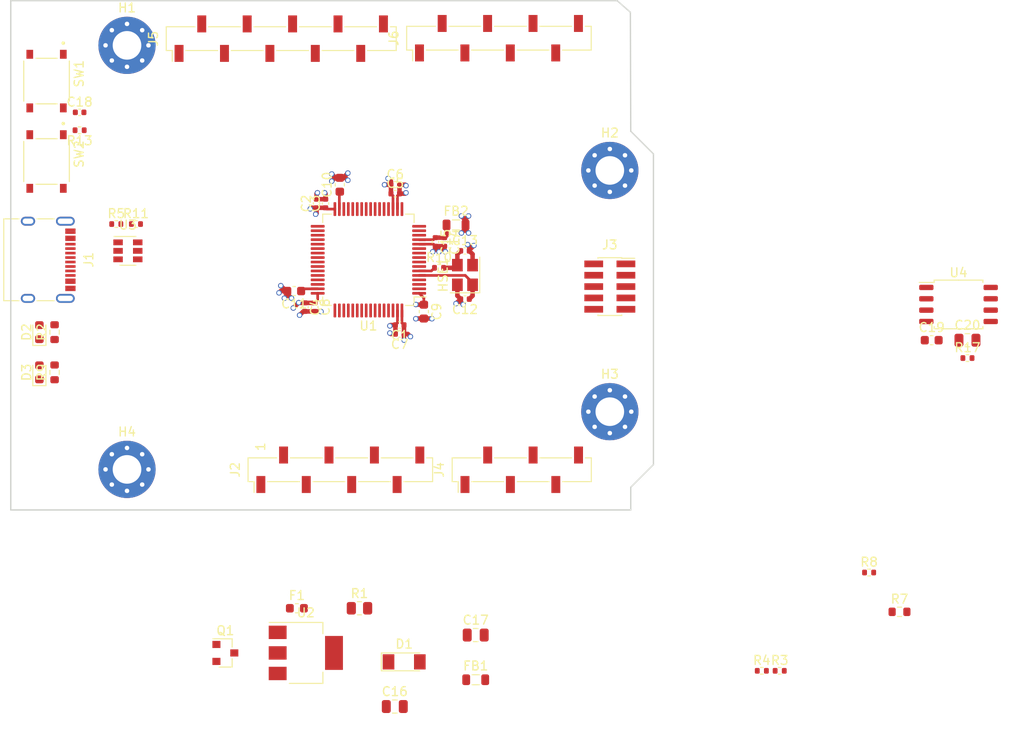
<source format=kicad_pcb>
(kicad_pcb (version 20171130) (host pcbnew "(5.1.12)-1")

  (general
    (thickness 1.6)
    (drawings 15)
    (tracks 164)
    (zones 0)
    (modules 56)
    (nets 80)
  )

  (page A4)
  (title_block
    (date "lun. 30 mars 2015")
  )

  (layers
    (0 F.Cu signal)
    (1 In1.Cu power)
    (2 In2.Cu power)
    (31 B.Cu signal)
    (33 F.Adhes user)
    (35 F.Paste user)
    (37 F.SilkS user hide)
    (39 F.Mask user)
    (40 Dwgs.User user)
    (41 Cmts.User user)
    (42 Eco1.User user)
    (43 Eco2.User user)
    (44 Edge.Cuts user)
    (45 Margin user)
    (46 B.CrtYd user)
    (47 F.CrtYd user)
    (49 F.Fab user hide)
  )

  (setup
    (last_trace_width 0.3)
    (user_trace_width 0.3)
    (user_trace_width 0.5)
    (trace_clearance 0.2)
    (zone_clearance 0.508)
    (zone_45_only no)
    (trace_min 0.2)
    (via_size 0.6)
    (via_drill 0.4)
    (via_min_size 0.4)
    (via_min_drill 0.3)
    (uvia_size 0.3)
    (uvia_drill 0.1)
    (uvias_allowed no)
    (uvia_min_size 0.2)
    (uvia_min_drill 0.1)
    (edge_width 0.15)
    (segment_width 0.15)
    (pcb_text_width 0.3)
    (pcb_text_size 1.5 1.5)
    (mod_edge_width 0.15)
    (mod_text_size 1 1)
    (mod_text_width 0.15)
    (pad_size 0.3 1.15)
    (pad_drill 0)
    (pad_to_mask_clearance 0)
    (aux_axis_origin 110.998 126.365)
    (grid_origin 110.998 126.365)
    (visible_elements 7FFFFFFF)
    (pcbplotparams
      (layerselection 0x00030_80000001)
      (usegerberextensions false)
      (usegerberattributes true)
      (usegerberadvancedattributes true)
      (creategerberjobfile true)
      (excludeedgelayer true)
      (linewidth 0.100000)
      (plotframeref false)
      (viasonmask false)
      (mode 1)
      (useauxorigin false)
      (hpglpennumber 1)
      (hpglpenspeed 20)
      (hpglpendiameter 15.000000)
      (psnegative false)
      (psa4output false)
      (plotreference true)
      (plotvalue true)
      (plotinvisibletext false)
      (padsonsilk false)
      (subtractmaskfromsilk false)
      (outputformat 1)
      (mirror false)
      (drillshape 1)
      (scaleselection 1)
      (outputdirectory ""))
  )

  (net 0 "")
  (net 1 +5V)
  (net 2 GND)
  (net 3 +3V3)
  (net 4 "Net-(C10-Pad1)")
  (net 5 "Net-(C11-Pad1)")
  (net 6 HSE_IN)
  (net 7 "Net-(C13-Pad1)")
  (net 8 +3.3VA)
  (net 9 "Net-(C16-Pad1)")
  (net 10 NRST)
  (net 11 "Net-(D1-Pad1)")
  (net 12 "Net-(D1-Pad2)")
  (net 13 "Net-(D2-Pad1)")
  (net 14 "Net-(D3-Pad1)")
  (net 15 GPIO_PC5)
  (net 16 "Net-(F1-Pad1)")
  (net 17 "Net-(J1-PadS1)")
  (net 18 "Net-(J1-PadA5)")
  (net 19 "Net-(J1-PadA8)")
  (net 20 USB_CONN_D+)
  (net 21 USB_CONN_D-)
  (net 22 "Net-(J1-PadB8)")
  (net 23 "Net-(J2-Pad1)")
  (net 24 "Net-(J2-Pad8)")
  (net 25 SWDIO)
  (net 26 SWCLK)
  (net 27 SWO)
  (net 28 "Net-(J3-Pad7)")
  (net 29 "Net-(J3-Pad8)")
  (net 30 GPIO_PC0)
  (net 31 GPIO_PC2)
  (net 32 I2C1_SDA)
  (net 33 GPIO_PC1)
  (net 34 GPIO_PC3)
  (net 35 I2C1_SCL)
  (net 36 SPI1_SCK)
  (net 37 SPI1_MOSI)
  (net 38 GPIO_PA3)
  (net 39 SPI1_MISO)
  (net 40 SPI1_NSS)
  (net 41 GPIO_PA2)
  (net 42 USART6_RX)
  (net 43 GPIO_PA0)
  (net 44 GPIO_PC4)
  (net 45 USART6_TX)
  (net 46 GPIO_PA1)
  (net 47 BOOT0)
  (net 48 BOOT1)
  (net 49 HSE_OUT)
  (net 50 "Net-(R13-Pad2)")
  (net 51 "Net-(R17-Pad2)")
  (net 52 "Net-(U1-Pad2)")
  (net 53 "Net-(U1-Pad3)")
  (net 54 "Net-(U1-Pad4)")
  (net 55 "Net-(U1-Pad26)")
  (net 56 "Net-(U1-Pad27)")
  (net 57 FLASH_CS)
  (net 58 FLASH_SCK)
  (net 59 FLASH_MISO)
  (net 60 FLASH_MOSI)
  (net 61 "Net-(U1-Pad39)")
  (net 62 "Net-(U1-Pad40)")
  (net 63 "Net-(U1-Pad41)")
  (net 64 "Net-(U1-Pad42)")
  (net 65 "Net-(U1-Pad43)")
  (net 66 USB_D-)
  (net 67 USB_D+)
  (net 68 "Net-(U1-Pad50)")
  (net 69 "Net-(U1-Pad51)")
  (net 70 "Net-(U1-Pad52)")
  (net 71 "Net-(U1-Pad53)")
  (net 72 "Net-(U1-Pad54)")
  (net 73 "Net-(U1-Pad56)")
  (net 74 "Net-(U1-Pad57)")
  (net 75 "Net-(U1-Pad61)")
  (net 76 "Net-(U1-Pad62)")
  (net 77 "Net-(U1-Pad29)")
  (net 78 "Net-(U1-Pad30)")
  (net 79 "Net-(J1-PadB5)")

  (net_class Default "This is the default net class."
    (clearance 0.2)
    (trace_width 0.3)
    (via_dia 0.6)
    (via_drill 0.4)
    (uvia_dia 0.3)
    (uvia_drill 0.1)
    (add_net +3.3VA)
    (add_net BOOT0)
    (add_net BOOT1)
    (add_net FLASH_CS)
    (add_net FLASH_MISO)
    (add_net FLASH_MOSI)
    (add_net FLASH_SCK)
    (add_net GPIO_PA0)
    (add_net GPIO_PA1)
    (add_net GPIO_PA2)
    (add_net GPIO_PA3)
    (add_net GPIO_PC0)
    (add_net GPIO_PC1)
    (add_net GPIO_PC2)
    (add_net GPIO_PC3)
    (add_net GPIO_PC4)
    (add_net GPIO_PC5)
    (add_net HSE_IN)
    (add_net HSE_OUT)
    (add_net I2C1_SCL)
    (add_net I2C1_SDA)
    (add_net NRST)
    (add_net "Net-(C10-Pad1)")
    (add_net "Net-(C11-Pad1)")
    (add_net "Net-(C13-Pad1)")
    (add_net "Net-(C16-Pad1)")
    (add_net "Net-(D1-Pad1)")
    (add_net "Net-(D1-Pad2)")
    (add_net "Net-(D2-Pad1)")
    (add_net "Net-(D3-Pad1)")
    (add_net "Net-(F1-Pad1)")
    (add_net "Net-(J1-PadA5)")
    (add_net "Net-(J1-PadA8)")
    (add_net "Net-(J1-PadB5)")
    (add_net "Net-(J1-PadB8)")
    (add_net "Net-(J1-PadS1)")
    (add_net "Net-(J2-Pad1)")
    (add_net "Net-(J2-Pad8)")
    (add_net "Net-(J3-Pad7)")
    (add_net "Net-(J3-Pad8)")
    (add_net "Net-(R13-Pad2)")
    (add_net "Net-(R17-Pad2)")
    (add_net "Net-(U1-Pad2)")
    (add_net "Net-(U1-Pad26)")
    (add_net "Net-(U1-Pad27)")
    (add_net "Net-(U1-Pad29)")
    (add_net "Net-(U1-Pad3)")
    (add_net "Net-(U1-Pad30)")
    (add_net "Net-(U1-Pad39)")
    (add_net "Net-(U1-Pad4)")
    (add_net "Net-(U1-Pad40)")
    (add_net "Net-(U1-Pad41)")
    (add_net "Net-(U1-Pad42)")
    (add_net "Net-(U1-Pad43)")
    (add_net "Net-(U1-Pad50)")
    (add_net "Net-(U1-Pad51)")
    (add_net "Net-(U1-Pad52)")
    (add_net "Net-(U1-Pad53)")
    (add_net "Net-(U1-Pad54)")
    (add_net "Net-(U1-Pad56)")
    (add_net "Net-(U1-Pad57)")
    (add_net "Net-(U1-Pad61)")
    (add_net "Net-(U1-Pad62)")
    (add_net SPI1_MISO)
    (add_net SPI1_MOSI)
    (add_net SPI1_NSS)
    (add_net SPI1_SCK)
    (add_net SWCLK)
    (add_net SWDIO)
    (add_net SWO)
    (add_net USART6_RX)
    (add_net USART6_TX)
    (add_net USB_CONN_D+)
    (add_net USB_CONN_D-)
    (add_net USB_D+)
    (add_net USB_D-)
  )

  (net_class +3V3 ""
    (clearance 0.2)
    (trace_width 0.5)
    (via_dia 0.6)
    (via_drill 0.4)
    (uvia_dia 0.3)
    (uvia_drill 0.1)
    (add_net +3V3)
  )

  (net_class +5V ""
    (clearance 0.2)
    (trace_width 0.5)
    (via_dia 0.6)
    (via_drill 0.4)
    (uvia_dia 0.3)
    (uvia_drill 0.1)
    (add_net +5V)
  )

  (net_class GND ""
    (clearance 0.2)
    (trace_width 0.5)
    (via_dia 0.6)
    (via_drill 0.4)
    (uvia_dia 0.3)
    (uvia_drill 0.1)
    (add_net GND)
  )

  (module Resistor_SMD:R_0402_1005Metric (layer F.Cu) (tedit 5F68FEEE) (tstamp 619CEF14)
    (at 122.798 94.365)
    (descr "Resistor SMD 0402 (1005 Metric), square (rectangular) end terminal, IPC_7351 nominal, (Body size source: IPC-SM-782 page 72, https://www.pcb-3d.com/wordpress/wp-content/uploads/ipc-sm-782a_amendment_1_and_2.pdf), generated with kicad-footprint-generator")
    (tags resistor)
    (path /61F82455)
    (attr smd)
    (fp_text reference R5 (at 0 -1.17) (layer F.SilkS)
      (effects (font (size 1 1) (thickness 0.15)))
    )
    (fp_text value 5.1k (at 0 1.17) (layer F.Fab)
      (effects (font (size 1 1) (thickness 0.15)))
    )
    (fp_text user %R (at 0 0) (layer F.Fab)
      (effects (font (size 0.26 0.26) (thickness 0.04)))
    )
    (fp_line (start -0.525 0.27) (end -0.525 -0.27) (layer F.Fab) (width 0.1))
    (fp_line (start -0.525 -0.27) (end 0.525 -0.27) (layer F.Fab) (width 0.1))
    (fp_line (start 0.525 -0.27) (end 0.525 0.27) (layer F.Fab) (width 0.1))
    (fp_line (start 0.525 0.27) (end -0.525 0.27) (layer F.Fab) (width 0.1))
    (fp_line (start -0.153641 -0.38) (end 0.153641 -0.38) (layer F.SilkS) (width 0.12))
    (fp_line (start -0.153641 0.38) (end 0.153641 0.38) (layer F.SilkS) (width 0.12))
    (fp_line (start -0.93 0.47) (end -0.93 -0.47) (layer F.CrtYd) (width 0.05))
    (fp_line (start -0.93 -0.47) (end 0.93 -0.47) (layer F.CrtYd) (width 0.05))
    (fp_line (start 0.93 -0.47) (end 0.93 0.47) (layer F.CrtYd) (width 0.05))
    (fp_line (start 0.93 0.47) (end -0.93 0.47) (layer F.CrtYd) (width 0.05))
    (pad 2 smd roundrect (at 0.51 0) (size 0.54 0.64) (layers F.Cu F.Paste F.Mask) (roundrect_rratio 0.25)
      (net 79 "Net-(J1-PadB5)"))
    (pad 1 smd roundrect (at -0.51 0) (size 0.54 0.64) (layers F.Cu F.Paste F.Mask) (roundrect_rratio 0.25)
      (net 2 GND))
    (model ${KISYS3DMOD}/Resistor_SMD.3dshapes/R_0402_1005Metric.wrl
      (at (xyz 0 0 0))
      (scale (xyz 1 1 1))
      (rotate (xyz 0 0 0))
    )
  )

  (module Connector_USB:USB_C_Receptacle_XKB_U262-16XN-4BVC11 (layer F.Cu) (tedit 619BE8AA) (tstamp 619C0E30)
    (at 113.998 98.365 270)
    (descr "USB Type C, right-angle, SMT, https://datasheet.lcsc.com/szlcsc/1811141824_XKB-Enterprise-U262-161N-4BVC11_C319148.pdf")
    (tags "USB C Type-C Receptacle SMD")
    (path /61DA89D1)
    (attr smd)
    (fp_text reference J1 (at 0 -5.715 270) (layer F.SilkS)
      (effects (font (size 1 1) (thickness 0.15)))
    )
    (fp_text value USB_C_Receptacle_USB2.0 (at 0 4.935 270) (layer F.Fab)
      (effects (font (size 1 1) (thickness 0.15)))
    )
    (fp_text user %R (at -0.595001 0 270) (layer F.Fab)
      (effects (font (size 1 1) (thickness 0.15)))
    )
    (fp_line (start -4.58 -1.85) (end -4.58 0.07) (layer F.SilkS) (width 0.12))
    (fp_line (start 4.58 0.07) (end 4.58 -1.85) (layer F.SilkS) (width 0.12))
    (fp_line (start 4.58 2.08) (end 4.58 3.785) (layer F.SilkS) (width 0.12))
    (fp_line (start -4.58 3.785) (end -4.58 2.08) (layer F.SilkS) (width 0.12))
    (fp_line (start 4.58 3.785) (end -4.58 3.785) (layer F.SilkS) (width 0.12))
    (fp_line (start -5.32 -4.75) (end 5.32 -4.75) (layer F.CrtYd) (width 0.05))
    (fp_line (start 5.32 -4.75) (end 5.32 4.18) (layer F.CrtYd) (width 0.05))
    (fp_line (start 5.32 4.18) (end -5.32 4.18) (layer F.CrtYd) (width 0.05))
    (fp_line (start -5.32 4.18) (end -5.32 -4.75) (layer F.CrtYd) (width 0.05))
    (fp_line (start -4.47 -3.675) (end -4.47 3.675) (layer F.Fab) (width 0.1))
    (fp_line (start -4.47 3.675) (end 4.47 3.675) (layer F.Fab) (width 0.1))
    (fp_line (start 4.47 3.675) (end 4.47 -3.675) (layer F.Fab) (width 0.1))
    (fp_line (start -4.47 -3.675) (end 4.47 -3.675) (layer F.Fab) (width 0.1))
    (pad A12 smd rect (at 3.35 -3.67 270) (size 0.3 1.15) (layers F.Cu F.Paste F.Mask)
      (net 2 GND))
    (pad A9 smd rect (at 2.55 -3.67 270) (size 0.3 1.15) (layers F.Cu F.Paste F.Mask)
      (net 1 +5V))
    (pad B9 smd rect (at -2.25 -3.67 270) (size 0.3 1.15) (layers F.Cu F.Paste F.Mask)
      (net 1 +5V))
    (pad B12 smd rect (at -3.05 -3.67 270) (size 0.3 1.15) (layers F.Cu F.Paste F.Mask)
      (net 2 GND) (clearance 0.1))
    (pad A1 smd rect (at -3.35 -3.67 270) (size 0.3 1.15) (layers F.Cu F.Paste F.Mask)
      (net 2 GND))
    (pad A4 smd rect (at -2.55 -3.67 270) (size 0.3 1.15) (layers F.Cu F.Paste F.Mask)
      (net 1 +5V))
    (pad B8 smd rect (at -1.75 -3.67 270) (size 0.3 1.15) (layers F.Cu F.Paste F.Mask)
      (net 22 "Net-(J1-PadB8)"))
    (pad A5 smd rect (at -1.25 -3.67 270) (size 0.3 1.15) (layers F.Cu F.Paste F.Mask)
      (net 18 "Net-(J1-PadA5)"))
    (pad B7 smd rect (at -0.75 -3.67 270) (size 0.3 1.15) (layers F.Cu F.Paste F.Mask)
      (net 21 USB_CONN_D-))
    (pad A6 smd rect (at -0.25 -3.67 270) (size 0.3 1.15) (layers F.Cu F.Paste F.Mask)
      (net 20 USB_CONN_D+))
    (pad A7 smd rect (at 0.25 -3.67 270) (size 0.3 1.15) (layers F.Cu F.Paste F.Mask)
      (net 21 USB_CONN_D-))
    (pad B6 smd rect (at 0.75 -3.67 270) (size 0.3 1.15) (layers F.Cu F.Paste F.Mask)
      (net 20 USB_CONN_D+))
    (pad A8 smd rect (at 1.25 -3.67 270) (size 0.3 1.15) (layers F.Cu F.Paste F.Mask)
      (net 19 "Net-(J1-PadA8)"))
    (pad B5 smd rect (at 1.75 -3.67 270) (size 0.3 1.15) (layers F.Cu F.Paste F.Mask)
      (net 79 "Net-(J1-PadB5)"))
    (pad B4 smd rect (at 2.25 -3.67 270) (size 0.3 1.15) (layers F.Cu F.Paste F.Mask)
      (net 1 +5V))
    (pad B1 smd rect (at 3.05 -3.67 270) (size 0.3 1.15) (layers F.Cu F.Paste F.Mask)
      (net 2 GND) (clearance 0.1))
    (pad "" np_thru_hole circle (at -2.89 -2.605 270) (size 0.65 0.65) (drill 0.65) (layers *.Cu *.Mask)
      (clearance 0.001))
    (pad "" np_thru_hole circle (at 2.89 -2.605 270) (size 0.65 0.65) (drill 0.65) (layers *.Cu *.Mask)
      (clearance 0.001))
    (pad S1 thru_hole oval (at 4.32 1.075 270) (size 1 1.6) (drill oval 0.6 1.2) (layers *.Cu *.Mask)
      (net 17 "Net-(J1-PadS1)"))
    (pad S1 thru_hole oval (at -4.32 1.075 270) (size 1 1.6) (drill oval 0.6 1.2) (layers *.Cu *.Mask)
      (net 17 "Net-(J1-PadS1)"))
    (pad S1 thru_hole oval (at 4.32 -3.105 270) (size 1 2.1) (drill oval 0.6 1.7) (layers *.Cu *.Mask)
      (net 17 "Net-(J1-PadS1)"))
    (pad S1 thru_hole oval (at -4.32 -3.105 270) (size 1 2.1) (drill oval 0.6 1.7) (layers *.Cu *.Mask)
      (net 17 "Net-(J1-PadS1)"))
    (model ${KISYS3DMOD}/Connector_USB.3dshapes/USB_C_Receptacle_XKB_U262-16XN-4BVC11.wrl
      (at (xyz 0 0 0))
      (scale (xyz 1 1 1))
      (rotate (xyz 0 0 0))
    )
  )

  (module MountingHole:MountingHole_3.2mm_M3_Pad_Via (layer F.Cu) (tedit 56DDBCCA) (tstamp 619C0DF4)
    (at 123.998 121.825)
    (descr "Mounting Hole 3.2mm, M3")
    (tags "mounting hole 3.2mm m3")
    (path /61D59E0B)
    (attr virtual)
    (fp_text reference H4 (at 0 -4.2) (layer F.SilkS)
      (effects (font (size 1 1) (thickness 0.15)))
    )
    (fp_text value MountingHole_Pad (at 0 4.2) (layer F.Fab)
      (effects (font (size 1 1) (thickness 0.15)))
    )
    (fp_text user %R (at 0.3 0) (layer F.Fab)
      (effects (font (size 1 1) (thickness 0.15)))
    )
    (fp_circle (center 0 0) (end 3.2 0) (layer Cmts.User) (width 0.15))
    (fp_circle (center 0 0) (end 3.45 0) (layer F.CrtYd) (width 0.05))
    (pad 1 thru_hole circle (at 1.697056 -1.697056) (size 0.8 0.8) (drill 0.5) (layers *.Cu *.Mask)
      (net 2 GND))
    (pad 1 thru_hole circle (at 0 -2.4) (size 0.8 0.8) (drill 0.5) (layers *.Cu *.Mask)
      (net 2 GND))
    (pad 1 thru_hole circle (at -1.697056 -1.697056) (size 0.8 0.8) (drill 0.5) (layers *.Cu *.Mask)
      (net 2 GND))
    (pad 1 thru_hole circle (at -2.4 0) (size 0.8 0.8) (drill 0.5) (layers *.Cu *.Mask)
      (net 2 GND))
    (pad 1 thru_hole circle (at -1.697056 1.697056) (size 0.8 0.8) (drill 0.5) (layers *.Cu *.Mask)
      (net 2 GND))
    (pad 1 thru_hole circle (at 0 2.4) (size 0.8 0.8) (drill 0.5) (layers *.Cu *.Mask)
      (net 2 GND))
    (pad 1 thru_hole circle (at 1.697056 1.697056) (size 0.8 0.8) (drill 0.5) (layers *.Cu *.Mask)
      (net 2 GND))
    (pad 1 thru_hole circle (at 2.4 0) (size 0.8 0.8) (drill 0.5) (layers *.Cu *.Mask)
      (net 2 GND))
    (pad 1 thru_hole circle (at 0 0) (size 6.4 6.4) (drill 3.2) (layers *.Cu *.Mask)
      (net 2 GND))
  )

  (module MountingHole:MountingHole_3.2mm_M3_Pad_Via (layer F.Cu) (tedit 56DDBCCA) (tstamp 619C0DE4)
    (at 177.998 115.365)
    (descr "Mounting Hole 3.2mm, M3")
    (tags "mounting hole 3.2mm m3")
    (path /61D58BCA)
    (attr virtual)
    (fp_text reference H3 (at 0 -4.2) (layer F.SilkS)
      (effects (font (size 1 1) (thickness 0.15)))
    )
    (fp_text value MountingHole_Pad (at 0 4.2) (layer F.Fab)
      (effects (font (size 1 1) (thickness 0.15)))
    )
    (fp_text user %R (at 0.3 0) (layer F.Fab)
      (effects (font (size 1 1) (thickness 0.15)))
    )
    (fp_circle (center 0 0) (end 3.2 0) (layer Cmts.User) (width 0.15))
    (fp_circle (center 0 0) (end 3.45 0) (layer F.CrtYd) (width 0.05))
    (pad 1 thru_hole circle (at 1.697056 -1.697056) (size 0.8 0.8) (drill 0.5) (layers *.Cu *.Mask)
      (net 2 GND))
    (pad 1 thru_hole circle (at 0 -2.4) (size 0.8 0.8) (drill 0.5) (layers *.Cu *.Mask)
      (net 2 GND))
    (pad 1 thru_hole circle (at -1.697056 -1.697056) (size 0.8 0.8) (drill 0.5) (layers *.Cu *.Mask)
      (net 2 GND))
    (pad 1 thru_hole circle (at -2.4 0) (size 0.8 0.8) (drill 0.5) (layers *.Cu *.Mask)
      (net 2 GND))
    (pad 1 thru_hole circle (at -1.697056 1.697056) (size 0.8 0.8) (drill 0.5) (layers *.Cu *.Mask)
      (net 2 GND))
    (pad 1 thru_hole circle (at 0 2.4) (size 0.8 0.8) (drill 0.5) (layers *.Cu *.Mask)
      (net 2 GND))
    (pad 1 thru_hole circle (at 1.697056 1.697056) (size 0.8 0.8) (drill 0.5) (layers *.Cu *.Mask)
      (net 2 GND))
    (pad 1 thru_hole circle (at 2.4 0) (size 0.8 0.8) (drill 0.5) (layers *.Cu *.Mask)
      (net 2 GND))
    (pad 1 thru_hole circle (at 0 0) (size 6.4 6.4) (drill 3.2) (layers *.Cu *.Mask)
      (net 2 GND))
  )

  (module MountingHole:MountingHole_3.2mm_M3_Pad_Via (layer F.Cu) (tedit 56DDBCCA) (tstamp 619C0DD4)
    (at 177.998 88.365)
    (descr "Mounting Hole 3.2mm, M3")
    (tags "mounting hole 3.2mm m3")
    (path /61D5B66E)
    (attr virtual)
    (fp_text reference H2 (at 0 -4.2) (layer F.SilkS)
      (effects (font (size 1 1) (thickness 0.15)))
    )
    (fp_text value MountingHole_Pad (at 0 4.2) (layer F.Fab)
      (effects (font (size 1 1) (thickness 0.15)))
    )
    (fp_text user %R (at 0.3 0) (layer F.Fab)
      (effects (font (size 1 1) (thickness 0.15)))
    )
    (fp_circle (center 0 0) (end 3.2 0) (layer Cmts.User) (width 0.15))
    (fp_circle (center 0 0) (end 3.45 0) (layer F.CrtYd) (width 0.05))
    (pad 1 thru_hole circle (at 1.697056 -1.697056) (size 0.8 0.8) (drill 0.5) (layers *.Cu *.Mask)
      (net 2 GND))
    (pad 1 thru_hole circle (at 0 -2.4) (size 0.8 0.8) (drill 0.5) (layers *.Cu *.Mask)
      (net 2 GND))
    (pad 1 thru_hole circle (at -1.697056 -1.697056) (size 0.8 0.8) (drill 0.5) (layers *.Cu *.Mask)
      (net 2 GND))
    (pad 1 thru_hole circle (at -2.4 0) (size 0.8 0.8) (drill 0.5) (layers *.Cu *.Mask)
      (net 2 GND))
    (pad 1 thru_hole circle (at -1.697056 1.697056) (size 0.8 0.8) (drill 0.5) (layers *.Cu *.Mask)
      (net 2 GND))
    (pad 1 thru_hole circle (at 0 2.4) (size 0.8 0.8) (drill 0.5) (layers *.Cu *.Mask)
      (net 2 GND))
    (pad 1 thru_hole circle (at 1.697056 1.697056) (size 0.8 0.8) (drill 0.5) (layers *.Cu *.Mask)
      (net 2 GND))
    (pad 1 thru_hole circle (at 2.4 0) (size 0.8 0.8) (drill 0.5) (layers *.Cu *.Mask)
      (net 2 GND))
    (pad 1 thru_hole circle (at 0 0) (size 6.4 6.4) (drill 3.2) (layers *.Cu *.Mask)
      (net 2 GND))
  )

  (module MountingHole:MountingHole_3.2mm_M3_Pad_Via (layer F.Cu) (tedit 56DDBCCA) (tstamp 619C0DC4)
    (at 123.998 74.365)
    (descr "Mounting Hole 3.2mm, M3")
    (tags "mounting hole 3.2mm m3")
    (path /61D5B849)
    (attr virtual)
    (fp_text reference H1 (at 0 -4.2) (layer F.SilkS)
      (effects (font (size 1 1) (thickness 0.15)))
    )
    (fp_text value MountingHole_Pad (at 0 4.2) (layer F.Fab)
      (effects (font (size 1 1) (thickness 0.15)))
    )
    (fp_text user %R (at 0.3 0) (layer F.Fab)
      (effects (font (size 1 1) (thickness 0.15)))
    )
    (fp_circle (center 0 0) (end 3.2 0) (layer Cmts.User) (width 0.15))
    (fp_circle (center 0 0) (end 3.45 0) (layer F.CrtYd) (width 0.05))
    (pad 1 thru_hole circle (at 1.697056 -1.697056) (size 0.8 0.8) (drill 0.5) (layers *.Cu *.Mask)
      (net 2 GND))
    (pad 1 thru_hole circle (at 0 -2.4) (size 0.8 0.8) (drill 0.5) (layers *.Cu *.Mask)
      (net 2 GND))
    (pad 1 thru_hole circle (at -1.697056 -1.697056) (size 0.8 0.8) (drill 0.5) (layers *.Cu *.Mask)
      (net 2 GND))
    (pad 1 thru_hole circle (at -2.4 0) (size 0.8 0.8) (drill 0.5) (layers *.Cu *.Mask)
      (net 2 GND))
    (pad 1 thru_hole circle (at -1.697056 1.697056) (size 0.8 0.8) (drill 0.5) (layers *.Cu *.Mask)
      (net 2 GND))
    (pad 1 thru_hole circle (at 0 2.4) (size 0.8 0.8) (drill 0.5) (layers *.Cu *.Mask)
      (net 2 GND))
    (pad 1 thru_hole circle (at 1.697056 1.697056) (size 0.8 0.8) (drill 0.5) (layers *.Cu *.Mask)
      (net 2 GND))
    (pad 1 thru_hole circle (at 2.4 0) (size 0.8 0.8) (drill 0.5) (layers *.Cu *.Mask)
      (net 2 GND))
    (pad 1 thru_hole circle (at 0 0) (size 6.4 6.4) (drill 3.2) (layers *.Cu *.Mask)
      (net 2 GND))
  )

  (module Capacitor_SMD:C_0402_1005Metric (layer F.Cu) (tedit 5F68FEEE) (tstamp 619C0BFF)
    (at 154.498 105.665 180)
    (descr "Capacitor SMD 0402 (1005 Metric), square (rectangular) end terminal, IPC_7351 nominal, (Body size source: IPC-SM-782 page 76, https://www.pcb-3d.com/wordpress/wp-content/uploads/ipc-sm-782a_amendment_1_and_2.pdf), generated with kicad-footprint-generator")
    (tags capacitor)
    (path /6199992E)
    (attr smd)
    (fp_text reference C1 (at 0 -1.16) (layer F.SilkS)
      (effects (font (size 1 1) (thickness 0.15)))
    )
    (fp_text value 100u (at 0 1.16) (layer F.Fab)
      (effects (font (size 1 1) (thickness 0.15)))
    )
    (fp_line (start 0.91 0.46) (end -0.91 0.46) (layer F.CrtYd) (width 0.05))
    (fp_line (start 0.91 -0.46) (end 0.91 0.46) (layer F.CrtYd) (width 0.05))
    (fp_line (start -0.91 -0.46) (end 0.91 -0.46) (layer F.CrtYd) (width 0.05))
    (fp_line (start -0.91 0.46) (end -0.91 -0.46) (layer F.CrtYd) (width 0.05))
    (fp_line (start -0.107836 0.36) (end 0.107836 0.36) (layer F.SilkS) (width 0.12))
    (fp_line (start -0.107836 -0.36) (end 0.107836 -0.36) (layer F.SilkS) (width 0.12))
    (fp_line (start 0.5 0.25) (end -0.5 0.25) (layer F.Fab) (width 0.1))
    (fp_line (start 0.5 -0.25) (end 0.5 0.25) (layer F.Fab) (width 0.1))
    (fp_line (start -0.5 -0.25) (end 0.5 -0.25) (layer F.Fab) (width 0.1))
    (fp_line (start -0.5 0.25) (end -0.5 -0.25) (layer F.Fab) (width 0.1))
    (fp_text user %R (at 0 0) (layer F.Fab)
      (effects (font (size 0.25 0.25) (thickness 0.04)))
    )
    (pad 1 smd roundrect (at -0.48 0 180) (size 0.56 0.62) (layers F.Cu F.Paste F.Mask) (roundrect_rratio 0.25)
      (net 3 +3V3))
    (pad 2 smd roundrect (at 0.48 0 180) (size 0.56 0.62) (layers F.Cu F.Paste F.Mask) (roundrect_rratio 0.25)
      (net 2 GND))
    (model ${KISYS3DMOD}/Capacitor_SMD.3dshapes/C_0402_1005Metric.wrl
      (at (xyz 0 0 0))
      (scale (xyz 1 1 1))
      (rotate (xyz 0 0 0))
    )
  )

  (module Capacitor_SMD:C_0402_1005Metric (layer F.Cu) (tedit 5F68FEEE) (tstamp 619C0C10)
    (at 145.198 92.065 90)
    (descr "Capacitor SMD 0402 (1005 Metric), square (rectangular) end terminal, IPC_7351 nominal, (Body size source: IPC-SM-782 page 76, https://www.pcb-3d.com/wordpress/wp-content/uploads/ipc-sm-782a_amendment_1_and_2.pdf), generated with kicad-footprint-generator")
    (tags capacitor)
    (path /61993F93)
    (attr smd)
    (fp_text reference C2 (at 0 -1.16 90) (layer F.SilkS)
      (effects (font (size 1 1) (thickness 0.15)))
    )
    (fp_text value 100u (at 0 1.16 90) (layer F.Fab)
      (effects (font (size 1 1) (thickness 0.15)))
    )
    (fp_line (start 0.91 0.46) (end -0.91 0.46) (layer F.CrtYd) (width 0.05))
    (fp_line (start 0.91 -0.46) (end 0.91 0.46) (layer F.CrtYd) (width 0.05))
    (fp_line (start -0.91 -0.46) (end 0.91 -0.46) (layer F.CrtYd) (width 0.05))
    (fp_line (start -0.91 0.46) (end -0.91 -0.46) (layer F.CrtYd) (width 0.05))
    (fp_line (start -0.107836 0.36) (end 0.107836 0.36) (layer F.SilkS) (width 0.12))
    (fp_line (start -0.107836 -0.36) (end 0.107836 -0.36) (layer F.SilkS) (width 0.12))
    (fp_line (start 0.5 0.25) (end -0.5 0.25) (layer F.Fab) (width 0.1))
    (fp_line (start 0.5 -0.25) (end 0.5 0.25) (layer F.Fab) (width 0.1))
    (fp_line (start -0.5 -0.25) (end 0.5 -0.25) (layer F.Fab) (width 0.1))
    (fp_line (start -0.5 0.25) (end -0.5 -0.25) (layer F.Fab) (width 0.1))
    (fp_text user %R (at 0 0 90) (layer F.Fab)
      (effects (font (size 0.25 0.25) (thickness 0.04)))
    )
    (pad 1 smd roundrect (at -0.48 0 90) (size 0.56 0.62) (layers F.Cu F.Paste F.Mask) (roundrect_rratio 0.25)
      (net 3 +3V3))
    (pad 2 smd roundrect (at 0.48 0 90) (size 0.56 0.62) (layers F.Cu F.Paste F.Mask) (roundrect_rratio 0.25)
      (net 2 GND))
    (model ${KISYS3DMOD}/Capacitor_SMD.3dshapes/C_0402_1005Metric.wrl
      (at (xyz 0 0 0))
      (scale (xyz 1 1 1))
      (rotate (xyz 0 0 0))
    )
  )

  (module Capacitor_SMD:C_0402_1005Metric (layer F.Cu) (tedit 5F68FEEE) (tstamp 619C0C21)
    (at 146.198 92.065 90)
    (descr "Capacitor SMD 0402 (1005 Metric), square (rectangular) end terminal, IPC_7351 nominal, (Body size source: IPC-SM-782 page 76, https://www.pcb-3d.com/wordpress/wp-content/uploads/ipc-sm-782a_amendment_1_and_2.pdf), generated with kicad-footprint-generator")
    (tags capacitor)
    (path /619949FD)
    (attr smd)
    (fp_text reference C3 (at 0 -1.16 90) (layer F.SilkS)
      (effects (font (size 1 1) (thickness 0.15)))
    )
    (fp_text value 100u (at 0 1.16 90) (layer F.Fab)
      (effects (font (size 1 1) (thickness 0.15)))
    )
    (fp_line (start 0.91 0.46) (end -0.91 0.46) (layer F.CrtYd) (width 0.05))
    (fp_line (start 0.91 -0.46) (end 0.91 0.46) (layer F.CrtYd) (width 0.05))
    (fp_line (start -0.91 -0.46) (end 0.91 -0.46) (layer F.CrtYd) (width 0.05))
    (fp_line (start -0.91 0.46) (end -0.91 -0.46) (layer F.CrtYd) (width 0.05))
    (fp_line (start -0.107836 0.36) (end 0.107836 0.36) (layer F.SilkS) (width 0.12))
    (fp_line (start -0.107836 -0.36) (end 0.107836 -0.36) (layer F.SilkS) (width 0.12))
    (fp_line (start 0.5 0.25) (end -0.5 0.25) (layer F.Fab) (width 0.1))
    (fp_line (start 0.5 -0.25) (end 0.5 0.25) (layer F.Fab) (width 0.1))
    (fp_line (start -0.5 -0.25) (end 0.5 -0.25) (layer F.Fab) (width 0.1))
    (fp_line (start -0.5 0.25) (end -0.5 -0.25) (layer F.Fab) (width 0.1))
    (fp_text user %R (at 0 0 90) (layer F.Fab)
      (effects (font (size 0.25 0.25) (thickness 0.04)))
    )
    (pad 1 smd roundrect (at -0.48 0 90) (size 0.56 0.62) (layers F.Cu F.Paste F.Mask) (roundrect_rratio 0.25)
      (net 3 +3V3))
    (pad 2 smd roundrect (at 0.48 0 90) (size 0.56 0.62) (layers F.Cu F.Paste F.Mask) (roundrect_rratio 0.25)
      (net 2 GND))
    (model ${KISYS3DMOD}/Capacitor_SMD.3dshapes/C_0402_1005Metric.wrl
      (at (xyz 0 0 0))
      (scale (xyz 1 1 1))
      (rotate (xyz 0 0 0))
    )
  )

  (module Capacitor_SMD:C_0402_1005Metric (layer F.Cu) (tedit 5F68FEEE) (tstamp 619C0C32)
    (at 143.898 103.665 270)
    (descr "Capacitor SMD 0402 (1005 Metric), square (rectangular) end terminal, IPC_7351 nominal, (Body size source: IPC-SM-782 page 76, https://www.pcb-3d.com/wordpress/wp-content/uploads/ipc-sm-782a_amendment_1_and_2.pdf), generated with kicad-footprint-generator")
    (tags capacitor)
    (path /61997F60)
    (attr smd)
    (fp_text reference C4 (at 0 -1.16 90) (layer F.SilkS)
      (effects (font (size 1 1) (thickness 0.15)))
    )
    (fp_text value 100u (at 0 1.16 90) (layer F.Fab)
      (effects (font (size 1 1) (thickness 0.15)))
    )
    (fp_text user %R (at 0 0 90) (layer F.Fab)
      (effects (font (size 0.25 0.25) (thickness 0.04)))
    )
    (fp_line (start -0.5 0.25) (end -0.5 -0.25) (layer F.Fab) (width 0.1))
    (fp_line (start -0.5 -0.25) (end 0.5 -0.25) (layer F.Fab) (width 0.1))
    (fp_line (start 0.5 -0.25) (end 0.5 0.25) (layer F.Fab) (width 0.1))
    (fp_line (start 0.5 0.25) (end -0.5 0.25) (layer F.Fab) (width 0.1))
    (fp_line (start -0.107836 -0.36) (end 0.107836 -0.36) (layer F.SilkS) (width 0.12))
    (fp_line (start -0.107836 0.36) (end 0.107836 0.36) (layer F.SilkS) (width 0.12))
    (fp_line (start -0.91 0.46) (end -0.91 -0.46) (layer F.CrtYd) (width 0.05))
    (fp_line (start -0.91 -0.46) (end 0.91 -0.46) (layer F.CrtYd) (width 0.05))
    (fp_line (start 0.91 -0.46) (end 0.91 0.46) (layer F.CrtYd) (width 0.05))
    (fp_line (start 0.91 0.46) (end -0.91 0.46) (layer F.CrtYd) (width 0.05))
    (pad 2 smd roundrect (at 0.48 0 270) (size 0.56 0.62) (layers F.Cu F.Paste F.Mask) (roundrect_rratio 0.25)
      (net 2 GND))
    (pad 1 smd roundrect (at -0.48 0 270) (size 0.56 0.62) (layers F.Cu F.Paste F.Mask) (roundrect_rratio 0.25)
      (net 3 +3V3))
    (model ${KISYS3DMOD}/Capacitor_SMD.3dshapes/C_0402_1005Metric.wrl
      (at (xyz 0 0 0))
      (scale (xyz 1 1 1))
      (rotate (xyz 0 0 0))
    )
  )

  (module Capacitor_SMD:C_0402_1005Metric (layer F.Cu) (tedit 5F68FEEE) (tstamp 619C0C43)
    (at 153.998 90.965)
    (descr "Capacitor SMD 0402 (1005 Metric), square (rectangular) end terminal, IPC_7351 nominal, (Body size source: IPC-SM-782 page 76, https://www.pcb-3d.com/wordpress/wp-content/uploads/ipc-sm-782a_amendment_1_and_2.pdf), generated with kicad-footprint-generator")
    (tags capacitor)
    (path /61997F6A)
    (attr smd)
    (fp_text reference C5 (at 0 -1.16) (layer F.SilkS)
      (effects (font (size 1 1) (thickness 0.15)))
    )
    (fp_text value 100u (at 0 1.16) (layer F.Fab)
      (effects (font (size 1 1) (thickness 0.15)))
    )
    (fp_line (start 0.91 0.46) (end -0.91 0.46) (layer F.CrtYd) (width 0.05))
    (fp_line (start 0.91 -0.46) (end 0.91 0.46) (layer F.CrtYd) (width 0.05))
    (fp_line (start -0.91 -0.46) (end 0.91 -0.46) (layer F.CrtYd) (width 0.05))
    (fp_line (start -0.91 0.46) (end -0.91 -0.46) (layer F.CrtYd) (width 0.05))
    (fp_line (start -0.107836 0.36) (end 0.107836 0.36) (layer F.SilkS) (width 0.12))
    (fp_line (start -0.107836 -0.36) (end 0.107836 -0.36) (layer F.SilkS) (width 0.12))
    (fp_line (start 0.5 0.25) (end -0.5 0.25) (layer F.Fab) (width 0.1))
    (fp_line (start 0.5 -0.25) (end 0.5 0.25) (layer F.Fab) (width 0.1))
    (fp_line (start -0.5 -0.25) (end 0.5 -0.25) (layer F.Fab) (width 0.1))
    (fp_line (start -0.5 0.25) (end -0.5 -0.25) (layer F.Fab) (width 0.1))
    (fp_text user %R (at 0 0) (layer F.Fab)
      (effects (font (size 0.25 0.25) (thickness 0.04)))
    )
    (pad 1 smd roundrect (at -0.48 0) (size 0.56 0.62) (layers F.Cu F.Paste F.Mask) (roundrect_rratio 0.25)
      (net 3 +3V3))
    (pad 2 smd roundrect (at 0.48 0) (size 0.56 0.62) (layers F.Cu F.Paste F.Mask) (roundrect_rratio 0.25)
      (net 2 GND))
    (model ${KISYS3DMOD}/Capacitor_SMD.3dshapes/C_0402_1005Metric.wrl
      (at (xyz 0 0 0))
      (scale (xyz 1 1 1))
      (rotate (xyz 0 0 0))
    )
  )

  (module Capacitor_SMD:C_0402_1005Metric (layer F.Cu) (tedit 5F68FEEE) (tstamp 619C0C54)
    (at 153.998 89.965)
    (descr "Capacitor SMD 0402 (1005 Metric), square (rectangular) end terminal, IPC_7351 nominal, (Body size source: IPC-SM-782 page 76, https://www.pcb-3d.com/wordpress/wp-content/uploads/ipc-sm-782a_amendment_1_and_2.pdf), generated with kicad-footprint-generator")
    (tags capacitor)
    (path /61999902)
    (attr smd)
    (fp_text reference C6 (at 0 -1.16) (layer F.SilkS)
      (effects (font (size 1 1) (thickness 0.15)))
    )
    (fp_text value 100u (at 0 1.16) (layer F.Fab)
      (effects (font (size 1 1) (thickness 0.15)))
    )
    (fp_text user %R (at 0 0) (layer F.Fab)
      (effects (font (size 0.25 0.25) (thickness 0.04)))
    )
    (fp_line (start -0.5 0.25) (end -0.5 -0.25) (layer F.Fab) (width 0.1))
    (fp_line (start -0.5 -0.25) (end 0.5 -0.25) (layer F.Fab) (width 0.1))
    (fp_line (start 0.5 -0.25) (end 0.5 0.25) (layer F.Fab) (width 0.1))
    (fp_line (start 0.5 0.25) (end -0.5 0.25) (layer F.Fab) (width 0.1))
    (fp_line (start -0.107836 -0.36) (end 0.107836 -0.36) (layer F.SilkS) (width 0.12))
    (fp_line (start -0.107836 0.36) (end 0.107836 0.36) (layer F.SilkS) (width 0.12))
    (fp_line (start -0.91 0.46) (end -0.91 -0.46) (layer F.CrtYd) (width 0.05))
    (fp_line (start -0.91 -0.46) (end 0.91 -0.46) (layer F.CrtYd) (width 0.05))
    (fp_line (start 0.91 -0.46) (end 0.91 0.46) (layer F.CrtYd) (width 0.05))
    (fp_line (start 0.91 0.46) (end -0.91 0.46) (layer F.CrtYd) (width 0.05))
    (pad 2 smd roundrect (at 0.48 0) (size 0.56 0.62) (layers F.Cu F.Paste F.Mask) (roundrect_rratio 0.25)
      (net 2 GND))
    (pad 1 smd roundrect (at -0.48 0) (size 0.56 0.62) (layers F.Cu F.Paste F.Mask) (roundrect_rratio 0.25)
      (net 3 +3V3))
    (model ${KISYS3DMOD}/Capacitor_SMD.3dshapes/C_0402_1005Metric.wrl
      (at (xyz 0 0 0))
      (scale (xyz 1 1 1))
      (rotate (xyz 0 0 0))
    )
  )

  (module Capacitor_SMD:C_0402_1005Metric (layer F.Cu) (tedit 5F68FEEE) (tstamp 619C0C65)
    (at 154.498 106.665 180)
    (descr "Capacitor SMD 0402 (1005 Metric), square (rectangular) end terminal, IPC_7351 nominal, (Body size source: IPC-SM-782 page 76, https://www.pcb-3d.com/wordpress/wp-content/uploads/ipc-sm-782a_amendment_1_and_2.pdf), generated with kicad-footprint-generator")
    (tags capacitor)
    (path /6199991A)
    (attr smd)
    (fp_text reference C7 (at 0 -1.16) (layer F.SilkS)
      (effects (font (size 1 1) (thickness 0.15)))
    )
    (fp_text value 100u (at 0 1.16) (layer F.Fab)
      (effects (font (size 1 1) (thickness 0.15)))
    )
    (fp_line (start 0.91 0.46) (end -0.91 0.46) (layer F.CrtYd) (width 0.05))
    (fp_line (start 0.91 -0.46) (end 0.91 0.46) (layer F.CrtYd) (width 0.05))
    (fp_line (start -0.91 -0.46) (end 0.91 -0.46) (layer F.CrtYd) (width 0.05))
    (fp_line (start -0.91 0.46) (end -0.91 -0.46) (layer F.CrtYd) (width 0.05))
    (fp_line (start -0.107836 0.36) (end 0.107836 0.36) (layer F.SilkS) (width 0.12))
    (fp_line (start -0.107836 -0.36) (end 0.107836 -0.36) (layer F.SilkS) (width 0.12))
    (fp_line (start 0.5 0.25) (end -0.5 0.25) (layer F.Fab) (width 0.1))
    (fp_line (start 0.5 -0.25) (end 0.5 0.25) (layer F.Fab) (width 0.1))
    (fp_line (start -0.5 -0.25) (end 0.5 -0.25) (layer F.Fab) (width 0.1))
    (fp_line (start -0.5 0.25) (end -0.5 -0.25) (layer F.Fab) (width 0.1))
    (fp_text user %R (at 0 0) (layer F.Fab)
      (effects (font (size 0.25 0.25) (thickness 0.04)))
    )
    (pad 1 smd roundrect (at -0.48 0 180) (size 0.56 0.62) (layers F.Cu F.Paste F.Mask) (roundrect_rratio 0.25)
      (net 3 +3V3))
    (pad 2 smd roundrect (at 0.48 0 180) (size 0.56 0.62) (layers F.Cu F.Paste F.Mask) (roundrect_rratio 0.25)
      (net 2 GND))
    (model ${KISYS3DMOD}/Capacitor_SMD.3dshapes/C_0402_1005Metric.wrl
      (at (xyz 0 0 0))
      (scale (xyz 1 1 1))
      (rotate (xyz 0 0 0))
    )
  )

  (module Capacitor_SMD:C_0402_1005Metric (layer F.Cu) (tedit 5F68FEEE) (tstamp 619C0C76)
    (at 144.998 103.665 270)
    (descr "Capacitor SMD 0402 (1005 Metric), square (rectangular) end terminal, IPC_7351 nominal, (Body size source: IPC-SM-782 page 76, https://www.pcb-3d.com/wordpress/wp-content/uploads/ipc-sm-782a_amendment_1_and_2.pdf), generated with kicad-footprint-generator")
    (tags capacitor)
    (path /61999924)
    (attr smd)
    (fp_text reference C8 (at 0 -1.16 90) (layer F.SilkS)
      (effects (font (size 1 1) (thickness 0.15)))
    )
    (fp_text value 100u (at 0 1.16 90) (layer F.Fab)
      (effects (font (size 1 1) (thickness 0.15)))
    )
    (fp_text user %R (at 0 0 90) (layer F.Fab)
      (effects (font (size 0.25 0.25) (thickness 0.04)))
    )
    (fp_line (start -0.5 0.25) (end -0.5 -0.25) (layer F.Fab) (width 0.1))
    (fp_line (start -0.5 -0.25) (end 0.5 -0.25) (layer F.Fab) (width 0.1))
    (fp_line (start 0.5 -0.25) (end 0.5 0.25) (layer F.Fab) (width 0.1))
    (fp_line (start 0.5 0.25) (end -0.5 0.25) (layer F.Fab) (width 0.1))
    (fp_line (start -0.107836 -0.36) (end 0.107836 -0.36) (layer F.SilkS) (width 0.12))
    (fp_line (start -0.107836 0.36) (end 0.107836 0.36) (layer F.SilkS) (width 0.12))
    (fp_line (start -0.91 0.46) (end -0.91 -0.46) (layer F.CrtYd) (width 0.05))
    (fp_line (start -0.91 -0.46) (end 0.91 -0.46) (layer F.CrtYd) (width 0.05))
    (fp_line (start 0.91 -0.46) (end 0.91 0.46) (layer F.CrtYd) (width 0.05))
    (fp_line (start 0.91 0.46) (end -0.91 0.46) (layer F.CrtYd) (width 0.05))
    (pad 2 smd roundrect (at 0.48 0 270) (size 0.56 0.62) (layers F.Cu F.Paste F.Mask) (roundrect_rratio 0.25)
      (net 2 GND))
    (pad 1 smd roundrect (at -0.48 0 270) (size 0.56 0.62) (layers F.Cu F.Paste F.Mask) (roundrect_rratio 0.25)
      (net 3 +3V3))
    (model ${KISYS3DMOD}/Capacitor_SMD.3dshapes/C_0402_1005Metric.wrl
      (at (xyz 0 0 0))
      (scale (xyz 1 1 1))
      (rotate (xyz 0 0 0))
    )
  )

  (module Capacitor_SMD:C_0603_1608Metric (layer F.Cu) (tedit 5F68FEEE) (tstamp 619C0C87)
    (at 157.198 104.165 270)
    (descr "Capacitor SMD 0603 (1608 Metric), square (rectangular) end terminal, IPC_7351 nominal, (Body size source: IPC-SM-782 page 76, https://www.pcb-3d.com/wordpress/wp-content/uploads/ipc-sm-782a_amendment_1_and_2.pdf), generated with kicad-footprint-generator")
    (tags capacitor)
    (path /619A1B2F)
    (attr smd)
    (fp_text reference C9 (at 0 -1.43 90) (layer F.SilkS)
      (effects (font (size 1 1) (thickness 0.15)))
    )
    (fp_text value 10u (at 0 1.43 90) (layer F.Fab)
      (effects (font (size 1 1) (thickness 0.15)))
    )
    (fp_text user %R (at 0 0 90) (layer F.Fab)
      (effects (font (size 0.4 0.4) (thickness 0.06)))
    )
    (fp_line (start -0.8 0.4) (end -0.8 -0.4) (layer F.Fab) (width 0.1))
    (fp_line (start -0.8 -0.4) (end 0.8 -0.4) (layer F.Fab) (width 0.1))
    (fp_line (start 0.8 -0.4) (end 0.8 0.4) (layer F.Fab) (width 0.1))
    (fp_line (start 0.8 0.4) (end -0.8 0.4) (layer F.Fab) (width 0.1))
    (fp_line (start -0.14058 -0.51) (end 0.14058 -0.51) (layer F.SilkS) (width 0.12))
    (fp_line (start -0.14058 0.51) (end 0.14058 0.51) (layer F.SilkS) (width 0.12))
    (fp_line (start -1.48 0.73) (end -1.48 -0.73) (layer F.CrtYd) (width 0.05))
    (fp_line (start -1.48 -0.73) (end 1.48 -0.73) (layer F.CrtYd) (width 0.05))
    (fp_line (start 1.48 -0.73) (end 1.48 0.73) (layer F.CrtYd) (width 0.05))
    (fp_line (start 1.48 0.73) (end -1.48 0.73) (layer F.CrtYd) (width 0.05))
    (pad 2 smd roundrect (at 0.775 0 270) (size 0.9 0.95) (layers F.Cu F.Paste F.Mask) (roundrect_rratio 0.25)
      (net 2 GND))
    (pad 1 smd roundrect (at -0.775 0 270) (size 0.9 0.95) (layers F.Cu F.Paste F.Mask) (roundrect_rratio 0.25)
      (net 3 +3V3))
    (model ${KISYS3DMOD}/Capacitor_SMD.3dshapes/C_0603_1608Metric.wrl
      (at (xyz 0 0 0))
      (scale (xyz 1 1 1))
      (rotate (xyz 0 0 0))
    )
  )

  (module Capacitor_SMD:C_0603_1608Metric (layer F.Cu) (tedit 5F68FEEE) (tstamp 619C0C98)
    (at 147.798 89.965 90)
    (descr "Capacitor SMD 0603 (1608 Metric), square (rectangular) end terminal, IPC_7351 nominal, (Body size source: IPC-SM-782 page 76, https://www.pcb-3d.com/wordpress/wp-content/uploads/ipc-sm-782a_amendment_1_and_2.pdf), generated with kicad-footprint-generator")
    (tags capacitor)
    (path /619CA465)
    (attr smd)
    (fp_text reference C10 (at 0 -1.43 90) (layer F.SilkS)
      (effects (font (size 1 1) (thickness 0.15)))
    )
    (fp_text value 2.2u (at 0 1.43 90) (layer F.Fab)
      (effects (font (size 1 1) (thickness 0.15)))
    )
    (fp_text user %R (at 0 0 90) (layer F.Fab)
      (effects (font (size 0.4 0.4) (thickness 0.06)))
    )
    (fp_line (start -0.8 0.4) (end -0.8 -0.4) (layer F.Fab) (width 0.1))
    (fp_line (start -0.8 -0.4) (end 0.8 -0.4) (layer F.Fab) (width 0.1))
    (fp_line (start 0.8 -0.4) (end 0.8 0.4) (layer F.Fab) (width 0.1))
    (fp_line (start 0.8 0.4) (end -0.8 0.4) (layer F.Fab) (width 0.1))
    (fp_line (start -0.14058 -0.51) (end 0.14058 -0.51) (layer F.SilkS) (width 0.12))
    (fp_line (start -0.14058 0.51) (end 0.14058 0.51) (layer F.SilkS) (width 0.12))
    (fp_line (start -1.48 0.73) (end -1.48 -0.73) (layer F.CrtYd) (width 0.05))
    (fp_line (start -1.48 -0.73) (end 1.48 -0.73) (layer F.CrtYd) (width 0.05))
    (fp_line (start 1.48 -0.73) (end 1.48 0.73) (layer F.CrtYd) (width 0.05))
    (fp_line (start 1.48 0.73) (end -1.48 0.73) (layer F.CrtYd) (width 0.05))
    (pad 2 smd roundrect (at 0.775 0 90) (size 0.9 0.95) (layers F.Cu F.Paste F.Mask) (roundrect_rratio 0.25)
      (net 2 GND))
    (pad 1 smd roundrect (at -0.775 0 90) (size 0.9 0.95) (layers F.Cu F.Paste F.Mask) (roundrect_rratio 0.25)
      (net 4 "Net-(C10-Pad1)"))
    (model ${KISYS3DMOD}/Capacitor_SMD.3dshapes/C_0603_1608Metric.wrl
      (at (xyz 0 0 0))
      (scale (xyz 1 1 1))
      (rotate (xyz 0 0 0))
    )
  )

  (module Capacitor_SMD:C_0603_1608Metric (layer F.Cu) (tedit 5F68FEEE) (tstamp 619C0CA9)
    (at 142.698 101.865 180)
    (descr "Capacitor SMD 0603 (1608 Metric), square (rectangular) end terminal, IPC_7351 nominal, (Body size source: IPC-SM-782 page 76, https://www.pcb-3d.com/wordpress/wp-content/uploads/ipc-sm-782a_amendment_1_and_2.pdf), generated with kicad-footprint-generator")
    (tags capacitor)
    (path /619C9E84)
    (attr smd)
    (fp_text reference C11 (at 0 -1.43) (layer F.SilkS)
      (effects (font (size 1 1) (thickness 0.15)))
    )
    (fp_text value 2.2u (at 0 1.43) (layer F.Fab)
      (effects (font (size 1 1) (thickness 0.15)))
    )
    (fp_line (start 1.48 0.73) (end -1.48 0.73) (layer F.CrtYd) (width 0.05))
    (fp_line (start 1.48 -0.73) (end 1.48 0.73) (layer F.CrtYd) (width 0.05))
    (fp_line (start -1.48 -0.73) (end 1.48 -0.73) (layer F.CrtYd) (width 0.05))
    (fp_line (start -1.48 0.73) (end -1.48 -0.73) (layer F.CrtYd) (width 0.05))
    (fp_line (start -0.14058 0.51) (end 0.14058 0.51) (layer F.SilkS) (width 0.12))
    (fp_line (start -0.14058 -0.51) (end 0.14058 -0.51) (layer F.SilkS) (width 0.12))
    (fp_line (start 0.8 0.4) (end -0.8 0.4) (layer F.Fab) (width 0.1))
    (fp_line (start 0.8 -0.4) (end 0.8 0.4) (layer F.Fab) (width 0.1))
    (fp_line (start -0.8 -0.4) (end 0.8 -0.4) (layer F.Fab) (width 0.1))
    (fp_line (start -0.8 0.4) (end -0.8 -0.4) (layer F.Fab) (width 0.1))
    (fp_text user %R (at 0 0) (layer F.Fab)
      (effects (font (size 0.4 0.4) (thickness 0.06)))
    )
    (pad 1 smd roundrect (at -0.775 0 180) (size 0.9 0.95) (layers F.Cu F.Paste F.Mask) (roundrect_rratio 0.25)
      (net 5 "Net-(C11-Pad1)"))
    (pad 2 smd roundrect (at 0.775 0 180) (size 0.9 0.95) (layers F.Cu F.Paste F.Mask) (roundrect_rratio 0.25)
      (net 2 GND))
    (model ${KISYS3DMOD}/Capacitor_SMD.3dshapes/C_0603_1608Metric.wrl
      (at (xyz 0 0 0))
      (scale (xyz 1 1 1))
      (rotate (xyz 0 0 0))
    )
  )

  (module Capacitor_SMD:C_0402_1005Metric (layer F.Cu) (tedit 5F68FEEE) (tstamp 619C0CBA)
    (at 161.798 102.765 180)
    (descr "Capacitor SMD 0402 (1005 Metric), square (rectangular) end terminal, IPC_7351 nominal, (Body size source: IPC-SM-782 page 76, https://www.pcb-3d.com/wordpress/wp-content/uploads/ipc-sm-782a_amendment_1_and_2.pdf), generated with kicad-footprint-generator")
    (tags capacitor)
    (path /619DBEC1)
    (attr smd)
    (fp_text reference C12 (at 0 -1.16) (layer F.SilkS)
      (effects (font (size 1 1) (thickness 0.15)))
    )
    (fp_text value 12p (at 0 1.16) (layer F.Fab)
      (effects (font (size 1 1) (thickness 0.15)))
    )
    (fp_text user %R (at 0 0) (layer F.Fab)
      (effects (font (size 0.25 0.25) (thickness 0.04)))
    )
    (fp_line (start -0.5 0.25) (end -0.5 -0.25) (layer F.Fab) (width 0.1))
    (fp_line (start -0.5 -0.25) (end 0.5 -0.25) (layer F.Fab) (width 0.1))
    (fp_line (start 0.5 -0.25) (end 0.5 0.25) (layer F.Fab) (width 0.1))
    (fp_line (start 0.5 0.25) (end -0.5 0.25) (layer F.Fab) (width 0.1))
    (fp_line (start -0.107836 -0.36) (end 0.107836 -0.36) (layer F.SilkS) (width 0.12))
    (fp_line (start -0.107836 0.36) (end 0.107836 0.36) (layer F.SilkS) (width 0.12))
    (fp_line (start -0.91 0.46) (end -0.91 -0.46) (layer F.CrtYd) (width 0.05))
    (fp_line (start -0.91 -0.46) (end 0.91 -0.46) (layer F.CrtYd) (width 0.05))
    (fp_line (start 0.91 -0.46) (end 0.91 0.46) (layer F.CrtYd) (width 0.05))
    (fp_line (start 0.91 0.46) (end -0.91 0.46) (layer F.CrtYd) (width 0.05))
    (pad 2 smd roundrect (at 0.48 0 180) (size 0.56 0.62) (layers F.Cu F.Paste F.Mask) (roundrect_rratio 0.25)
      (net 2 GND))
    (pad 1 smd roundrect (at -0.48 0 180) (size 0.56 0.62) (layers F.Cu F.Paste F.Mask) (roundrect_rratio 0.25)
      (net 6 HSE_IN))
    (model ${KISYS3DMOD}/Capacitor_SMD.3dshapes/C_0402_1005Metric.wrl
      (at (xyz 0 0 0))
      (scale (xyz 1 1 1))
      (rotate (xyz 0 0 0))
    )
  )

  (module Capacitor_SMD:C_0402_1005Metric (layer F.Cu) (tedit 5F68FEEE) (tstamp 619C0CCB)
    (at 161.798 97.365)
    (descr "Capacitor SMD 0402 (1005 Metric), square (rectangular) end terminal, IPC_7351 nominal, (Body size source: IPC-SM-782 page 76, https://www.pcb-3d.com/wordpress/wp-content/uploads/ipc-sm-782a_amendment_1_and_2.pdf), generated with kicad-footprint-generator")
    (tags capacitor)
    (path /619DB81B)
    (attr smd)
    (fp_text reference C13 (at 0 -1.16) (layer F.SilkS)
      (effects (font (size 1 1) (thickness 0.15)))
    )
    (fp_text value 12p (at 0 1.16) (layer F.Fab)
      (effects (font (size 1 1) (thickness 0.15)))
    )
    (fp_line (start 0.91 0.46) (end -0.91 0.46) (layer F.CrtYd) (width 0.05))
    (fp_line (start 0.91 -0.46) (end 0.91 0.46) (layer F.CrtYd) (width 0.05))
    (fp_line (start -0.91 -0.46) (end 0.91 -0.46) (layer F.CrtYd) (width 0.05))
    (fp_line (start -0.91 0.46) (end -0.91 -0.46) (layer F.CrtYd) (width 0.05))
    (fp_line (start -0.107836 0.36) (end 0.107836 0.36) (layer F.SilkS) (width 0.12))
    (fp_line (start -0.107836 -0.36) (end 0.107836 -0.36) (layer F.SilkS) (width 0.12))
    (fp_line (start 0.5 0.25) (end -0.5 0.25) (layer F.Fab) (width 0.1))
    (fp_line (start 0.5 -0.25) (end 0.5 0.25) (layer F.Fab) (width 0.1))
    (fp_line (start -0.5 -0.25) (end 0.5 -0.25) (layer F.Fab) (width 0.1))
    (fp_line (start -0.5 0.25) (end -0.5 -0.25) (layer F.Fab) (width 0.1))
    (fp_text user %R (at 0 0) (layer F.Fab)
      (effects (font (size 0.25 0.25) (thickness 0.04)))
    )
    (pad 1 smd roundrect (at -0.48 0) (size 0.56 0.62) (layers F.Cu F.Paste F.Mask) (roundrect_rratio 0.25)
      (net 7 "Net-(C13-Pad1)"))
    (pad 2 smd roundrect (at 0.48 0) (size 0.56 0.62) (layers F.Cu F.Paste F.Mask) (roundrect_rratio 0.25)
      (net 2 GND))
    (model ${KISYS3DMOD}/Capacitor_SMD.3dshapes/C_0402_1005Metric.wrl
      (at (xyz 0 0 0))
      (scale (xyz 1 1 1))
      (rotate (xyz 0 0 0))
    )
  )

  (module Capacitor_SMD:C_0402_1005Metric (layer F.Cu) (tedit 5F68FEEE) (tstamp 619C0CDC)
    (at 159.498 96.365 270)
    (descr "Capacitor SMD 0402 (1005 Metric), square (rectangular) end terminal, IPC_7351 nominal, (Body size source: IPC-SM-782 page 76, https://www.pcb-3d.com/wordpress/wp-content/uploads/ipc-sm-782a_amendment_1_and_2.pdf), generated with kicad-footprint-generator")
    (tags capacitor)
    (path /6197FBF2)
    (attr smd)
    (fp_text reference C14 (at 0 -1.16 90) (layer F.SilkS)
      (effects (font (size 1 1) (thickness 0.15)))
    )
    (fp_text value 100n (at 0 1.16 90) (layer F.Fab)
      (effects (font (size 1 1) (thickness 0.15)))
    )
    (fp_line (start 0.91 0.46) (end -0.91 0.46) (layer F.CrtYd) (width 0.05))
    (fp_line (start 0.91 -0.46) (end 0.91 0.46) (layer F.CrtYd) (width 0.05))
    (fp_line (start -0.91 -0.46) (end 0.91 -0.46) (layer F.CrtYd) (width 0.05))
    (fp_line (start -0.91 0.46) (end -0.91 -0.46) (layer F.CrtYd) (width 0.05))
    (fp_line (start -0.107836 0.36) (end 0.107836 0.36) (layer F.SilkS) (width 0.12))
    (fp_line (start -0.107836 -0.36) (end 0.107836 -0.36) (layer F.SilkS) (width 0.12))
    (fp_line (start 0.5 0.25) (end -0.5 0.25) (layer F.Fab) (width 0.1))
    (fp_line (start 0.5 -0.25) (end 0.5 0.25) (layer F.Fab) (width 0.1))
    (fp_line (start -0.5 -0.25) (end 0.5 -0.25) (layer F.Fab) (width 0.1))
    (fp_line (start -0.5 0.25) (end -0.5 -0.25) (layer F.Fab) (width 0.1))
    (fp_text user %R (at 0 0 90) (layer F.Fab)
      (effects (font (size 0.25 0.25) (thickness 0.04)))
    )
    (pad 1 smd roundrect (at -0.48 0 270) (size 0.56 0.62) (layers F.Cu F.Paste F.Mask) (roundrect_rratio 0.25)
      (net 8 +3.3VA))
    (pad 2 smd roundrect (at 0.48 0 270) (size 0.56 0.62) (layers F.Cu F.Paste F.Mask) (roundrect_rratio 0.25)
      (net 2 GND))
    (model ${KISYS3DMOD}/Capacitor_SMD.3dshapes/C_0402_1005Metric.wrl
      (at (xyz 0 0 0))
      (scale (xyz 1 1 1))
      (rotate (xyz 0 0 0))
    )
  )

  (module Capacitor_SMD:C_0402_1005Metric (layer F.Cu) (tedit 5F68FEEE) (tstamp 619C0CED)
    (at 158.498 96.365 270)
    (descr "Capacitor SMD 0402 (1005 Metric), square (rectangular) end terminal, IPC_7351 nominal, (Body size source: IPC-SM-782 page 76, https://www.pcb-3d.com/wordpress/wp-content/uploads/ipc-sm-782a_amendment_1_and_2.pdf), generated with kicad-footprint-generator")
    (tags capacitor)
    (path /61980239)
    (attr smd)
    (fp_text reference C15 (at 0 -1.16 90) (layer F.SilkS)
      (effects (font (size 1 1) (thickness 0.15)))
    )
    (fp_text value 10n (at 0 1.16 90) (layer F.Fab)
      (effects (font (size 1 1) (thickness 0.15)))
    )
    (fp_text user %R (at 0 0 90) (layer F.Fab)
      (effects (font (size 0.25 0.25) (thickness 0.04)))
    )
    (fp_line (start -0.5 0.25) (end -0.5 -0.25) (layer F.Fab) (width 0.1))
    (fp_line (start -0.5 -0.25) (end 0.5 -0.25) (layer F.Fab) (width 0.1))
    (fp_line (start 0.5 -0.25) (end 0.5 0.25) (layer F.Fab) (width 0.1))
    (fp_line (start 0.5 0.25) (end -0.5 0.25) (layer F.Fab) (width 0.1))
    (fp_line (start -0.107836 -0.36) (end 0.107836 -0.36) (layer F.SilkS) (width 0.12))
    (fp_line (start -0.107836 0.36) (end 0.107836 0.36) (layer F.SilkS) (width 0.12))
    (fp_line (start -0.91 0.46) (end -0.91 -0.46) (layer F.CrtYd) (width 0.05))
    (fp_line (start -0.91 -0.46) (end 0.91 -0.46) (layer F.CrtYd) (width 0.05))
    (fp_line (start 0.91 -0.46) (end 0.91 0.46) (layer F.CrtYd) (width 0.05))
    (fp_line (start 0.91 0.46) (end -0.91 0.46) (layer F.CrtYd) (width 0.05))
    (pad 2 smd roundrect (at 0.48 0 270) (size 0.56 0.62) (layers F.Cu F.Paste F.Mask) (roundrect_rratio 0.25)
      (net 2 GND))
    (pad 1 smd roundrect (at -0.48 0 270) (size 0.56 0.62) (layers F.Cu F.Paste F.Mask) (roundrect_rratio 0.25)
      (net 8 +3.3VA))
    (model ${KISYS3DMOD}/Capacitor_SMD.3dshapes/C_0402_1005Metric.wrl
      (at (xyz 0 0 0))
      (scale (xyz 1 1 1))
      (rotate (xyz 0 0 0))
    )
  )

  (module Capacitor_SMD:C_0805_2012Metric (layer F.Cu) (tedit 5F68FEEE) (tstamp 619C0CFE)
    (at 153.948 148.365)
    (descr "Capacitor SMD 0805 (2012 Metric), square (rectangular) end terminal, IPC_7351 nominal, (Body size source: IPC-SM-782 page 76, https://www.pcb-3d.com/wordpress/wp-content/uploads/ipc-sm-782a_amendment_1_and_2.pdf, https://docs.google.com/spreadsheets/d/1BsfQQcO9C6DZCsRaXUlFlo91Tg2WpOkGARC1WS5S8t0/edit?usp=sharing), generated with kicad-footprint-generator")
    (tags capacitor)
    (path /6195B580)
    (attr smd)
    (fp_text reference C16 (at 0 -1.68) (layer F.SilkS)
      (effects (font (size 1 1) (thickness 0.15)))
    )
    (fp_text value 10u (at 0 1.68) (layer F.Fab)
      (effects (font (size 1 1) (thickness 0.15)))
    )
    (fp_line (start 1.7 0.98) (end -1.7 0.98) (layer F.CrtYd) (width 0.05))
    (fp_line (start 1.7 -0.98) (end 1.7 0.98) (layer F.CrtYd) (width 0.05))
    (fp_line (start -1.7 -0.98) (end 1.7 -0.98) (layer F.CrtYd) (width 0.05))
    (fp_line (start -1.7 0.98) (end -1.7 -0.98) (layer F.CrtYd) (width 0.05))
    (fp_line (start -0.261252 0.735) (end 0.261252 0.735) (layer F.SilkS) (width 0.12))
    (fp_line (start -0.261252 -0.735) (end 0.261252 -0.735) (layer F.SilkS) (width 0.12))
    (fp_line (start 1 0.625) (end -1 0.625) (layer F.Fab) (width 0.1))
    (fp_line (start 1 -0.625) (end 1 0.625) (layer F.Fab) (width 0.1))
    (fp_line (start -1 -0.625) (end 1 -0.625) (layer F.Fab) (width 0.1))
    (fp_line (start -1 0.625) (end -1 -0.625) (layer F.Fab) (width 0.1))
    (fp_text user %R (at 0 0) (layer F.Fab)
      (effects (font (size 0.5 0.5) (thickness 0.08)))
    )
    (pad 1 smd roundrect (at -0.95 0) (size 1 1.45) (layers F.Cu F.Paste F.Mask) (roundrect_rratio 0.25)
      (net 9 "Net-(C16-Pad1)"))
    (pad 2 smd roundrect (at 0.95 0) (size 1 1.45) (layers F.Cu F.Paste F.Mask) (roundrect_rratio 0.25)
      (net 2 GND))
    (model ${KISYS3DMOD}/Capacitor_SMD.3dshapes/C_0805_2012Metric.wrl
      (at (xyz 0 0 0))
      (scale (xyz 1 1 1))
      (rotate (xyz 0 0 0))
    )
  )

  (module Capacitor_SMD:C_0805_2012Metric (layer F.Cu) (tedit 5F68FEEE) (tstamp 619C0D0F)
    (at 162.998 140.365)
    (descr "Capacitor SMD 0805 (2012 Metric), square (rectangular) end terminal, IPC_7351 nominal, (Body size source: IPC-SM-782 page 76, https://www.pcb-3d.com/wordpress/wp-content/uploads/ipc-sm-782a_amendment_1_and_2.pdf, https://docs.google.com/spreadsheets/d/1BsfQQcO9C6DZCsRaXUlFlo91Tg2WpOkGARC1WS5S8t0/edit?usp=sharing), generated with kicad-footprint-generator")
    (tags capacitor)
    (path /6195E545)
    (attr smd)
    (fp_text reference C17 (at 0 -1.68) (layer F.SilkS)
      (effects (font (size 1 1) (thickness 0.15)))
    )
    (fp_text value 10u (at 0 1.68) (layer F.Fab)
      (effects (font (size 1 1) (thickness 0.15)))
    )
    (fp_text user %R (at 0 0) (layer F.Fab)
      (effects (font (size 0.5 0.5) (thickness 0.08)))
    )
    (fp_line (start -1 0.625) (end -1 -0.625) (layer F.Fab) (width 0.1))
    (fp_line (start -1 -0.625) (end 1 -0.625) (layer F.Fab) (width 0.1))
    (fp_line (start 1 -0.625) (end 1 0.625) (layer F.Fab) (width 0.1))
    (fp_line (start 1 0.625) (end -1 0.625) (layer F.Fab) (width 0.1))
    (fp_line (start -0.261252 -0.735) (end 0.261252 -0.735) (layer F.SilkS) (width 0.12))
    (fp_line (start -0.261252 0.735) (end 0.261252 0.735) (layer F.SilkS) (width 0.12))
    (fp_line (start -1.7 0.98) (end -1.7 -0.98) (layer F.CrtYd) (width 0.05))
    (fp_line (start -1.7 -0.98) (end 1.7 -0.98) (layer F.CrtYd) (width 0.05))
    (fp_line (start 1.7 -0.98) (end 1.7 0.98) (layer F.CrtYd) (width 0.05))
    (fp_line (start 1.7 0.98) (end -1.7 0.98) (layer F.CrtYd) (width 0.05))
    (pad 2 smd roundrect (at 0.95 0) (size 1 1.45) (layers F.Cu F.Paste F.Mask) (roundrect_rratio 0.25)
      (net 2 GND))
    (pad 1 smd roundrect (at -0.95 0) (size 1 1.45) (layers F.Cu F.Paste F.Mask) (roundrect_rratio 0.25)
      (net 3 +3V3))
    (model ${KISYS3DMOD}/Capacitor_SMD.3dshapes/C_0805_2012Metric.wrl
      (at (xyz 0 0 0))
      (scale (xyz 1 1 1))
      (rotate (xyz 0 0 0))
    )
  )

  (module Capacitor_SMD:C_0402_1005Metric (layer F.Cu) (tedit 5F68FEEE) (tstamp 619C0D20)
    (at 118.698 81.865)
    (descr "Capacitor SMD 0402 (1005 Metric), square (rectangular) end terminal, IPC_7351 nominal, (Body size source: IPC-SM-782 page 76, https://www.pcb-3d.com/wordpress/wp-content/uploads/ipc-sm-782a_amendment_1_and_2.pdf), generated with kicad-footprint-generator")
    (tags capacitor)
    (path /61AF45B0)
    (attr smd)
    (fp_text reference C18 (at 0 -1.16) (layer F.SilkS)
      (effects (font (size 1 1) (thickness 0.15)))
    )
    (fp_text value 100n (at 0 1.16) (layer F.Fab)
      (effects (font (size 1 1) (thickness 0.15)))
    )
    (fp_text user %R (at 0 0) (layer F.Fab)
      (effects (font (size 0.25 0.25) (thickness 0.04)))
    )
    (fp_line (start -0.5 0.25) (end -0.5 -0.25) (layer F.Fab) (width 0.1))
    (fp_line (start -0.5 -0.25) (end 0.5 -0.25) (layer F.Fab) (width 0.1))
    (fp_line (start 0.5 -0.25) (end 0.5 0.25) (layer F.Fab) (width 0.1))
    (fp_line (start 0.5 0.25) (end -0.5 0.25) (layer F.Fab) (width 0.1))
    (fp_line (start -0.107836 -0.36) (end 0.107836 -0.36) (layer F.SilkS) (width 0.12))
    (fp_line (start -0.107836 0.36) (end 0.107836 0.36) (layer F.SilkS) (width 0.12))
    (fp_line (start -0.91 0.46) (end -0.91 -0.46) (layer F.CrtYd) (width 0.05))
    (fp_line (start -0.91 -0.46) (end 0.91 -0.46) (layer F.CrtYd) (width 0.05))
    (fp_line (start 0.91 -0.46) (end 0.91 0.46) (layer F.CrtYd) (width 0.05))
    (fp_line (start 0.91 0.46) (end -0.91 0.46) (layer F.CrtYd) (width 0.05))
    (pad 2 smd roundrect (at 0.48 0) (size 0.56 0.62) (layers F.Cu F.Paste F.Mask) (roundrect_rratio 0.25)
      (net 2 GND))
    (pad 1 smd roundrect (at -0.48 0) (size 0.56 0.62) (layers F.Cu F.Paste F.Mask) (roundrect_rratio 0.25)
      (net 10 NRST))
    (model ${KISYS3DMOD}/Capacitor_SMD.3dshapes/C_0402_1005Metric.wrl
      (at (xyz 0 0 0))
      (scale (xyz 1 1 1))
      (rotate (xyz 0 0 0))
    )
  )

  (module Capacitor_SMD:C_0603_1608Metric (layer F.Cu) (tedit 5F68FEEE) (tstamp 619C0D31)
    (at 213.998 107.365)
    (descr "Capacitor SMD 0603 (1608 Metric), square (rectangular) end terminal, IPC_7351 nominal, (Body size source: IPC-SM-782 page 76, https://www.pcb-3d.com/wordpress/wp-content/uploads/ipc-sm-782a_amendment_1_and_2.pdf), generated with kicad-footprint-generator")
    (tags capacitor)
    (path /61C94F32)
    (attr smd)
    (fp_text reference C19 (at 0 -1.43) (layer F.SilkS)
      (effects (font (size 1 1) (thickness 0.15)))
    )
    (fp_text value 100n (at 0 1.43) (layer F.Fab)
      (effects (font (size 1 1) (thickness 0.15)))
    )
    (fp_line (start 1.48 0.73) (end -1.48 0.73) (layer F.CrtYd) (width 0.05))
    (fp_line (start 1.48 -0.73) (end 1.48 0.73) (layer F.CrtYd) (width 0.05))
    (fp_line (start -1.48 -0.73) (end 1.48 -0.73) (layer F.CrtYd) (width 0.05))
    (fp_line (start -1.48 0.73) (end -1.48 -0.73) (layer F.CrtYd) (width 0.05))
    (fp_line (start -0.14058 0.51) (end 0.14058 0.51) (layer F.SilkS) (width 0.12))
    (fp_line (start -0.14058 -0.51) (end 0.14058 -0.51) (layer F.SilkS) (width 0.12))
    (fp_line (start 0.8 0.4) (end -0.8 0.4) (layer F.Fab) (width 0.1))
    (fp_line (start 0.8 -0.4) (end 0.8 0.4) (layer F.Fab) (width 0.1))
    (fp_line (start -0.8 -0.4) (end 0.8 -0.4) (layer F.Fab) (width 0.1))
    (fp_line (start -0.8 0.4) (end -0.8 -0.4) (layer F.Fab) (width 0.1))
    (fp_text user %R (at 0 0) (layer F.Fab)
      (effects (font (size 0.4 0.4) (thickness 0.06)))
    )
    (pad 1 smd roundrect (at -0.775 0) (size 0.9 0.95) (layers F.Cu F.Paste F.Mask) (roundrect_rratio 0.25)
      (net 2 GND))
    (pad 2 smd roundrect (at 0.775 0) (size 0.9 0.95) (layers F.Cu F.Paste F.Mask) (roundrect_rratio 0.25)
      (net 3 +3V3))
    (model ${KISYS3DMOD}/Capacitor_SMD.3dshapes/C_0603_1608Metric.wrl
      (at (xyz 0 0 0))
      (scale (xyz 1 1 1))
      (rotate (xyz 0 0 0))
    )
  )

  (module Capacitor_SMD:C_0805_2012Metric (layer F.Cu) (tedit 5F68FEEE) (tstamp 619C0D42)
    (at 217.998 107.365)
    (descr "Capacitor SMD 0805 (2012 Metric), square (rectangular) end terminal, IPC_7351 nominal, (Body size source: IPC-SM-782 page 76, https://www.pcb-3d.com/wordpress/wp-content/uploads/ipc-sm-782a_amendment_1_and_2.pdf, https://docs.google.com/spreadsheets/d/1BsfQQcO9C6DZCsRaXUlFlo91Tg2WpOkGARC1WS5S8t0/edit?usp=sharing), generated with kicad-footprint-generator")
    (tags capacitor)
    (path /61C94AC0)
    (attr smd)
    (fp_text reference C20 (at 0 -1.68) (layer F.SilkS)
      (effects (font (size 1 1) (thickness 0.15)))
    )
    (fp_text value 4.7u (at 0 1.68) (layer F.Fab)
      (effects (font (size 1 1) (thickness 0.15)))
    )
    (fp_line (start 1.7 0.98) (end -1.7 0.98) (layer F.CrtYd) (width 0.05))
    (fp_line (start 1.7 -0.98) (end 1.7 0.98) (layer F.CrtYd) (width 0.05))
    (fp_line (start -1.7 -0.98) (end 1.7 -0.98) (layer F.CrtYd) (width 0.05))
    (fp_line (start -1.7 0.98) (end -1.7 -0.98) (layer F.CrtYd) (width 0.05))
    (fp_line (start -0.261252 0.735) (end 0.261252 0.735) (layer F.SilkS) (width 0.12))
    (fp_line (start -0.261252 -0.735) (end 0.261252 -0.735) (layer F.SilkS) (width 0.12))
    (fp_line (start 1 0.625) (end -1 0.625) (layer F.Fab) (width 0.1))
    (fp_line (start 1 -0.625) (end 1 0.625) (layer F.Fab) (width 0.1))
    (fp_line (start -1 -0.625) (end 1 -0.625) (layer F.Fab) (width 0.1))
    (fp_line (start -1 0.625) (end -1 -0.625) (layer F.Fab) (width 0.1))
    (fp_text user %R (at 0 0) (layer F.Fab)
      (effects (font (size 0.5 0.5) (thickness 0.08)))
    )
    (pad 1 smd roundrect (at -0.95 0) (size 1 1.45) (layers F.Cu F.Paste F.Mask) (roundrect_rratio 0.25)
      (net 2 GND))
    (pad 2 smd roundrect (at 0.95 0) (size 1 1.45) (layers F.Cu F.Paste F.Mask) (roundrect_rratio 0.25)
      (net 3 +3V3))
    (model ${KISYS3DMOD}/Capacitor_SMD.3dshapes/C_0805_2012Metric.wrl
      (at (xyz 0 0 0))
      (scale (xyz 1 1 1))
      (rotate (xyz 0 0 0))
    )
  )

  (module Diode_SMD:D_MiniMELF (layer F.Cu) (tedit 5905D8F5) (tstamp 619C0D5B)
    (at 154.998 143.365)
    (descr "Diode Mini-MELF (SOD-80)")
    (tags "Diode Mini-MELF (SOD-80)")
    (path /61943D90)
    (attr smd)
    (fp_text reference D1 (at 0 -2) (layer F.SilkS)
      (effects (font (size 1 1) (thickness 0.15)))
    )
    (fp_text value ZMM5V6 (at 0 1.75) (layer F.Fab)
      (effects (font (size 1 1) (thickness 0.15)))
    )
    (fp_line (start -2.65 1.1) (end -2.65 -1.1) (layer F.CrtYd) (width 0.05))
    (fp_line (start 2.65 1.1) (end -2.65 1.1) (layer F.CrtYd) (width 0.05))
    (fp_line (start 2.65 -1.1) (end 2.65 1.1) (layer F.CrtYd) (width 0.05))
    (fp_line (start -2.65 -1.1) (end 2.65 -1.1) (layer F.CrtYd) (width 0.05))
    (fp_line (start -0.75 0) (end -0.35 0) (layer F.Fab) (width 0.1))
    (fp_line (start -0.35 0) (end -0.35 -0.55) (layer F.Fab) (width 0.1))
    (fp_line (start -0.35 0) (end -0.35 0.55) (layer F.Fab) (width 0.1))
    (fp_line (start -0.35 0) (end 0.25 -0.4) (layer F.Fab) (width 0.1))
    (fp_line (start 0.25 -0.4) (end 0.25 0.4) (layer F.Fab) (width 0.1))
    (fp_line (start 0.25 0.4) (end -0.35 0) (layer F.Fab) (width 0.1))
    (fp_line (start 0.25 0) (end 0.75 0) (layer F.Fab) (width 0.1))
    (fp_line (start -1.65 -0.8) (end 1.65 -0.8) (layer F.Fab) (width 0.1))
    (fp_line (start -1.65 0.8) (end -1.65 -0.8) (layer F.Fab) (width 0.1))
    (fp_line (start 1.65 0.8) (end -1.65 0.8) (layer F.Fab) (width 0.1))
    (fp_line (start 1.65 -0.8) (end 1.65 0.8) (layer F.Fab) (width 0.1))
    (fp_line (start -2.55 1) (end 1.75 1) (layer F.SilkS) (width 0.12))
    (fp_line (start -2.55 -1) (end -2.55 1) (layer F.SilkS) (width 0.12))
    (fp_line (start 1.75 -1) (end -2.55 -1) (layer F.SilkS) (width 0.12))
    (fp_text user %R (at 0 -2) (layer F.Fab)
      (effects (font (size 1 1) (thickness 0.15)))
    )
    (pad 1 smd rect (at -1.75 0) (size 1.3 1.7) (layers F.Cu F.Paste F.Mask)
      (net 11 "Net-(D1-Pad1)"))
    (pad 2 smd rect (at 1.75 0) (size 1.3 1.7) (layers F.Cu F.Paste F.Mask)
      (net 12 "Net-(D1-Pad2)"))
    (model ${KISYS3DMOD}/Diode_SMD.3dshapes/D_MiniMELF.wrl
      (at (xyz 0 0 0))
      (scale (xyz 1 1 1))
      (rotate (xyz 0 0 0))
    )
  )

  (module Diode_SMD:D_0603_1608Metric (layer F.Cu) (tedit 5F68FEF0) (tstamp 619C0D6E)
    (at 114.198 106.465 90)
    (descr "Diode SMD 0603 (1608 Metric), square (rectangular) end terminal, IPC_7351 nominal, (Body size source: http://www.tortai-tech.com/upload/download/2011102023233369053.pdf), generated with kicad-footprint-generator")
    (tags diode)
    (path /61ABD2B2)
    (attr smd)
    (fp_text reference D2 (at 0 -1.43 90) (layer F.SilkS)
      (effects (font (size 1 1) (thickness 0.15)))
    )
    (fp_text value Red (at 0 1.43 90) (layer F.Fab)
      (effects (font (size 1 1) (thickness 0.15)))
    )
    (fp_text user %R (at 0 0 90) (layer F.Fab)
      (effects (font (size 0.4 0.4) (thickness 0.06)))
    )
    (fp_line (start 0.8 -0.4) (end -0.5 -0.4) (layer F.Fab) (width 0.1))
    (fp_line (start -0.5 -0.4) (end -0.8 -0.1) (layer F.Fab) (width 0.1))
    (fp_line (start -0.8 -0.1) (end -0.8 0.4) (layer F.Fab) (width 0.1))
    (fp_line (start -0.8 0.4) (end 0.8 0.4) (layer F.Fab) (width 0.1))
    (fp_line (start 0.8 0.4) (end 0.8 -0.4) (layer F.Fab) (width 0.1))
    (fp_line (start 0.8 -0.735) (end -1.485 -0.735) (layer F.SilkS) (width 0.12))
    (fp_line (start -1.485 -0.735) (end -1.485 0.735) (layer F.SilkS) (width 0.12))
    (fp_line (start -1.485 0.735) (end 0.8 0.735) (layer F.SilkS) (width 0.12))
    (fp_line (start -1.48 0.73) (end -1.48 -0.73) (layer F.CrtYd) (width 0.05))
    (fp_line (start -1.48 -0.73) (end 1.48 -0.73) (layer F.CrtYd) (width 0.05))
    (fp_line (start 1.48 -0.73) (end 1.48 0.73) (layer F.CrtYd) (width 0.05))
    (fp_line (start 1.48 0.73) (end -1.48 0.73) (layer F.CrtYd) (width 0.05))
    (pad 2 smd roundrect (at 0.7875 0 90) (size 0.875 0.95) (layers F.Cu F.Paste F.Mask) (roundrect_rratio 0.25)
      (net 3 +3V3))
    (pad 1 smd roundrect (at -0.7875 0 90) (size 0.875 0.95) (layers F.Cu F.Paste F.Mask) (roundrect_rratio 0.25)
      (net 13 "Net-(D2-Pad1)"))
    (model ${KISYS3DMOD}/Diode_SMD.3dshapes/D_0603_1608Metric.wrl
      (at (xyz 0 0 0))
      (scale (xyz 1 1 1))
      (rotate (xyz 0 0 0))
    )
  )

  (module Diode_SMD:D_0603_1608Metric (layer F.Cu) (tedit 5F68FEF0) (tstamp 619C0D81)
    (at 114.198 110.965 90)
    (descr "Diode SMD 0603 (1608 Metric), square (rectangular) end terminal, IPC_7351 nominal, (Body size source: http://www.tortai-tech.com/upload/download/2011102023233369053.pdf), generated with kicad-footprint-generator")
    (tags diode)
    (path /61A9A358)
    (attr smd)
    (fp_text reference D3 (at 0 -1.43 90) (layer F.SilkS)
      (effects (font (size 1 1) (thickness 0.15)))
    )
    (fp_text value Red (at 0 1.43 90) (layer F.Fab)
      (effects (font (size 1 1) (thickness 0.15)))
    )
    (fp_line (start 1.48 0.73) (end -1.48 0.73) (layer F.CrtYd) (width 0.05))
    (fp_line (start 1.48 -0.73) (end 1.48 0.73) (layer F.CrtYd) (width 0.05))
    (fp_line (start -1.48 -0.73) (end 1.48 -0.73) (layer F.CrtYd) (width 0.05))
    (fp_line (start -1.48 0.73) (end -1.48 -0.73) (layer F.CrtYd) (width 0.05))
    (fp_line (start -1.485 0.735) (end 0.8 0.735) (layer F.SilkS) (width 0.12))
    (fp_line (start -1.485 -0.735) (end -1.485 0.735) (layer F.SilkS) (width 0.12))
    (fp_line (start 0.8 -0.735) (end -1.485 -0.735) (layer F.SilkS) (width 0.12))
    (fp_line (start 0.8 0.4) (end 0.8 -0.4) (layer F.Fab) (width 0.1))
    (fp_line (start -0.8 0.4) (end 0.8 0.4) (layer F.Fab) (width 0.1))
    (fp_line (start -0.8 -0.1) (end -0.8 0.4) (layer F.Fab) (width 0.1))
    (fp_line (start -0.5 -0.4) (end -0.8 -0.1) (layer F.Fab) (width 0.1))
    (fp_line (start 0.8 -0.4) (end -0.5 -0.4) (layer F.Fab) (width 0.1))
    (fp_text user %R (at 0 0 90) (layer F.Fab)
      (effects (font (size 0.4 0.4) (thickness 0.06)))
    )
    (pad 1 smd roundrect (at -0.7875 0 90) (size 0.875 0.95) (layers F.Cu F.Paste F.Mask) (roundrect_rratio 0.25)
      (net 14 "Net-(D3-Pad1)"))
    (pad 2 smd roundrect (at 0.7875 0 90) (size 0.875 0.95) (layers F.Cu F.Paste F.Mask) (roundrect_rratio 0.25)
      (net 15 GPIO_PC5))
    (model ${KISYS3DMOD}/Diode_SMD.3dshapes/D_0603_1608Metric.wrl
      (at (xyz 0 0 0))
      (scale (xyz 1 1 1))
      (rotate (xyz 0 0 0))
    )
  )

  (module Fuse:Fuse_0603_1608Metric (layer F.Cu) (tedit 5F68FEF1) (tstamp 619C0D92)
    (at 142.998 137.365)
    (descr "Fuse SMD 0603 (1608 Metric), square (rectangular) end terminal, IPC_7351 nominal, (Body size source: http://www.tortai-tech.com/upload/download/2011102023233369053.pdf), generated with kicad-footprint-generator")
    (tags fuse)
    (path /61DD20B4)
    (attr smd)
    (fp_text reference F1 (at 0 -1.43) (layer F.SilkS)
      (effects (font (size 1 1) (thickness 0.15)))
    )
    (fp_text value 500mA (at 0 1.43) (layer F.Fab)
      (effects (font (size 1 1) (thickness 0.15)))
    )
    (fp_line (start 1.48 0.73) (end -1.48 0.73) (layer F.CrtYd) (width 0.05))
    (fp_line (start 1.48 -0.73) (end 1.48 0.73) (layer F.CrtYd) (width 0.05))
    (fp_line (start -1.48 -0.73) (end 1.48 -0.73) (layer F.CrtYd) (width 0.05))
    (fp_line (start -1.48 0.73) (end -1.48 -0.73) (layer F.CrtYd) (width 0.05))
    (fp_line (start -0.162779 0.51) (end 0.162779 0.51) (layer F.SilkS) (width 0.12))
    (fp_line (start -0.162779 -0.51) (end 0.162779 -0.51) (layer F.SilkS) (width 0.12))
    (fp_line (start 0.8 0.4) (end -0.8 0.4) (layer F.Fab) (width 0.1))
    (fp_line (start 0.8 -0.4) (end 0.8 0.4) (layer F.Fab) (width 0.1))
    (fp_line (start -0.8 -0.4) (end 0.8 -0.4) (layer F.Fab) (width 0.1))
    (fp_line (start -0.8 0.4) (end -0.8 -0.4) (layer F.Fab) (width 0.1))
    (fp_text user %R (at 0 0) (layer F.Fab)
      (effects (font (size 0.4 0.4) (thickness 0.06)))
    )
    (pad 1 smd roundrect (at -0.7875 0) (size 0.875 0.95) (layers F.Cu F.Paste F.Mask) (roundrect_rratio 0.25)
      (net 16 "Net-(F1-Pad1)"))
    (pad 2 smd roundrect (at 0.7875 0) (size 0.875 0.95) (layers F.Cu F.Paste F.Mask) (roundrect_rratio 0.25)
      (net 1 +5V))
    (model ${KISYS3DMOD}/Fuse.3dshapes/Fuse_0603_1608Metric.wrl
      (at (xyz 0 0 0))
      (scale (xyz 1 1 1))
      (rotate (xyz 0 0 0))
    )
  )

  (module Inductor_SMD:L_0805_2012Metric (layer F.Cu) (tedit 5F68FEF0) (tstamp 619C0DA3)
    (at 162.998 145.365)
    (descr "Inductor SMD 0805 (2012 Metric), square (rectangular) end terminal, IPC_7351 nominal, (Body size source: IPC-SM-782 page 80, https://www.pcb-3d.com/wordpress/wp-content/uploads/ipc-sm-782a_amendment_1_and_2.pdf), generated with kicad-footprint-generator")
    (tags inductor)
    (path /619351E4)
    (attr smd)
    (fp_text reference FB1 (at 0 -1.55) (layer F.SilkS)
      (effects (font (size 1 1) (thickness 0.15)))
    )
    (fp_text value "100 @ 100 MHz" (at 0 1.55) (layer F.Fab)
      (effects (font (size 1 1) (thickness 0.15)))
    )
    (fp_line (start 1.75 0.85) (end -1.75 0.85) (layer F.CrtYd) (width 0.05))
    (fp_line (start 1.75 -0.85) (end 1.75 0.85) (layer F.CrtYd) (width 0.05))
    (fp_line (start -1.75 -0.85) (end 1.75 -0.85) (layer F.CrtYd) (width 0.05))
    (fp_line (start -1.75 0.85) (end -1.75 -0.85) (layer F.CrtYd) (width 0.05))
    (fp_line (start -0.399622 0.56) (end 0.399622 0.56) (layer F.SilkS) (width 0.12))
    (fp_line (start -0.399622 -0.56) (end 0.399622 -0.56) (layer F.SilkS) (width 0.12))
    (fp_line (start 1 0.45) (end -1 0.45) (layer F.Fab) (width 0.1))
    (fp_line (start 1 -0.45) (end 1 0.45) (layer F.Fab) (width 0.1))
    (fp_line (start -1 -0.45) (end 1 -0.45) (layer F.Fab) (width 0.1))
    (fp_line (start -1 0.45) (end -1 -0.45) (layer F.Fab) (width 0.1))
    (fp_text user %R (at 0 0) (layer F.Fab)
      (effects (font (size 0.5 0.5) (thickness 0.08)))
    )
    (pad 1 smd roundrect (at -1.0625 0) (size 0.875 1.2) (layers F.Cu F.Paste F.Mask) (roundrect_rratio 0.25)
      (net 9 "Net-(C16-Pad1)"))
    (pad 2 smd roundrect (at 1.0625 0) (size 0.875 1.2) (layers F.Cu F.Paste F.Mask) (roundrect_rratio 0.25)
      (net 11 "Net-(D1-Pad1)"))
    (model ${KISYS3DMOD}/Inductor_SMD.3dshapes/L_0805_2012Metric.wrl
      (at (xyz 0 0 0))
      (scale (xyz 1 1 1))
      (rotate (xyz 0 0 0))
    )
  )

  (module Inductor_SMD:L_0805_2012Metric (layer F.Cu) (tedit 5F68FEF0) (tstamp 619C0DB4)
    (at 160.798 94.465)
    (descr "Inductor SMD 0805 (2012 Metric), square (rectangular) end terminal, IPC_7351 nominal, (Body size source: IPC-SM-782 page 80, https://www.pcb-3d.com/wordpress/wp-content/uploads/ipc-sm-782a_amendment_1_and_2.pdf), generated with kicad-footprint-generator")
    (tags inductor)
    (path /6197F29F)
    (attr smd)
    (fp_text reference FB2 (at 0 -1.55) (layer F.SilkS)
      (effects (font (size 1 1) (thickness 0.15)))
    )
    (fp_text value "     100 @ 100 MHz" (at 0 1.55) (layer F.Fab)
      (effects (font (size 1 1) (thickness 0.15)))
    )
    (fp_text user %R (at 0 0) (layer F.Fab)
      (effects (font (size 0.5 0.5) (thickness 0.08)))
    )
    (fp_line (start -1 0.45) (end -1 -0.45) (layer F.Fab) (width 0.1))
    (fp_line (start -1 -0.45) (end 1 -0.45) (layer F.Fab) (width 0.1))
    (fp_line (start 1 -0.45) (end 1 0.45) (layer F.Fab) (width 0.1))
    (fp_line (start 1 0.45) (end -1 0.45) (layer F.Fab) (width 0.1))
    (fp_line (start -0.399622 -0.56) (end 0.399622 -0.56) (layer F.SilkS) (width 0.12))
    (fp_line (start -0.399622 0.56) (end 0.399622 0.56) (layer F.SilkS) (width 0.12))
    (fp_line (start -1.75 0.85) (end -1.75 -0.85) (layer F.CrtYd) (width 0.05))
    (fp_line (start -1.75 -0.85) (end 1.75 -0.85) (layer F.CrtYd) (width 0.05))
    (fp_line (start 1.75 -0.85) (end 1.75 0.85) (layer F.CrtYd) (width 0.05))
    (fp_line (start 1.75 0.85) (end -1.75 0.85) (layer F.CrtYd) (width 0.05))
    (pad 2 smd roundrect (at 1.0625 0) (size 0.875 1.2) (layers F.Cu F.Paste F.Mask) (roundrect_rratio 0.25)
      (net 3 +3V3))
    (pad 1 smd roundrect (at -1.0625 0) (size 0.875 1.2) (layers F.Cu F.Paste F.Mask) (roundrect_rratio 0.25)
      (net 8 +3.3VA))
    (model ${KISYS3DMOD}/Inductor_SMD.3dshapes/L_0805_2012Metric.wrl
      (at (xyz 0 0 0))
      (scale (xyz 1 1 1))
      (rotate (xyz 0 0 0))
    )
  )

  (module Crystal:Crystal_SMD_3225-4Pin_3.2x2.5mm (layer F.Cu) (tedit 5A0FD1B2) (tstamp 619C0E08)
    (at 161.798 100.065 90)
    (descr "SMD Crystal SERIES SMD3225/4 http://www.txccrystal.com/images/pdf/7m-accuracy.pdf, 3.2x2.5mm^2 package")
    (tags "SMD SMT crystal")
    (path /619D5B8C)
    (attr smd)
    (fp_text reference HSE1 (at 0 -2.45 90) (layer F.SilkS)
      (effects (font (size 1 1) (thickness 0.15)))
    )
    (fp_text value 16MHz (at 0 2.45 90) (layer F.Fab)
      (effects (font (size 1 1) (thickness 0.15)))
    )
    (fp_line (start 2.1 -1.7) (end -2.1 -1.7) (layer F.CrtYd) (width 0.05))
    (fp_line (start 2.1 1.7) (end 2.1 -1.7) (layer F.CrtYd) (width 0.05))
    (fp_line (start -2.1 1.7) (end 2.1 1.7) (layer F.CrtYd) (width 0.05))
    (fp_line (start -2.1 -1.7) (end -2.1 1.7) (layer F.CrtYd) (width 0.05))
    (fp_line (start -2 1.65) (end 2 1.65) (layer F.SilkS) (width 0.12))
    (fp_line (start -2 -1.65) (end -2 1.65) (layer F.SilkS) (width 0.12))
    (fp_line (start -1.6 0.25) (end -0.6 1.25) (layer F.Fab) (width 0.1))
    (fp_line (start 1.6 -1.25) (end -1.6 -1.25) (layer F.Fab) (width 0.1))
    (fp_line (start 1.6 1.25) (end 1.6 -1.25) (layer F.Fab) (width 0.1))
    (fp_line (start -1.6 1.25) (end 1.6 1.25) (layer F.Fab) (width 0.1))
    (fp_line (start -1.6 -1.25) (end -1.6 1.25) (layer F.Fab) (width 0.1))
    (fp_text user %R (at 0 0 90) (layer F.Fab)
      (effects (font (size 0.7 0.7) (thickness 0.105)))
    )
    (pad 1 smd rect (at -1.1 0.85 90) (size 1.4 1.2) (layers F.Cu F.Paste F.Mask)
      (net 6 HSE_IN))
    (pad 2 smd rect (at 1.1 0.85 90) (size 1.4 1.2) (layers F.Cu F.Paste F.Mask)
      (net 2 GND))
    (pad 3 smd rect (at 1.1 -0.85 90) (size 1.4 1.2) (layers F.Cu F.Paste F.Mask)
      (net 7 "Net-(C13-Pad1)"))
    (pad 4 smd rect (at -1.1 -0.85 90) (size 1.4 1.2) (layers F.Cu F.Paste F.Mask)
      (net 2 GND))
    (model ${KISYS3DMOD}/Crystal.3dshapes/Crystal_SMD_3225-4Pin_3.2x2.5mm.wrl
      (at (xyz 0 0 0))
      (scale (xyz 1 1 1))
      (rotate (xyz 0 0 0))
    )
  )

  (module Connector_PinSocket_2.54mm:PinSocket_1x08_P2.54mm_Vertical_SMD_Pin1Left locked (layer F.Cu) (tedit 5A19A42F) (tstamp 619C0E6B)
    (at 147.858 121.865 90)
    (descr "surface-mounted straight socket strip, 1x08, 2.54mm pitch, single row, style 1 (pin 1 left) (https://cdn.harwin.com/pdfs/M20-786.pdf), script generated")
    (tags "Surface mounted socket strip SMD 1x08 2.54mm single row style1 pin1 left")
    (path /61A62F95)
    (attr smd)
    (fp_text reference J2 (at 0 -11.76 90) (layer F.SilkS)
      (effects (font (size 1 1) (thickness 0.15)))
    )
    (fp_text value "Uno Power" (at 0 11.76 90) (layer F.Fab)
      (effects (font (size 1 1) (thickness 0.15)))
    )
    (fp_line (start -3.1 10.75) (end -3.1 -10.8) (layer F.CrtYd) (width 0.05))
    (fp_line (start 3.1 10.75) (end -3.1 10.75) (layer F.CrtYd) (width 0.05))
    (fp_line (start 3.1 -10.8) (end 3.1 10.75) (layer F.CrtYd) (width 0.05))
    (fp_line (start -3.1 -10.8) (end 3.1 -10.8) (layer F.CrtYd) (width 0.05))
    (fp_line (start 2.27 9.19) (end 1.27 9.19) (layer F.Fab) (width 0.1))
    (fp_line (start 2.27 8.59) (end 2.27 9.19) (layer F.Fab) (width 0.1))
    (fp_line (start 1.27 8.59) (end 2.27 8.59) (layer F.Fab) (width 0.1))
    (fp_line (start -2.27 6.65) (end -2.27 6.05) (layer F.Fab) (width 0.1))
    (fp_line (start -1.27 6.65) (end -2.27 6.65) (layer F.Fab) (width 0.1))
    (fp_line (start -2.27 6.05) (end -1.27 6.05) (layer F.Fab) (width 0.1))
    (fp_line (start 2.27 4.11) (end 1.27 4.11) (layer F.Fab) (width 0.1))
    (fp_line (start 2.27 3.51) (end 2.27 4.11) (layer F.Fab) (width 0.1))
    (fp_line (start 1.27 3.51) (end 2.27 3.51) (layer F.Fab) (width 0.1))
    (fp_line (start -2.27 1.57) (end -2.27 0.97) (layer F.Fab) (width 0.1))
    (fp_line (start -1.27 1.57) (end -2.27 1.57) (layer F.Fab) (width 0.1))
    (fp_line (start -2.27 0.97) (end -1.27 0.97) (layer F.Fab) (width 0.1))
    (fp_line (start 2.27 -0.97) (end 1.27 -0.97) (layer F.Fab) (width 0.1))
    (fp_line (start 2.27 -1.57) (end 2.27 -0.97) (layer F.Fab) (width 0.1))
    (fp_line (start 1.27 -1.57) (end 2.27 -1.57) (layer F.Fab) (width 0.1))
    (fp_line (start -2.27 -3.51) (end -2.27 -4.11) (layer F.Fab) (width 0.1))
    (fp_line (start -1.27 -3.51) (end -2.27 -3.51) (layer F.Fab) (width 0.1))
    (fp_line (start -2.27 -4.11) (end -1.27 -4.11) (layer F.Fab) (width 0.1))
    (fp_line (start 2.27 -6.05) (end 1.27 -6.05) (layer F.Fab) (width 0.1))
    (fp_line (start 2.27 -6.65) (end 2.27 -6.05) (layer F.Fab) (width 0.1))
    (fp_line (start 1.27 -6.65) (end 2.27 -6.65) (layer F.Fab) (width 0.1))
    (fp_line (start -2.27 -8.59) (end -2.27 -9.19) (layer F.Fab) (width 0.1))
    (fp_line (start -1.27 -8.59) (end -2.27 -8.59) (layer F.Fab) (width 0.1))
    (fp_line (start -2.27 -9.19) (end -1.27 -9.19) (layer F.Fab) (width 0.1))
    (fp_line (start -1.27 -9.625) (end -0.635 -10.26) (layer F.Fab) (width 0.1))
    (fp_line (start -1.27 10.26) (end -1.27 -9.625) (layer F.Fab) (width 0.1))
    (fp_line (start 1.27 10.26) (end -1.27 10.26) (layer F.Fab) (width 0.1))
    (fp_line (start 1.27 -10.26) (end 1.27 10.26) (layer F.Fab) (width 0.1))
    (fp_line (start -0.635 -10.26) (end 1.27 -10.26) (layer F.Fab) (width 0.1))
    (fp_line (start -2.54 -9.65) (end -1.33 -9.65) (layer F.SilkS) (width 0.12))
    (fp_line (start -1.33 7.11) (end -1.33 10.32) (layer F.SilkS) (width 0.12))
    (fp_line (start -1.33 2.03) (end -1.33 5.59) (layer F.SilkS) (width 0.12))
    (fp_line (start -1.33 -3.05) (end -1.33 0.51) (layer F.SilkS) (width 0.12))
    (fp_line (start -1.33 -8.13) (end -1.33 -4.57) (layer F.SilkS) (width 0.12))
    (fp_line (start -1.33 -10.32) (end -1.33 -9.65) (layer F.SilkS) (width 0.12))
    (fp_line (start -1.33 10.32) (end 1.33 10.32) (layer F.SilkS) (width 0.12))
    (fp_line (start 1.33 9.65) (end 1.33 10.32) (layer F.SilkS) (width 0.12))
    (fp_line (start 1.33 4.57) (end 1.33 8.13) (layer F.SilkS) (width 0.12))
    (fp_line (start 1.33 -0.51) (end 1.33 3.05) (layer F.SilkS) (width 0.12))
    (fp_line (start 1.33 -5.59) (end 1.33 -2.03) (layer F.SilkS) (width 0.12))
    (fp_line (start 1.33 -10.32) (end 1.33 -7.11) (layer F.SilkS) (width 0.12))
    (fp_line (start -1.33 -10.32) (end 1.33 -10.32) (layer F.SilkS) (width 0.12))
    (fp_text user %R (at 0 0) (layer F.Fab)
      (effects (font (size 1 1) (thickness 0.15)))
    )
    (pad 1 smd rect (at -1.65 -8.89 90) (size 1.9 1) (layers F.Cu F.Paste F.Mask)
      (net 23 "Net-(J2-Pad1)"))
    (pad 3 smd rect (at -1.65 -3.81 90) (size 1.9 1) (layers F.Cu F.Paste F.Mask)
      (net 10 NRST))
    (pad 5 smd rect (at -1.65 1.27 90) (size 1.9 1) (layers F.Cu F.Paste F.Mask)
      (net 1 +5V))
    (pad 7 smd rect (at -1.65 6.35 90) (size 1.9 1) (layers F.Cu F.Paste F.Mask)
      (net 2 GND))
    (pad 2 smd rect (at 1.65 -6.35 90) (size 1.9 1) (layers F.Cu F.Paste F.Mask)
      (net 3 +3V3))
    (pad 4 smd rect (at 1.65 -1.27 90) (size 1.9 1) (layers F.Cu F.Paste F.Mask)
      (net 3 +3V3))
    (pad 6 smd rect (at 1.65 3.81 90) (size 1.9 1) (layers F.Cu F.Paste F.Mask)
      (net 2 GND))
    (pad 8 smd rect (at 1.65 8.89 90) (size 1.9 1) (layers F.Cu F.Paste F.Mask)
      (net 24 "Net-(J2-Pad8)"))
    (model ${KISYS3DMOD}/Connector_PinSocket_2.54mm.3dshapes/PinSocket_1x08_P2.54mm_Vertical_SMD_Pin1Left.wrl
      (at (xyz 0 0 0))
      (scale (xyz 1 1 1))
      (rotate (xyz 0 0 0))
    )
  )

  (module Connector_PinSocket_1.27mm:PinSocket_2x05_P1.27mm_Vertical_SMD (layer F.Cu) (tedit 5A19A429) (tstamp 619C0EA8)
    (at 177.998 101.365)
    (descr "surface-mounted straight socket strip, 2x05, 1.27mm pitch, double cols (from Kicad 4.0.7!), script generated")
    (tags "Surface mounted socket strip SMD 2x05 1.27mm double row")
    (path /61A3C8B7)
    (attr smd)
    (fp_text reference J3 (at 0 -4.675) (layer F.SilkS)
      (effects (font (size 1 1) (thickness 0.15)))
    )
    (fp_text value SWD/JTAG (at 0 4.675) (layer F.Fab)
      (effects (font (size 1 1) (thickness 0.15)))
    )
    (fp_line (start -3.35 3.65) (end -3.35 -3.7) (layer F.CrtYd) (width 0.05))
    (fp_line (start 3.35 3.65) (end -3.35 3.65) (layer F.CrtYd) (width 0.05))
    (fp_line (start 3.35 -3.7) (end 3.35 3.65) (layer F.CrtYd) (width 0.05))
    (fp_line (start -3.35 -3.7) (end 3.35 -3.7) (layer F.CrtYd) (width 0.05))
    (fp_line (start 2.555 2.74) (end 1.27 2.74) (layer F.Fab) (width 0.1))
    (fp_line (start 2.555 2.34) (end 2.555 2.74) (layer F.Fab) (width 0.1))
    (fp_line (start 1.27 2.34) (end 2.555 2.34) (layer F.Fab) (width 0.1))
    (fp_line (start -2.555 2.74) (end -2.555 2.34) (layer F.Fab) (width 0.1))
    (fp_line (start -1.27 2.74) (end -2.555 2.74) (layer F.Fab) (width 0.1))
    (fp_line (start -2.555 2.34) (end -1.27 2.34) (layer F.Fab) (width 0.1))
    (fp_line (start 2.555 1.47) (end 1.27 1.47) (layer F.Fab) (width 0.1))
    (fp_line (start 2.555 1.07) (end 2.555 1.47) (layer F.Fab) (width 0.1))
    (fp_line (start 1.27 1.07) (end 2.555 1.07) (layer F.Fab) (width 0.1))
    (fp_line (start -2.555 1.47) (end -2.555 1.07) (layer F.Fab) (width 0.1))
    (fp_line (start -1.27 1.47) (end -2.555 1.47) (layer F.Fab) (width 0.1))
    (fp_line (start -2.555 1.07) (end -1.27 1.07) (layer F.Fab) (width 0.1))
    (fp_line (start 2.555 0.2) (end 1.27 0.2) (layer F.Fab) (width 0.1))
    (fp_line (start 2.555 -0.2) (end 2.555 0.2) (layer F.Fab) (width 0.1))
    (fp_line (start 1.27 -0.2) (end 2.555 -0.2) (layer F.Fab) (width 0.1))
    (fp_line (start -2.555 0.2) (end -2.555 -0.2) (layer F.Fab) (width 0.1))
    (fp_line (start -1.27 0.2) (end -2.555 0.2) (layer F.Fab) (width 0.1))
    (fp_line (start -2.555 -0.2) (end -1.27 -0.2) (layer F.Fab) (width 0.1))
    (fp_line (start 2.555 -1.07) (end 1.27 -1.07) (layer F.Fab) (width 0.1))
    (fp_line (start 2.555 -1.47) (end 2.555 -1.07) (layer F.Fab) (width 0.1))
    (fp_line (start 1.27 -1.47) (end 2.555 -1.47) (layer F.Fab) (width 0.1))
    (fp_line (start -2.555 -1.07) (end -2.555 -1.47) (layer F.Fab) (width 0.1))
    (fp_line (start -1.27 -1.07) (end -2.555 -1.07) (layer F.Fab) (width 0.1))
    (fp_line (start -2.555 -1.47) (end -1.27 -1.47) (layer F.Fab) (width 0.1))
    (fp_line (start 2.555 -2.34) (end 1.27 -2.34) (layer F.Fab) (width 0.1))
    (fp_line (start 2.555 -2.74) (end 2.555 -2.34) (layer F.Fab) (width 0.1))
    (fp_line (start 1.27 -2.74) (end 2.555 -2.74) (layer F.Fab) (width 0.1))
    (fp_line (start -2.555 -2.34) (end -2.555 -2.74) (layer F.Fab) (width 0.1))
    (fp_line (start -1.27 -2.34) (end -2.555 -2.34) (layer F.Fab) (width 0.1))
    (fp_line (start -2.555 -2.74) (end -1.27 -2.74) (layer F.Fab) (width 0.1))
    (fp_line (start -1.27 3.175) (end -1.27 -3.175) (layer F.Fab) (width 0.1))
    (fp_line (start 1.27 3.175) (end -1.27 3.175) (layer F.Fab) (width 0.1))
    (fp_line (start 1.27 -2.54) (end 1.27 3.175) (layer F.Fab) (width 0.1))
    (fp_line (start 0.635 -3.175) (end 1.27 -2.54) (layer F.Fab) (width 0.1))
    (fp_line (start -1.27 -3.175) (end 0.635 -3.175) (layer F.Fab) (width 0.1))
    (fp_line (start 1.33 -3.175) (end 2.79 -3.175) (layer F.SilkS) (width 0.12))
    (fp_line (start -1.33 3.175) (end -1.33 3.235) (layer F.SilkS) (width 0.12))
    (fp_line (start -1.33 -3.235) (end -1.33 -3.175) (layer F.SilkS) (width 0.12))
    (fp_line (start -1.33 3.235) (end 1.33 3.235) (layer F.SilkS) (width 0.12))
    (fp_line (start 1.33 3.175) (end 1.33 3.235) (layer F.SilkS) (width 0.12))
    (fp_line (start 1.33 -3.235) (end 1.33 -3.175) (layer F.SilkS) (width 0.12))
    (fp_line (start -1.33 -3.235) (end 1.33 -3.235) (layer F.SilkS) (width 0.12))
    (fp_text user %R (at 0 0 90) (layer F.Fab)
      (effects (font (size 1 1) (thickness 0.15)))
    )
    (pad 1 smd rect (at 1.8 -2.54) (size 2.1 0.75) (layers F.Cu F.Paste F.Mask)
      (net 3 +3V3))
    (pad 2 smd rect (at -1.8 -2.54) (size 2.1 0.75) (layers F.Cu F.Paste F.Mask)
      (net 25 SWDIO))
    (pad 3 smd rect (at 1.8 -1.27) (size 2.1 0.75) (layers F.Cu F.Paste F.Mask)
      (net 2 GND))
    (pad 4 smd rect (at -1.8 -1.27) (size 2.1 0.75) (layers F.Cu F.Paste F.Mask)
      (net 26 SWCLK))
    (pad 5 smd rect (at 1.8 0) (size 2.1 0.75) (layers F.Cu F.Paste F.Mask)
      (net 2 GND))
    (pad 6 smd rect (at -1.8 0) (size 2.1 0.75) (layers F.Cu F.Paste F.Mask)
      (net 27 SWO))
    (pad 7 smd rect (at 1.8 1.27) (size 2.1 0.75) (layers F.Cu F.Paste F.Mask)
      (net 28 "Net-(J3-Pad7)"))
    (pad 8 smd rect (at -1.8 1.27) (size 2.1 0.75) (layers F.Cu F.Paste F.Mask)
      (net 29 "Net-(J3-Pad8)"))
    (pad 9 smd rect (at 1.8 2.54) (size 2.1 0.75) (layers F.Cu F.Paste F.Mask)
      (net 2 GND))
    (pad 10 smd rect (at -1.8 2.54) (size 2.1 0.75) (layers F.Cu F.Paste F.Mask)
      (net 10 NRST))
    (model ${KISYS3DMOD}/Connector_PinSocket_1.27mm.3dshapes/PinSocket_2x05_P1.27mm_Vertical_SMD.wrl
      (at (xyz 0 0 0))
      (scale (xyz 1 1 1))
      (rotate (xyz 0 0 0))
    )
  )

  (module Connector_PinSocket_2.54mm:PinSocket_1x06_P2.54mm_Vertical_SMD_Pin1Left locked (layer F.Cu) (tedit 5A19A427) (tstamp 619C0ED9)
    (at 168.148 121.865 90)
    (descr "surface-mounted straight socket strip, 1x06, 2.54mm pitch, single row, style 1 (pin 1 left) (https://cdn.harwin.com/pdfs/M20-786.pdf), script generated")
    (tags "Surface mounted socket strip SMD 1x06 2.54mm single row style1 pin1 left")
    (path /61A6AF8A)
    (attr smd)
    (fp_text reference J4 (at 0 -9.22 90) (layer F.SilkS)
      (effects (font (size 1 1) (thickness 0.15)))
    )
    (fp_text value "Uno Analog" (at 0 9.22 90) (layer F.Fab)
      (effects (font (size 1 1) (thickness 0.15)))
    )
    (fp_line (start -3.1 8.2) (end -3.1 -8.25) (layer F.CrtYd) (width 0.05))
    (fp_line (start 3.1 8.2) (end -3.1 8.2) (layer F.CrtYd) (width 0.05))
    (fp_line (start 3.1 -8.25) (end 3.1 8.2) (layer F.CrtYd) (width 0.05))
    (fp_line (start -3.1 -8.25) (end 3.1 -8.25) (layer F.CrtYd) (width 0.05))
    (fp_line (start 2.27 6.65) (end 1.27 6.65) (layer F.Fab) (width 0.1))
    (fp_line (start 2.27 6.05) (end 2.27 6.65) (layer F.Fab) (width 0.1))
    (fp_line (start 1.27 6.05) (end 2.27 6.05) (layer F.Fab) (width 0.1))
    (fp_line (start -2.27 4.11) (end -2.27 3.51) (layer F.Fab) (width 0.1))
    (fp_line (start -1.27 4.11) (end -2.27 4.11) (layer F.Fab) (width 0.1))
    (fp_line (start -2.27 3.51) (end -1.27 3.51) (layer F.Fab) (width 0.1))
    (fp_line (start 2.27 1.57) (end 1.27 1.57) (layer F.Fab) (width 0.1))
    (fp_line (start 2.27 0.97) (end 2.27 1.57) (layer F.Fab) (width 0.1))
    (fp_line (start 1.27 0.97) (end 2.27 0.97) (layer F.Fab) (width 0.1))
    (fp_line (start -2.27 -0.97) (end -2.27 -1.57) (layer F.Fab) (width 0.1))
    (fp_line (start -1.27 -0.97) (end -2.27 -0.97) (layer F.Fab) (width 0.1))
    (fp_line (start -2.27 -1.57) (end -1.27 -1.57) (layer F.Fab) (width 0.1))
    (fp_line (start 2.27 -3.51) (end 1.27 -3.51) (layer F.Fab) (width 0.1))
    (fp_line (start 2.27 -4.11) (end 2.27 -3.51) (layer F.Fab) (width 0.1))
    (fp_line (start 1.27 -4.11) (end 2.27 -4.11) (layer F.Fab) (width 0.1))
    (fp_line (start -2.27 -6.05) (end -2.27 -6.65) (layer F.Fab) (width 0.1))
    (fp_line (start -1.27 -6.05) (end -2.27 -6.05) (layer F.Fab) (width 0.1))
    (fp_line (start -2.27 -6.65) (end -1.27 -6.65) (layer F.Fab) (width 0.1))
    (fp_line (start -1.27 -7.085) (end -0.635 -7.72) (layer F.Fab) (width 0.1))
    (fp_line (start -1.27 7.72) (end -1.27 -7.085) (layer F.Fab) (width 0.1))
    (fp_line (start 1.27 7.72) (end -1.27 7.72) (layer F.Fab) (width 0.1))
    (fp_line (start 1.27 -7.72) (end 1.27 7.72) (layer F.Fab) (width 0.1))
    (fp_line (start -0.635 -7.72) (end 1.27 -7.72) (layer F.Fab) (width 0.1))
    (fp_line (start -2.54 -7.11) (end -1.33 -7.11) (layer F.SilkS) (width 0.12))
    (fp_line (start -1.33 4.57) (end -1.33 7.78) (layer F.SilkS) (width 0.12))
    (fp_line (start -1.33 -0.51) (end -1.33 3.05) (layer F.SilkS) (width 0.12))
    (fp_line (start -1.33 -5.59) (end -1.33 -2.03) (layer F.SilkS) (width 0.12))
    (fp_line (start -1.33 -7.78) (end -1.33 -7.11) (layer F.SilkS) (width 0.12))
    (fp_line (start -1.33 7.78) (end 1.33 7.78) (layer F.SilkS) (width 0.12))
    (fp_line (start 1.33 7.11) (end 1.33 7.78) (layer F.SilkS) (width 0.12))
    (fp_line (start 1.33 2.03) (end 1.33 5.59) (layer F.SilkS) (width 0.12))
    (fp_line (start 1.33 -3.05) (end 1.33 0.51) (layer F.SilkS) (width 0.12))
    (fp_line (start 1.33 -7.78) (end 1.33 -4.57) (layer F.SilkS) (width 0.12))
    (fp_line (start -1.33 -7.78) (end 1.33 -7.78) (layer F.SilkS) (width 0.12))
    (fp_text user %R (at 0 0) (layer F.Fab)
      (effects (font (size 1 1) (thickness 0.15)))
    )
    (pad 1 smd rect (at -1.65 -6.35 90) (size 1.9 1) (layers F.Cu F.Paste F.Mask)
      (net 30 GPIO_PC0))
    (pad 3 smd rect (at -1.65 -1.27 90) (size 1.9 1) (layers F.Cu F.Paste F.Mask)
      (net 31 GPIO_PC2))
    (pad 5 smd rect (at -1.65 3.81 90) (size 1.9 1) (layers F.Cu F.Paste F.Mask)
      (net 32 I2C1_SDA))
    (pad 2 smd rect (at 1.65 -3.81 90) (size 1.9 1) (layers F.Cu F.Paste F.Mask)
      (net 33 GPIO_PC1))
    (pad 4 smd rect (at 1.65 1.27 90) (size 1.9 1) (layers F.Cu F.Paste F.Mask)
      (net 34 GPIO_PC3))
    (pad 6 smd rect (at 1.65 6.35 90) (size 1.9 1) (layers F.Cu F.Paste F.Mask)
      (net 35 I2C1_SCL))
    (model ${KISYS3DMOD}/Connector_PinSocket_2.54mm.3dshapes/PinSocket_1x06_P2.54mm_Vertical_SMD_Pin1Left.wrl
      (at (xyz 0 0 0))
      (scale (xyz 1 1 1))
      (rotate (xyz 0 0 0))
    )
  )

  (module Connector_PinSocket_2.54mm:PinSocket_1x10_P2.54mm_Vertical_SMD_Pin1Left locked (layer F.Cu) (tedit 5A19A422) (tstamp 619C0F1E)
    (at 141.248 73.615 90)
    (descr "surface-mounted straight socket strip, 1x10, 2.54mm pitch, single row, style 1 (pin 1 left) (https://cdn.harwin.com/pdfs/M20-786.pdf), script generated")
    (tags "Surface mounted socket strip SMD 1x10 2.54mm single row style1 pin1 left")
    (path /61A66A1D)
    (attr smd)
    (fp_text reference J5 (at 0 -14.3 90) (layer F.SilkS)
      (effects (font (size 1 1) (thickness 0.15)))
    )
    (fp_text value "Uno Digital 2" (at 0 14.3 90) (layer F.Fab)
      (effects (font (size 1 1) (thickness 0.15)))
    )
    (fp_line (start -3.1 13.3) (end -3.1 -13.3) (layer F.CrtYd) (width 0.05))
    (fp_line (start 3.1 13.3) (end -3.1 13.3) (layer F.CrtYd) (width 0.05))
    (fp_line (start 3.1 -13.3) (end 3.1 13.3) (layer F.CrtYd) (width 0.05))
    (fp_line (start -3.1 -13.3) (end 3.1 -13.3) (layer F.CrtYd) (width 0.05))
    (fp_line (start 2.27 11.73) (end 1.27 11.73) (layer F.Fab) (width 0.1))
    (fp_line (start 2.27 11.13) (end 2.27 11.73) (layer F.Fab) (width 0.1))
    (fp_line (start 1.27 11.13) (end 2.27 11.13) (layer F.Fab) (width 0.1))
    (fp_line (start -2.27 9.19) (end -2.27 8.59) (layer F.Fab) (width 0.1))
    (fp_line (start -1.27 9.19) (end -2.27 9.19) (layer F.Fab) (width 0.1))
    (fp_line (start -2.27 8.59) (end -1.27 8.59) (layer F.Fab) (width 0.1))
    (fp_line (start 2.27 6.65) (end 1.27 6.65) (layer F.Fab) (width 0.1))
    (fp_line (start 2.27 6.05) (end 2.27 6.65) (layer F.Fab) (width 0.1))
    (fp_line (start 1.27 6.05) (end 2.27 6.05) (layer F.Fab) (width 0.1))
    (fp_line (start -2.27 4.11) (end -2.27 3.51) (layer F.Fab) (width 0.1))
    (fp_line (start -1.27 4.11) (end -2.27 4.11) (layer F.Fab) (width 0.1))
    (fp_line (start -2.27 3.51) (end -1.27 3.51) (layer F.Fab) (width 0.1))
    (fp_line (start 2.27 1.57) (end 1.27 1.57) (layer F.Fab) (width 0.1))
    (fp_line (start 2.27 0.97) (end 2.27 1.57) (layer F.Fab) (width 0.1))
    (fp_line (start 1.27 0.97) (end 2.27 0.97) (layer F.Fab) (width 0.1))
    (fp_line (start -2.27 -0.97) (end -2.27 -1.57) (layer F.Fab) (width 0.1))
    (fp_line (start -1.27 -0.97) (end -2.27 -0.97) (layer F.Fab) (width 0.1))
    (fp_line (start -2.27 -1.57) (end -1.27 -1.57) (layer F.Fab) (width 0.1))
    (fp_line (start 2.27 -3.51) (end 1.27 -3.51) (layer F.Fab) (width 0.1))
    (fp_line (start 2.27 -4.11) (end 2.27 -3.51) (layer F.Fab) (width 0.1))
    (fp_line (start 1.27 -4.11) (end 2.27 -4.11) (layer F.Fab) (width 0.1))
    (fp_line (start -2.27 -6.05) (end -2.27 -6.65) (layer F.Fab) (width 0.1))
    (fp_line (start -1.27 -6.05) (end -2.27 -6.05) (layer F.Fab) (width 0.1))
    (fp_line (start -2.27 -6.65) (end -1.27 -6.65) (layer F.Fab) (width 0.1))
    (fp_line (start 2.27 -8.59) (end 1.27 -8.59) (layer F.Fab) (width 0.1))
    (fp_line (start 2.27 -9.19) (end 2.27 -8.59) (layer F.Fab) (width 0.1))
    (fp_line (start 1.27 -9.19) (end 2.27 -9.19) (layer F.Fab) (width 0.1))
    (fp_line (start -2.27 -11.13) (end -2.27 -11.73) (layer F.Fab) (width 0.1))
    (fp_line (start -1.27 -11.13) (end -2.27 -11.13) (layer F.Fab) (width 0.1))
    (fp_line (start -2.27 -11.73) (end -1.27 -11.73) (layer F.Fab) (width 0.1))
    (fp_line (start -1.27 -12.165) (end -0.635 -12.8) (layer F.Fab) (width 0.1))
    (fp_line (start -1.27 12.8) (end -1.27 -12.165) (layer F.Fab) (width 0.1))
    (fp_line (start 1.27 12.8) (end -1.27 12.8) (layer F.Fab) (width 0.1))
    (fp_line (start 1.27 -12.8) (end 1.27 12.8) (layer F.Fab) (width 0.1))
    (fp_line (start -0.635 -12.8) (end 1.27 -12.8) (layer F.Fab) (width 0.1))
    (fp_line (start -2.54 -12.19) (end -1.33 -12.19) (layer F.SilkS) (width 0.12))
    (fp_line (start -1.33 9.65) (end -1.33 12.86) (layer F.SilkS) (width 0.12))
    (fp_line (start -1.33 4.57) (end -1.33 8.13) (layer F.SilkS) (width 0.12))
    (fp_line (start -1.33 -0.51) (end -1.33 3.05) (layer F.SilkS) (width 0.12))
    (fp_line (start -1.33 -5.59) (end -1.33 -2.03) (layer F.SilkS) (width 0.12))
    (fp_line (start -1.33 -10.67) (end -1.33 -7.11) (layer F.SilkS) (width 0.12))
    (fp_line (start -1.33 -12.86) (end -1.33 -12.19) (layer F.SilkS) (width 0.12))
    (fp_line (start -1.33 12.86) (end 1.33 12.86) (layer F.SilkS) (width 0.12))
    (fp_line (start 1.33 12.19) (end 1.33 12.86) (layer F.SilkS) (width 0.12))
    (fp_line (start 1.33 7.11) (end 1.33 10.67) (layer F.SilkS) (width 0.12))
    (fp_line (start 1.33 2.03) (end 1.33 5.59) (layer F.SilkS) (width 0.12))
    (fp_line (start 1.33 -3.05) (end 1.33 0.51) (layer F.SilkS) (width 0.12))
    (fp_line (start 1.33 -8.13) (end 1.33 -4.57) (layer F.SilkS) (width 0.12))
    (fp_line (start 1.33 -12.86) (end 1.33 -9.65) (layer F.SilkS) (width 0.12))
    (fp_line (start -1.33 -12.86) (end 1.33 -12.86) (layer F.SilkS) (width 0.12))
    (fp_text user %R (at 0 0) (layer F.Fab)
      (effects (font (size 1 1) (thickness 0.15)))
    )
    (pad 1 smd rect (at -1.65 -11.43 90) (size 1.9 1) (layers F.Cu F.Paste F.Mask)
      (net 35 I2C1_SCL))
    (pad 3 smd rect (at -1.65 -6.35 90) (size 1.9 1) (layers F.Cu F.Paste F.Mask)
      (net 8 +3.3VA))
    (pad 5 smd rect (at -1.65 -1.27 90) (size 1.9 1) (layers F.Cu F.Paste F.Mask)
      (net 36 SPI1_SCK))
    (pad 7 smd rect (at -1.65 3.81 90) (size 1.9 1) (layers F.Cu F.Paste F.Mask)
      (net 37 SPI1_MOSI))
    (pad 9 smd rect (at -1.65 8.89 90) (size 1.9 1) (layers F.Cu F.Paste F.Mask)
      (net 38 GPIO_PA3))
    (pad 2 smd rect (at 1.65 -8.89 90) (size 1.9 1) (layers F.Cu F.Paste F.Mask)
      (net 32 I2C1_SDA))
    (pad 4 smd rect (at 1.65 -3.81 90) (size 1.9 1) (layers F.Cu F.Paste F.Mask)
      (net 2 GND))
    (pad 6 smd rect (at 1.65 1.27 90) (size 1.9 1) (layers F.Cu F.Paste F.Mask)
      (net 39 SPI1_MISO))
    (pad 8 smd rect (at 1.65 6.35 90) (size 1.9 1) (layers F.Cu F.Paste F.Mask)
      (net 40 SPI1_NSS))
    (pad 10 smd rect (at 1.65 11.43 90) (size 1.9 1) (layers F.Cu F.Paste F.Mask)
      (net 41 GPIO_PA2))
    (model ${KISYS3DMOD}/Connector_PinSocket_2.54mm.3dshapes/PinSocket_1x10_P2.54mm_Vertical_SMD_Pin1Left.wrl
      (at (xyz 0 0 0))
      (scale (xyz 1 1 1))
      (rotate (xyz 0 0 0))
    )
  )

  (module Connector_PinSocket_2.54mm:PinSocket_1x08_P2.54mm_Vertical_SMD_Pin1Left locked (layer F.Cu) (tedit 5A19A42F) (tstamp 619C0F59)
    (at 165.598 73.565 90)
    (descr "surface-mounted straight socket strip, 1x08, 2.54mm pitch, single row, style 1 (pin 1 left) (https://cdn.harwin.com/pdfs/M20-786.pdf), script generated")
    (tags "Surface mounted socket strip SMD 1x08 2.54mm single row style1 pin1 left")
    (path /61A67EFB)
    (attr smd)
    (fp_text reference J6 (at 0 -11.76 90) (layer F.SilkS)
      (effects (font (size 1 1) (thickness 0.15)))
    )
    (fp_text value "Uno Digital 1" (at 0 11.76 90) (layer F.Fab)
      (effects (font (size 1 1) (thickness 0.15)))
    )
    (fp_text user %R (at 0 0) (layer F.Fab)
      (effects (font (size 1 1) (thickness 0.15)))
    )
    (fp_line (start -1.33 -10.32) (end 1.33 -10.32) (layer F.SilkS) (width 0.12))
    (fp_line (start 1.33 -10.32) (end 1.33 -7.11) (layer F.SilkS) (width 0.12))
    (fp_line (start 1.33 -5.59) (end 1.33 -2.03) (layer F.SilkS) (width 0.12))
    (fp_line (start 1.33 -0.51) (end 1.33 3.05) (layer F.SilkS) (width 0.12))
    (fp_line (start 1.33 4.57) (end 1.33 8.13) (layer F.SilkS) (width 0.12))
    (fp_line (start 1.33 9.65) (end 1.33 10.32) (layer F.SilkS) (width 0.12))
    (fp_line (start -1.33 10.32) (end 1.33 10.32) (layer F.SilkS) (width 0.12))
    (fp_line (start -1.33 -10.32) (end -1.33 -9.65) (layer F.SilkS) (width 0.12))
    (fp_line (start -1.33 -8.13) (end -1.33 -4.57) (layer F.SilkS) (width 0.12))
    (fp_line (start -1.33 -3.05) (end -1.33 0.51) (layer F.SilkS) (width 0.12))
    (fp_line (start -1.33 2.03) (end -1.33 5.59) (layer F.SilkS) (width 0.12))
    (fp_line (start -1.33 7.11) (end -1.33 10.32) (layer F.SilkS) (width 0.12))
    (fp_line (start -2.54 -9.65) (end -1.33 -9.65) (layer F.SilkS) (width 0.12))
    (fp_line (start -0.635 -10.26) (end 1.27 -10.26) (layer F.Fab) (width 0.1))
    (fp_line (start 1.27 -10.26) (end 1.27 10.26) (layer F.Fab) (width 0.1))
    (fp_line (start 1.27 10.26) (end -1.27 10.26) (layer F.Fab) (width 0.1))
    (fp_line (start -1.27 10.26) (end -1.27 -9.625) (layer F.Fab) (width 0.1))
    (fp_line (start -1.27 -9.625) (end -0.635 -10.26) (layer F.Fab) (width 0.1))
    (fp_line (start -2.27 -9.19) (end -1.27 -9.19) (layer F.Fab) (width 0.1))
    (fp_line (start -1.27 -8.59) (end -2.27 -8.59) (layer F.Fab) (width 0.1))
    (fp_line (start -2.27 -8.59) (end -2.27 -9.19) (layer F.Fab) (width 0.1))
    (fp_line (start 1.27 -6.65) (end 2.27 -6.65) (layer F.Fab) (width 0.1))
    (fp_line (start 2.27 -6.65) (end 2.27 -6.05) (layer F.Fab) (width 0.1))
    (fp_line (start 2.27 -6.05) (end 1.27 -6.05) (layer F.Fab) (width 0.1))
    (fp_line (start -2.27 -4.11) (end -1.27 -4.11) (layer F.Fab) (width 0.1))
    (fp_line (start -1.27 -3.51) (end -2.27 -3.51) (layer F.Fab) (width 0.1))
    (fp_line (start -2.27 -3.51) (end -2.27 -4.11) (layer F.Fab) (width 0.1))
    (fp_line (start 1.27 -1.57) (end 2.27 -1.57) (layer F.Fab) (width 0.1))
    (fp_line (start 2.27 -1.57) (end 2.27 -0.97) (layer F.Fab) (width 0.1))
    (fp_line (start 2.27 -0.97) (end 1.27 -0.97) (layer F.Fab) (width 0.1))
    (fp_line (start -2.27 0.97) (end -1.27 0.97) (layer F.Fab) (width 0.1))
    (fp_line (start -1.27 1.57) (end -2.27 1.57) (layer F.Fab) (width 0.1))
    (fp_line (start -2.27 1.57) (end -2.27 0.97) (layer F.Fab) (width 0.1))
    (fp_line (start 1.27 3.51) (end 2.27 3.51) (layer F.Fab) (width 0.1))
    (fp_line (start 2.27 3.51) (end 2.27 4.11) (layer F.Fab) (width 0.1))
    (fp_line (start 2.27 4.11) (end 1.27 4.11) (layer F.Fab) (width 0.1))
    (fp_line (start -2.27 6.05) (end -1.27 6.05) (layer F.Fab) (width 0.1))
    (fp_line (start -1.27 6.65) (end -2.27 6.65) (layer F.Fab) (width 0.1))
    (fp_line (start -2.27 6.65) (end -2.27 6.05) (layer F.Fab) (width 0.1))
    (fp_line (start 1.27 8.59) (end 2.27 8.59) (layer F.Fab) (width 0.1))
    (fp_line (start 2.27 8.59) (end 2.27 9.19) (layer F.Fab) (width 0.1))
    (fp_line (start 2.27 9.19) (end 1.27 9.19) (layer F.Fab) (width 0.1))
    (fp_line (start -3.1 -10.8) (end 3.1 -10.8) (layer F.CrtYd) (width 0.05))
    (fp_line (start 3.1 -10.8) (end 3.1 10.75) (layer F.CrtYd) (width 0.05))
    (fp_line (start 3.1 10.75) (end -3.1 10.75) (layer F.CrtYd) (width 0.05))
    (fp_line (start -3.1 10.75) (end -3.1 -10.8) (layer F.CrtYd) (width 0.05))
    (pad 8 smd rect (at 1.65 8.89 90) (size 1.9 1) (layers F.Cu F.Paste F.Mask)
      (net 42 USART6_RX))
    (pad 6 smd rect (at 1.65 3.81 90) (size 1.9 1) (layers F.Cu F.Paste F.Mask)
      (net 43 GPIO_PA0))
    (pad 4 smd rect (at 1.65 -1.27 90) (size 1.9 1) (layers F.Cu F.Paste F.Mask)
      (net 41 GPIO_PA2))
    (pad 2 smd rect (at 1.65 -6.35 90) (size 1.9 1) (layers F.Cu F.Paste F.Mask)
      (net 44 GPIO_PC4))
    (pad 7 smd rect (at -1.65 6.35 90) (size 1.9 1) (layers F.Cu F.Paste F.Mask)
      (net 45 USART6_TX))
    (pad 5 smd rect (at -1.65 1.27 90) (size 1.9 1) (layers F.Cu F.Paste F.Mask)
      (net 46 GPIO_PA1))
    (pad 3 smd rect (at -1.65 -3.81 90) (size 1.9 1) (layers F.Cu F.Paste F.Mask)
      (net 38 GPIO_PA3))
    (pad 1 smd rect (at -1.65 -8.89 90) (size 1.9 1) (layers F.Cu F.Paste F.Mask)
      (net 15 GPIO_PC5))
    (model ${KISYS3DMOD}/Connector_PinSocket_2.54mm.3dshapes/PinSocket_1x08_P2.54mm_Vertical_SMD_Pin1Left.wrl
      (at (xyz 0 0 0))
      (scale (xyz 1 1 1))
      (rotate (xyz 0 0 0))
    )
  )

  (module Package_TO_SOT_SMD:SOT-23 (layer F.Cu) (tedit 5A02FF57) (tstamp 619C0F95)
    (at 134.998 142.365)
    (descr "SOT-23, Standard")
    (tags SOT-23)
    (path /61942650)
    (attr smd)
    (fp_text reference Q1 (at 0 -2.5) (layer F.SilkS)
      (effects (font (size 1 1) (thickness 0.15)))
    )
    (fp_text value Si2301CDS (at 0 2.5) (layer F.Fab)
      (effects (font (size 1 1) (thickness 0.15)))
    )
    (fp_line (start 0.76 1.58) (end -0.7 1.58) (layer F.SilkS) (width 0.12))
    (fp_line (start 0.76 -1.58) (end -1.4 -1.58) (layer F.SilkS) (width 0.12))
    (fp_line (start -1.7 1.75) (end -1.7 -1.75) (layer F.CrtYd) (width 0.05))
    (fp_line (start 1.7 1.75) (end -1.7 1.75) (layer F.CrtYd) (width 0.05))
    (fp_line (start 1.7 -1.75) (end 1.7 1.75) (layer F.CrtYd) (width 0.05))
    (fp_line (start -1.7 -1.75) (end 1.7 -1.75) (layer F.CrtYd) (width 0.05))
    (fp_line (start 0.76 -1.58) (end 0.76 -0.65) (layer F.SilkS) (width 0.12))
    (fp_line (start 0.76 1.58) (end 0.76 0.65) (layer F.SilkS) (width 0.12))
    (fp_line (start -0.7 1.52) (end 0.7 1.52) (layer F.Fab) (width 0.1))
    (fp_line (start 0.7 -1.52) (end 0.7 1.52) (layer F.Fab) (width 0.1))
    (fp_line (start -0.7 -0.95) (end -0.15 -1.52) (layer F.Fab) (width 0.1))
    (fp_line (start -0.15 -1.52) (end 0.7 -1.52) (layer F.Fab) (width 0.1))
    (fp_line (start -0.7 -0.95) (end -0.7 1.5) (layer F.Fab) (width 0.1))
    (fp_text user %R (at 0 0 90) (layer F.Fab)
      (effects (font (size 0.5 0.5) (thickness 0.075)))
    )
    (pad 1 smd rect (at -1 -0.95) (size 0.9 0.8) (layers F.Cu F.Paste F.Mask)
      (net 11 "Net-(D1-Pad1)"))
    (pad 2 smd rect (at -1 0.95) (size 0.9 0.8) (layers F.Cu F.Paste F.Mask)
      (net 12 "Net-(D1-Pad2)"))
    (pad 3 smd rect (at 1 0) (size 0.9 0.8) (layers F.Cu F.Paste F.Mask)
      (net 16 "Net-(F1-Pad1)"))
    (model ${KISYS3DMOD}/Package_TO_SOT_SMD.3dshapes/SOT-23.wrl
      (at (xyz 0 0 0))
      (scale (xyz 1 1 1))
      (rotate (xyz 0 0 0))
    )
  )

  (module Resistor_SMD:R_0805_2012Metric (layer F.Cu) (tedit 5F68FEEE) (tstamp 619C0FA6)
    (at 149.998 137.365)
    (descr "Resistor SMD 0805 (2012 Metric), square (rectangular) end terminal, IPC_7351 nominal, (Body size source: IPC-SM-782 page 72, https://www.pcb-3d.com/wordpress/wp-content/uploads/ipc-sm-782a_amendment_1_and_2.pdf), generated with kicad-footprint-generator")
    (tags resistor)
    (path /61945077)
    (attr smd)
    (fp_text reference R1 (at 0 -1.65) (layer F.SilkS)
      (effects (font (size 1 1) (thickness 0.15)))
    )
    (fp_text value 100 (at 0 1.65) (layer F.Fab)
      (effects (font (size 1 1) (thickness 0.15)))
    )
    (fp_line (start 1.68 0.95) (end -1.68 0.95) (layer F.CrtYd) (width 0.05))
    (fp_line (start 1.68 -0.95) (end 1.68 0.95) (layer F.CrtYd) (width 0.05))
    (fp_line (start -1.68 -0.95) (end 1.68 -0.95) (layer F.CrtYd) (width 0.05))
    (fp_line (start -1.68 0.95) (end -1.68 -0.95) (layer F.CrtYd) (width 0.05))
    (fp_line (start -0.227064 0.735) (end 0.227064 0.735) (layer F.SilkS) (width 0.12))
    (fp_line (start -0.227064 -0.735) (end 0.227064 -0.735) (layer F.SilkS) (width 0.12))
    (fp_line (start 1 0.625) (end -1 0.625) (layer F.Fab) (width 0.1))
    (fp_line (start 1 -0.625) (end 1 0.625) (layer F.Fab) (width 0.1))
    (fp_line (start -1 -0.625) (end 1 -0.625) (layer F.Fab) (width 0.1))
    (fp_line (start -1 0.625) (end -1 -0.625) (layer F.Fab) (width 0.1))
    (fp_text user %R (at 0 0) (layer F.Fab)
      (effects (font (size 0.5 0.5) (thickness 0.08)))
    )
    (pad 1 smd roundrect (at -0.9125 0) (size 1.025 1.4) (layers F.Cu F.Paste F.Mask) (roundrect_rratio 0.243902)
      (net 12 "Net-(D1-Pad2)"))
    (pad 2 smd roundrect (at 0.9125 0) (size 1.025 1.4) (layers F.Cu F.Paste F.Mask) (roundrect_rratio 0.243902)
      (net 2 GND))
    (model ${KISYS3DMOD}/Resistor_SMD.3dshapes/R_0805_2012Metric.wrl
      (at (xyz 0 0 0))
      (scale (xyz 1 1 1))
      (rotate (xyz 0 0 0))
    )
  )

  (module Resistor_SMD:R_0603_1608Metric (layer F.Cu) (tedit 5F68FEEE) (tstamp 619C0FB7)
    (at 115.898 106.465 90)
    (descr "Resistor SMD 0603 (1608 Metric), square (rectangular) end terminal, IPC_7351 nominal, (Body size source: IPC-SM-782 page 72, https://www.pcb-3d.com/wordpress/wp-content/uploads/ipc-sm-782a_amendment_1_and_2.pdf), generated with kicad-footprint-generator")
    (tags resistor)
    (path /61ABD2C6)
    (attr smd)
    (fp_text reference R2 (at 0 -1.43 90) (layer F.SilkS)
      (effects (font (size 1 1) (thickness 0.15)))
    )
    (fp_text value 10k (at 0 1.43 90) (layer F.Fab)
      (effects (font (size 1 1) (thickness 0.15)))
    )
    (fp_text user %R (at 0 0 90) (layer F.Fab)
      (effects (font (size 0.4 0.4) (thickness 0.06)))
    )
    (fp_line (start -0.8 0.4125) (end -0.8 -0.4125) (layer F.Fab) (width 0.1))
    (fp_line (start -0.8 -0.4125) (end 0.8 -0.4125) (layer F.Fab) (width 0.1))
    (fp_line (start 0.8 -0.4125) (end 0.8 0.4125) (layer F.Fab) (width 0.1))
    (fp_line (start 0.8 0.4125) (end -0.8 0.4125) (layer F.Fab) (width 0.1))
    (fp_line (start -0.237258 -0.5225) (end 0.237258 -0.5225) (layer F.SilkS) (width 0.12))
    (fp_line (start -0.237258 0.5225) (end 0.237258 0.5225) (layer F.SilkS) (width 0.12))
    (fp_line (start -1.48 0.73) (end -1.48 -0.73) (layer F.CrtYd) (width 0.05))
    (fp_line (start -1.48 -0.73) (end 1.48 -0.73) (layer F.CrtYd) (width 0.05))
    (fp_line (start 1.48 -0.73) (end 1.48 0.73) (layer F.CrtYd) (width 0.05))
    (fp_line (start 1.48 0.73) (end -1.48 0.73) (layer F.CrtYd) (width 0.05))
    (pad 2 smd roundrect (at 0.825 0 90) (size 0.8 0.95) (layers F.Cu F.Paste F.Mask) (roundrect_rratio 0.25)
      (net 2 GND))
    (pad 1 smd roundrect (at -0.825 0 90) (size 0.8 0.95) (layers F.Cu F.Paste F.Mask) (roundrect_rratio 0.25)
      (net 13 "Net-(D2-Pad1)"))
    (model ${KISYS3DMOD}/Resistor_SMD.3dshapes/R_0603_1608Metric.wrl
      (at (xyz 0 0 0))
      (scale (xyz 1 1 1))
      (rotate (xyz 0 0 0))
    )
  )

  (module Resistor_SMD:R_0402_1005Metric (layer F.Cu) (tedit 5F68FEEE) (tstamp 619C0FC8)
    (at 196.998 144.365)
    (descr "Resistor SMD 0402 (1005 Metric), square (rectangular) end terminal, IPC_7351 nominal, (Body size source: IPC-SM-782 page 72, https://www.pcb-3d.com/wordpress/wp-content/uploads/ipc-sm-782a_amendment_1_and_2.pdf), generated with kicad-footprint-generator")
    (tags resistor)
    (path /61C15129)
    (attr smd)
    (fp_text reference R3 (at 0 -1.17) (layer F.SilkS)
      (effects (font (size 1 1) (thickness 0.15)))
    )
    (fp_text value 2.2k (at 0 1.17) (layer F.Fab)
      (effects (font (size 1 1) (thickness 0.15)))
    )
    (fp_text user %R (at 0 0) (layer F.Fab)
      (effects (font (size 0.26 0.26) (thickness 0.04)))
    )
    (fp_line (start -0.525 0.27) (end -0.525 -0.27) (layer F.Fab) (width 0.1))
    (fp_line (start -0.525 -0.27) (end 0.525 -0.27) (layer F.Fab) (width 0.1))
    (fp_line (start 0.525 -0.27) (end 0.525 0.27) (layer F.Fab) (width 0.1))
    (fp_line (start 0.525 0.27) (end -0.525 0.27) (layer F.Fab) (width 0.1))
    (fp_line (start -0.153641 -0.38) (end 0.153641 -0.38) (layer F.SilkS) (width 0.12))
    (fp_line (start -0.153641 0.38) (end 0.153641 0.38) (layer F.SilkS) (width 0.12))
    (fp_line (start -0.93 0.47) (end -0.93 -0.47) (layer F.CrtYd) (width 0.05))
    (fp_line (start -0.93 -0.47) (end 0.93 -0.47) (layer F.CrtYd) (width 0.05))
    (fp_line (start 0.93 -0.47) (end 0.93 0.47) (layer F.CrtYd) (width 0.05))
    (fp_line (start 0.93 0.47) (end -0.93 0.47) (layer F.CrtYd) (width 0.05))
    (pad 2 smd roundrect (at 0.51 0) (size 0.54 0.64) (layers F.Cu F.Paste F.Mask) (roundrect_rratio 0.25)
      (net 35 I2C1_SCL))
    (pad 1 smd roundrect (at -0.51 0) (size 0.54 0.64) (layers F.Cu F.Paste F.Mask) (roundrect_rratio 0.25)
      (net 3 +3V3))
    (model ${KISYS3DMOD}/Resistor_SMD.3dshapes/R_0402_1005Metric.wrl
      (at (xyz 0 0 0))
      (scale (xyz 1 1 1))
      (rotate (xyz 0 0 0))
    )
  )

  (module Resistor_SMD:R_0402_1005Metric (layer F.Cu) (tedit 5F68FEEE) (tstamp 619C0FD9)
    (at 194.998 144.365)
    (descr "Resistor SMD 0402 (1005 Metric), square (rectangular) end terminal, IPC_7351 nominal, (Body size source: IPC-SM-782 page 72, https://www.pcb-3d.com/wordpress/wp-content/uploads/ipc-sm-782a_amendment_1_and_2.pdf), generated with kicad-footprint-generator")
    (tags resistor)
    (path /61C14C17)
    (attr smd)
    (fp_text reference R4 (at 0 -1.17) (layer F.SilkS)
      (effects (font (size 1 1) (thickness 0.15)))
    )
    (fp_text value 2.2k (at 0 1.17) (layer F.Fab)
      (effects (font (size 1 1) (thickness 0.15)))
    )
    (fp_text user %R (at 0 0) (layer F.Fab)
      (effects (font (size 0.26 0.26) (thickness 0.04)))
    )
    (fp_line (start -0.525 0.27) (end -0.525 -0.27) (layer F.Fab) (width 0.1))
    (fp_line (start -0.525 -0.27) (end 0.525 -0.27) (layer F.Fab) (width 0.1))
    (fp_line (start 0.525 -0.27) (end 0.525 0.27) (layer F.Fab) (width 0.1))
    (fp_line (start 0.525 0.27) (end -0.525 0.27) (layer F.Fab) (width 0.1))
    (fp_line (start -0.153641 -0.38) (end 0.153641 -0.38) (layer F.SilkS) (width 0.12))
    (fp_line (start -0.153641 0.38) (end 0.153641 0.38) (layer F.SilkS) (width 0.12))
    (fp_line (start -0.93 0.47) (end -0.93 -0.47) (layer F.CrtYd) (width 0.05))
    (fp_line (start -0.93 -0.47) (end 0.93 -0.47) (layer F.CrtYd) (width 0.05))
    (fp_line (start 0.93 -0.47) (end 0.93 0.47) (layer F.CrtYd) (width 0.05))
    (fp_line (start 0.93 0.47) (end -0.93 0.47) (layer F.CrtYd) (width 0.05))
    (pad 2 smd roundrect (at 0.51 0) (size 0.54 0.64) (layers F.Cu F.Paste F.Mask) (roundrect_rratio 0.25)
      (net 32 I2C1_SDA))
    (pad 1 smd roundrect (at -0.51 0) (size 0.54 0.64) (layers F.Cu F.Paste F.Mask) (roundrect_rratio 0.25)
      (net 3 +3V3))
    (model ${KISYS3DMOD}/Resistor_SMD.3dshapes/R_0402_1005Metric.wrl
      (at (xyz 0 0 0))
      (scale (xyz 1 1 1))
      (rotate (xyz 0 0 0))
    )
  )

  (module Resistor_SMD:R_0603_1608Metric (layer F.Cu) (tedit 5F68FEEE) (tstamp 619C100C)
    (at 210.398 137.765)
    (descr "Resistor SMD 0603 (1608 Metric), square (rectangular) end terminal, IPC_7351 nominal, (Body size source: IPC-SM-782 page 72, https://www.pcb-3d.com/wordpress/wp-content/uploads/ipc-sm-782a_amendment_1_and_2.pdf), generated with kicad-footprint-generator")
    (tags resistor)
    (path /61E51664)
    (attr smd)
    (fp_text reference R7 (at 0 -1.43) (layer F.SilkS)
      (effects (font (size 1 1) (thickness 0.15)))
    )
    (fp_text value 22k (at 0 1.43) (layer F.Fab)
      (effects (font (size 1 1) (thickness 0.15)))
    )
    (fp_line (start 1.48 0.73) (end -1.48 0.73) (layer F.CrtYd) (width 0.05))
    (fp_line (start 1.48 -0.73) (end 1.48 0.73) (layer F.CrtYd) (width 0.05))
    (fp_line (start -1.48 -0.73) (end 1.48 -0.73) (layer F.CrtYd) (width 0.05))
    (fp_line (start -1.48 0.73) (end -1.48 -0.73) (layer F.CrtYd) (width 0.05))
    (fp_line (start -0.237258 0.5225) (end 0.237258 0.5225) (layer F.SilkS) (width 0.12))
    (fp_line (start -0.237258 -0.5225) (end 0.237258 -0.5225) (layer F.SilkS) (width 0.12))
    (fp_line (start 0.8 0.4125) (end -0.8 0.4125) (layer F.Fab) (width 0.1))
    (fp_line (start 0.8 -0.4125) (end 0.8 0.4125) (layer F.Fab) (width 0.1))
    (fp_line (start -0.8 -0.4125) (end 0.8 -0.4125) (layer F.Fab) (width 0.1))
    (fp_line (start -0.8 0.4125) (end -0.8 -0.4125) (layer F.Fab) (width 0.1))
    (fp_text user %R (at 0 0) (layer F.Fab)
      (effects (font (size 0.4 0.4) (thickness 0.06)))
    )
    (pad 1 smd roundrect (at -0.825 0) (size 0.8 0.95) (layers F.Cu F.Paste F.Mask) (roundrect_rratio 0.25)
      (net 2 GND))
    (pad 2 smd roundrect (at 0.825 0) (size 0.8 0.95) (layers F.Cu F.Paste F.Mask) (roundrect_rratio 0.25)
      (net 47 BOOT0))
    (model ${KISYS3DMOD}/Resistor_SMD.3dshapes/R_0603_1608Metric.wrl
      (at (xyz 0 0 0))
      (scale (xyz 1 1 1))
      (rotate (xyz 0 0 0))
    )
  )

  (module Resistor_SMD:R_0402_1005Metric (layer F.Cu) (tedit 5F68FEEE) (tstamp 619C101D)
    (at 206.998 133.365)
    (descr "Resistor SMD 0402 (1005 Metric), square (rectangular) end terminal, IPC_7351 nominal, (Body size source: IPC-SM-782 page 72, https://www.pcb-3d.com/wordpress/wp-content/uploads/ipc-sm-782a_amendment_1_and_2.pdf), generated with kicad-footprint-generator")
    (tags resistor)
    (path /61A1B70C)
    (attr smd)
    (fp_text reference R8 (at 0 -1.17) (layer F.SilkS)
      (effects (font (size 1 1) (thickness 0.15)))
    )
    (fp_text value 10k (at 0 1.17) (layer F.Fab)
      (effects (font (size 1 1) (thickness 0.15)))
    )
    (fp_line (start 0.93 0.47) (end -0.93 0.47) (layer F.CrtYd) (width 0.05))
    (fp_line (start 0.93 -0.47) (end 0.93 0.47) (layer F.CrtYd) (width 0.05))
    (fp_line (start -0.93 -0.47) (end 0.93 -0.47) (layer F.CrtYd) (width 0.05))
    (fp_line (start -0.93 0.47) (end -0.93 -0.47) (layer F.CrtYd) (width 0.05))
    (fp_line (start -0.153641 0.38) (end 0.153641 0.38) (layer F.SilkS) (width 0.12))
    (fp_line (start -0.153641 -0.38) (end 0.153641 -0.38) (layer F.SilkS) (width 0.12))
    (fp_line (start 0.525 0.27) (end -0.525 0.27) (layer F.Fab) (width 0.1))
    (fp_line (start 0.525 -0.27) (end 0.525 0.27) (layer F.Fab) (width 0.1))
    (fp_line (start -0.525 -0.27) (end 0.525 -0.27) (layer F.Fab) (width 0.1))
    (fp_line (start -0.525 0.27) (end -0.525 -0.27) (layer F.Fab) (width 0.1))
    (fp_text user %R (at 0 0) (layer F.Fab)
      (effects (font (size 0.26 0.26) (thickness 0.04)))
    )
    (pad 1 smd roundrect (at -0.51 0) (size 0.54 0.64) (layers F.Cu F.Paste F.Mask) (roundrect_rratio 0.25)
      (net 48 BOOT1))
    (pad 2 smd roundrect (at 0.51 0) (size 0.54 0.64) (layers F.Cu F.Paste F.Mask) (roundrect_rratio 0.25)
      (net 2 GND))
    (model ${KISYS3DMOD}/Resistor_SMD.3dshapes/R_0402_1005Metric.wrl
      (at (xyz 0 0 0))
      (scale (xyz 1 1 1))
      (rotate (xyz 0 0 0))
    )
  )

  (module Resistor_SMD:R_0603_1608Metric (layer F.Cu) (tedit 5F68FEEE) (tstamp 619C102E)
    (at 115.898 110.965 90)
    (descr "Resistor SMD 0603 (1608 Metric), square (rectangular) end terminal, IPC_7351 nominal, (Body size source: IPC-SM-782 page 72, https://www.pcb-3d.com/wordpress/wp-content/uploads/ipc-sm-782a_amendment_1_and_2.pdf), generated with kicad-footprint-generator")
    (tags resistor)
    (path /61A9637B)
    (attr smd)
    (fp_text reference R9 (at 0 -1.43 90) (layer F.SilkS)
      (effects (font (size 1 1) (thickness 0.15)))
    )
    (fp_text value 10k (at 0 1.43 90) (layer F.Fab)
      (effects (font (size 1 1) (thickness 0.15)))
    )
    (fp_line (start 1.48 0.73) (end -1.48 0.73) (layer F.CrtYd) (width 0.05))
    (fp_line (start 1.48 -0.73) (end 1.48 0.73) (layer F.CrtYd) (width 0.05))
    (fp_line (start -1.48 -0.73) (end 1.48 -0.73) (layer F.CrtYd) (width 0.05))
    (fp_line (start -1.48 0.73) (end -1.48 -0.73) (layer F.CrtYd) (width 0.05))
    (fp_line (start -0.237258 0.5225) (end 0.237258 0.5225) (layer F.SilkS) (width 0.12))
    (fp_line (start -0.237258 -0.5225) (end 0.237258 -0.5225) (layer F.SilkS) (width 0.12))
    (fp_line (start 0.8 0.4125) (end -0.8 0.4125) (layer F.Fab) (width 0.1))
    (fp_line (start 0.8 -0.4125) (end 0.8 0.4125) (layer F.Fab) (width 0.1))
    (fp_line (start -0.8 -0.4125) (end 0.8 -0.4125) (layer F.Fab) (width 0.1))
    (fp_line (start -0.8 0.4125) (end -0.8 -0.4125) (layer F.Fab) (width 0.1))
    (fp_text user %R (at 0 0 90) (layer F.Fab)
      (effects (font (size 0.4 0.4) (thickness 0.06)))
    )
    (pad 1 smd roundrect (at -0.825 0 90) (size 0.8 0.95) (layers F.Cu F.Paste F.Mask) (roundrect_rratio 0.25)
      (net 14 "Net-(D3-Pad1)"))
    (pad 2 smd roundrect (at 0.825 0 90) (size 0.8 0.95) (layers F.Cu F.Paste F.Mask) (roundrect_rratio 0.25)
      (net 2 GND))
    (model ${KISYS3DMOD}/Resistor_SMD.3dshapes/R_0603_1608Metric.wrl
      (at (xyz 0 0 0))
      (scale (xyz 1 1 1))
      (rotate (xyz 0 0 0))
    )
  )

  (module Resistor_SMD:R_0402_1005Metric (layer F.Cu) (tedit 5F68FEEE) (tstamp 619C103F)
    (at 158.898 99.265)
    (descr "Resistor SMD 0402 (1005 Metric), square (rectangular) end terminal, IPC_7351 nominal, (Body size source: IPC-SM-782 page 72, https://www.pcb-3d.com/wordpress/wp-content/uploads/ipc-sm-782a_amendment_1_and_2.pdf), generated with kicad-footprint-generator")
    (tags resistor)
    (path /619D92E6)
    (attr smd)
    (fp_text reference R10 (at 0 -1.17) (layer F.SilkS)
      (effects (font (size 1 1) (thickness 0.15)))
    )
    (fp_text value 220 (at 0 1.17) (layer F.Fab)
      (effects (font (size 1 1) (thickness 0.15)))
    )
    (fp_line (start 0.93 0.47) (end -0.93 0.47) (layer F.CrtYd) (width 0.05))
    (fp_line (start 0.93 -0.47) (end 0.93 0.47) (layer F.CrtYd) (width 0.05))
    (fp_line (start -0.93 -0.47) (end 0.93 -0.47) (layer F.CrtYd) (width 0.05))
    (fp_line (start -0.93 0.47) (end -0.93 -0.47) (layer F.CrtYd) (width 0.05))
    (fp_line (start -0.153641 0.38) (end 0.153641 0.38) (layer F.SilkS) (width 0.12))
    (fp_line (start -0.153641 -0.38) (end 0.153641 -0.38) (layer F.SilkS) (width 0.12))
    (fp_line (start 0.525 0.27) (end -0.525 0.27) (layer F.Fab) (width 0.1))
    (fp_line (start 0.525 -0.27) (end 0.525 0.27) (layer F.Fab) (width 0.1))
    (fp_line (start -0.525 -0.27) (end 0.525 -0.27) (layer F.Fab) (width 0.1))
    (fp_line (start -0.525 0.27) (end -0.525 -0.27) (layer F.Fab) (width 0.1))
    (fp_text user %R (at 0 0) (layer F.Fab)
      (effects (font (size 0.26 0.26) (thickness 0.04)))
    )
    (pad 1 smd roundrect (at -0.51 0) (size 0.54 0.64) (layers F.Cu F.Paste F.Mask) (roundrect_rratio 0.25)
      (net 49 HSE_OUT))
    (pad 2 smd roundrect (at 0.51 0) (size 0.54 0.64) (layers F.Cu F.Paste F.Mask) (roundrect_rratio 0.25)
      (net 7 "Net-(C13-Pad1)"))
    (model ${KISYS3DMOD}/Resistor_SMD.3dshapes/R_0402_1005Metric.wrl
      (at (xyz 0 0 0))
      (scale (xyz 1 1 1))
      (rotate (xyz 0 0 0))
    )
  )

  (module Resistor_SMD:R_0402_1005Metric (layer F.Cu) (tedit 5F68FEEE) (tstamp 619C1050)
    (at 124.998 94.365)
    (descr "Resistor SMD 0402 (1005 Metric), square (rectangular) end terminal, IPC_7351 nominal, (Body size source: IPC-SM-782 page 72, https://www.pcb-3d.com/wordpress/wp-content/uploads/ipc-sm-782a_amendment_1_and_2.pdf), generated with kicad-footprint-generator")
    (tags resistor)
    (path /61FB8501)
    (attr smd)
    (fp_text reference R11 (at 0 -1.17) (layer F.SilkS)
      (effects (font (size 1 1) (thickness 0.15)))
    )
    (fp_text value 5.1k (at 0 1.17) (layer F.Fab)
      (effects (font (size 1 1) (thickness 0.15)))
    )
    (fp_line (start 0.93 0.47) (end -0.93 0.47) (layer F.CrtYd) (width 0.05))
    (fp_line (start 0.93 -0.47) (end 0.93 0.47) (layer F.CrtYd) (width 0.05))
    (fp_line (start -0.93 -0.47) (end 0.93 -0.47) (layer F.CrtYd) (width 0.05))
    (fp_line (start -0.93 0.47) (end -0.93 -0.47) (layer F.CrtYd) (width 0.05))
    (fp_line (start -0.153641 0.38) (end 0.153641 0.38) (layer F.SilkS) (width 0.12))
    (fp_line (start -0.153641 -0.38) (end 0.153641 -0.38) (layer F.SilkS) (width 0.12))
    (fp_line (start 0.525 0.27) (end -0.525 0.27) (layer F.Fab) (width 0.1))
    (fp_line (start 0.525 -0.27) (end 0.525 0.27) (layer F.Fab) (width 0.1))
    (fp_line (start -0.525 -0.27) (end 0.525 -0.27) (layer F.Fab) (width 0.1))
    (fp_line (start -0.525 0.27) (end -0.525 -0.27) (layer F.Fab) (width 0.1))
    (fp_text user %R (at 0 0) (layer F.Fab)
      (effects (font (size 0.26 0.26) (thickness 0.04)))
    )
    (pad 1 smd roundrect (at -0.51 0) (size 0.54 0.64) (layers F.Cu F.Paste F.Mask) (roundrect_rratio 0.25)
      (net 2 GND))
    (pad 2 smd roundrect (at 0.51 0) (size 0.54 0.64) (layers F.Cu F.Paste F.Mask) (roundrect_rratio 0.25)
      (net 18 "Net-(J1-PadA5)"))
    (model ${KISYS3DMOD}/Resistor_SMD.3dshapes/R_0402_1005Metric.wrl
      (at (xyz 0 0 0))
      (scale (xyz 1 1 1))
      (rotate (xyz 0 0 0))
    )
  )

  (module Resistor_SMD:R_0402_1005Metric (layer F.Cu) (tedit 5F68FEEE) (tstamp 619C1061)
    (at 118.698 83.865 180)
    (descr "Resistor SMD 0402 (1005 Metric), square (rectangular) end terminal, IPC_7351 nominal, (Body size source: IPC-SM-782 page 72, https://www.pcb-3d.com/wordpress/wp-content/uploads/ipc-sm-782a_amendment_1_and_2.pdf), generated with kicad-footprint-generator")
    (tags resistor)
    (path /61F08AB5)
    (attr smd)
    (fp_text reference R13 (at 0 -1.17) (layer F.SilkS)
      (effects (font (size 1 1) (thickness 0.15)))
    )
    (fp_text value 10k (at 0 1.17) (layer F.Fab)
      (effects (font (size 1 1) (thickness 0.15)))
    )
    (fp_text user %R (at 0 0) (layer F.Fab)
      (effects (font (size 0.26 0.26) (thickness 0.04)))
    )
    (fp_line (start -0.525 0.27) (end -0.525 -0.27) (layer F.Fab) (width 0.1))
    (fp_line (start -0.525 -0.27) (end 0.525 -0.27) (layer F.Fab) (width 0.1))
    (fp_line (start 0.525 -0.27) (end 0.525 0.27) (layer F.Fab) (width 0.1))
    (fp_line (start 0.525 0.27) (end -0.525 0.27) (layer F.Fab) (width 0.1))
    (fp_line (start -0.153641 -0.38) (end 0.153641 -0.38) (layer F.SilkS) (width 0.12))
    (fp_line (start -0.153641 0.38) (end 0.153641 0.38) (layer F.SilkS) (width 0.12))
    (fp_line (start -0.93 0.47) (end -0.93 -0.47) (layer F.CrtYd) (width 0.05))
    (fp_line (start -0.93 -0.47) (end 0.93 -0.47) (layer F.CrtYd) (width 0.05))
    (fp_line (start 0.93 -0.47) (end 0.93 0.47) (layer F.CrtYd) (width 0.05))
    (fp_line (start 0.93 0.47) (end -0.93 0.47) (layer F.CrtYd) (width 0.05))
    (pad 2 smd roundrect (at 0.51 0 180) (size 0.54 0.64) (layers F.Cu F.Paste F.Mask) (roundrect_rratio 0.25)
      (net 50 "Net-(R13-Pad2)"))
    (pad 1 smd roundrect (at -0.51 0 180) (size 0.54 0.64) (layers F.Cu F.Paste F.Mask) (roundrect_rratio 0.25)
      (net 47 BOOT0))
    (model ${KISYS3DMOD}/Resistor_SMD.3dshapes/R_0402_1005Metric.wrl
      (at (xyz 0 0 0))
      (scale (xyz 1 1 1))
      (rotate (xyz 0 0 0))
    )
  )

  (module Resistor_SMD:R_0402_1005Metric (layer F.Cu) (tedit 5F68FEEE) (tstamp 619C1072)
    (at 217.998 109.365)
    (descr "Resistor SMD 0402 (1005 Metric), square (rectangular) end terminal, IPC_7351 nominal, (Body size source: IPC-SM-782 page 72, https://www.pcb-3d.com/wordpress/wp-content/uploads/ipc-sm-782a_amendment_1_and_2.pdf), generated with kicad-footprint-generator")
    (tags resistor)
    (path /6199FF9F)
    (attr smd)
    (fp_text reference R17 (at 0 -1.17) (layer F.SilkS)
      (effects (font (size 1 1) (thickness 0.15)))
    )
    (fp_text value 10k (at 0 1.17) (layer F.Fab)
      (effects (font (size 1 1) (thickness 0.15)))
    )
    (fp_line (start 0.93 0.47) (end -0.93 0.47) (layer F.CrtYd) (width 0.05))
    (fp_line (start 0.93 -0.47) (end 0.93 0.47) (layer F.CrtYd) (width 0.05))
    (fp_line (start -0.93 -0.47) (end 0.93 -0.47) (layer F.CrtYd) (width 0.05))
    (fp_line (start -0.93 0.47) (end -0.93 -0.47) (layer F.CrtYd) (width 0.05))
    (fp_line (start -0.153641 0.38) (end 0.153641 0.38) (layer F.SilkS) (width 0.12))
    (fp_line (start -0.153641 -0.38) (end 0.153641 -0.38) (layer F.SilkS) (width 0.12))
    (fp_line (start 0.525 0.27) (end -0.525 0.27) (layer F.Fab) (width 0.1))
    (fp_line (start 0.525 -0.27) (end 0.525 0.27) (layer F.Fab) (width 0.1))
    (fp_line (start -0.525 -0.27) (end 0.525 -0.27) (layer F.Fab) (width 0.1))
    (fp_line (start -0.525 0.27) (end -0.525 -0.27) (layer F.Fab) (width 0.1))
    (fp_text user %R (at 0 0) (layer F.Fab)
      (effects (font (size 0.26 0.26) (thickness 0.04)))
    )
    (pad 1 smd roundrect (at -0.51 0) (size 0.54 0.64) (layers F.Cu F.Paste F.Mask) (roundrect_rratio 0.25)
      (net 2 GND))
    (pad 2 smd roundrect (at 0.51 0) (size 0.54 0.64) (layers F.Cu F.Paste F.Mask) (roundrect_rratio 0.25)
      (net 51 "Net-(R17-Pad2)"))
    (model ${KISYS3DMOD}/Resistor_SMD.3dshapes/R_0402_1005Metric.wrl
      (at (xyz 0 0 0))
      (scale (xyz 1 1 1))
      (rotate (xyz 0 0 0))
    )
  )

  (module TS-1187A-B-A-B:SW_TS-1187A-B-A-B (layer F.Cu) (tedit 619A8A4B) (tstamp 619C1098)
    (at 114.998 78.365 270)
    (path /61F5A3D9)
    (fp_text reference SW1 (at -0.825 -3.635 90) (layer F.SilkS)
      (effects (font (size 1 1) (thickness 0.15)))
    )
    (fp_text value TS-1187A-B-A-B (at 6.795 3.565 90) (layer F.Fab)
      (effects (font (size 1 1) (thickness 0.15)))
    )
    (fp_line (start -3.75 2.5) (end -2.8 2.5) (layer F.CrtYd) (width 0.05))
    (fp_line (start -2.8 2.8) (end -2.8 2.5) (layer F.CrtYd) (width 0.05))
    (fp_line (start -3.75 2.5) (end -3.75 1.25) (layer F.CrtYd) (width 0.05))
    (fp_line (start 3.75 -2.5) (end 2.8 -2.5) (layer F.CrtYd) (width 0.05))
    (fp_line (start 2.8 -2.8) (end 2.8 -2.5) (layer F.CrtYd) (width 0.05))
    (fp_line (start 3.75 1.25) (end 2.8 1.25) (layer F.CrtYd) (width 0.05))
    (fp_line (start 3.75 -1.25) (end 2.8 -1.25) (layer F.CrtYd) (width 0.05))
    (fp_line (start 2.8 -1.25) (end 2.8 1.25) (layer F.CrtYd) (width 0.05))
    (fp_line (start 3.75 -2.5) (end 3.75 -1.25) (layer F.CrtYd) (width 0.05))
    (fp_line (start -2.8 2.8) (end 2.8 2.8) (layer F.CrtYd) (width 0.05))
    (fp_line (start 3.75 2.5) (end 2.8 2.5) (layer F.CrtYd) (width 0.05))
    (fp_line (start 2.8 2.8) (end 2.8 2.5) (layer F.CrtYd) (width 0.05))
    (fp_line (start 3.75 2.5) (end 3.75 1.25) (layer F.CrtYd) (width 0.05))
    (fp_line (start 2.8 -2.8) (end -2.8 -2.8) (layer F.CrtYd) (width 0.05))
    (fp_line (start -3.75 -2.5) (end -2.8 -2.5) (layer F.CrtYd) (width 0.05))
    (fp_line (start -2.8 -2.8) (end -2.8 -2.5) (layer F.CrtYd) (width 0.05))
    (fp_line (start -3.75 1.25) (end -2.8 1.25) (layer F.CrtYd) (width 0.05))
    (fp_line (start -3.75 -1.25) (end -2.8 -1.25) (layer F.CrtYd) (width 0.05))
    (fp_line (start -2.8 -1.25) (end -2.8 1.25) (layer F.CrtYd) (width 0.05))
    (fp_line (start 2.55 1.18) (end 2.55 -1.18) (layer F.SilkS) (width 0.127))
    (fp_line (start -2.55 -1.18) (end -2.55 1.18) (layer F.SilkS) (width 0.127))
    (fp_circle (center -4.25 -1.875) (end -4.15 -1.875) (layer F.Fab) (width 0.2))
    (fp_circle (center -4.25 -1.875) (end -4.15 -1.875) (layer F.SilkS) (width 0.2))
    (fp_line (start -3.75 -2.5) (end -3.75 -1.25) (layer F.CrtYd) (width 0.05))
    (fp_line (start 2.25 -2.55) (end -2.25 -2.55) (layer F.SilkS) (width 0.127))
    (fp_line (start 2.25 2.55) (end -2.25 2.55) (layer F.SilkS) (width 0.127))
    (fp_line (start -2.55 2.55) (end 2.55 2.55) (layer F.Fab) (width 0.127))
    (fp_line (start -2.55 -2.55) (end -2.55 2.55) (layer F.Fab) (width 0.127))
    (fp_line (start 2.55 -2.55) (end -2.55 -2.55) (layer F.Fab) (width 0.127))
    (fp_line (start 2.55 2.55) (end 2.55 -2.55) (layer F.Fab) (width 0.127))
    (pad A smd rect (at -3 -1.875 270) (size 1 0.75) (layers F.Cu F.Paste F.Mask)
      (net 10 NRST))
    (pad B smd rect (at 3 -1.875 270) (size 1 0.75) (layers F.Cu F.Paste F.Mask)
      (net 10 NRST))
    (pad C smd rect (at -3 1.875 270) (size 1 0.75) (layers F.Cu F.Paste F.Mask)
      (net 2 GND))
    (pad D smd rect (at 3 1.875 270) (size 1 0.75) (layers F.Cu F.Paste F.Mask)
      (net 2 GND))
  )

  (module TS-1187A-B-A-B:SW_TS-1187A-B-A-B (layer F.Cu) (tedit 619A8A4B) (tstamp 619C10BE)
    (at 114.998 87.365 270)
    (path /61EBC7D6)
    (fp_text reference SW2 (at -0.825 -3.635 90) (layer F.SilkS)
      (effects (font (size 1 1) (thickness 0.15)))
    )
    (fp_text value TS-1187A-B-A-B (at 6.795 3.565 90) (layer F.Fab)
      (effects (font (size 1 1) (thickness 0.15)))
    )
    (fp_line (start 2.55 2.55) (end 2.55 -2.55) (layer F.Fab) (width 0.127))
    (fp_line (start 2.55 -2.55) (end -2.55 -2.55) (layer F.Fab) (width 0.127))
    (fp_line (start -2.55 -2.55) (end -2.55 2.55) (layer F.Fab) (width 0.127))
    (fp_line (start -2.55 2.55) (end 2.55 2.55) (layer F.Fab) (width 0.127))
    (fp_line (start 2.25 2.55) (end -2.25 2.55) (layer F.SilkS) (width 0.127))
    (fp_line (start 2.25 -2.55) (end -2.25 -2.55) (layer F.SilkS) (width 0.127))
    (fp_line (start -3.75 -2.5) (end -3.75 -1.25) (layer F.CrtYd) (width 0.05))
    (fp_circle (center -4.25 -1.875) (end -4.15 -1.875) (layer F.SilkS) (width 0.2))
    (fp_circle (center -4.25 -1.875) (end -4.15 -1.875) (layer F.Fab) (width 0.2))
    (fp_line (start -2.55 -1.18) (end -2.55 1.18) (layer F.SilkS) (width 0.127))
    (fp_line (start 2.55 1.18) (end 2.55 -1.18) (layer F.SilkS) (width 0.127))
    (fp_line (start -2.8 -1.25) (end -2.8 1.25) (layer F.CrtYd) (width 0.05))
    (fp_line (start -3.75 -1.25) (end -2.8 -1.25) (layer F.CrtYd) (width 0.05))
    (fp_line (start -3.75 1.25) (end -2.8 1.25) (layer F.CrtYd) (width 0.05))
    (fp_line (start -2.8 -2.8) (end -2.8 -2.5) (layer F.CrtYd) (width 0.05))
    (fp_line (start -3.75 -2.5) (end -2.8 -2.5) (layer F.CrtYd) (width 0.05))
    (fp_line (start 2.8 -2.8) (end -2.8 -2.8) (layer F.CrtYd) (width 0.05))
    (fp_line (start 3.75 2.5) (end 3.75 1.25) (layer F.CrtYd) (width 0.05))
    (fp_line (start 2.8 2.8) (end 2.8 2.5) (layer F.CrtYd) (width 0.05))
    (fp_line (start 3.75 2.5) (end 2.8 2.5) (layer F.CrtYd) (width 0.05))
    (fp_line (start -2.8 2.8) (end 2.8 2.8) (layer F.CrtYd) (width 0.05))
    (fp_line (start 3.75 -2.5) (end 3.75 -1.25) (layer F.CrtYd) (width 0.05))
    (fp_line (start 2.8 -1.25) (end 2.8 1.25) (layer F.CrtYd) (width 0.05))
    (fp_line (start 3.75 -1.25) (end 2.8 -1.25) (layer F.CrtYd) (width 0.05))
    (fp_line (start 3.75 1.25) (end 2.8 1.25) (layer F.CrtYd) (width 0.05))
    (fp_line (start 2.8 -2.8) (end 2.8 -2.5) (layer F.CrtYd) (width 0.05))
    (fp_line (start 3.75 -2.5) (end 2.8 -2.5) (layer F.CrtYd) (width 0.05))
    (fp_line (start -3.75 2.5) (end -3.75 1.25) (layer F.CrtYd) (width 0.05))
    (fp_line (start -2.8 2.8) (end -2.8 2.5) (layer F.CrtYd) (width 0.05))
    (fp_line (start -3.75 2.5) (end -2.8 2.5) (layer F.CrtYd) (width 0.05))
    (pad D smd rect (at 3 1.875 270) (size 1 0.75) (layers F.Cu F.Paste F.Mask)
      (net 3 +3V3))
    (pad C smd rect (at -3 1.875 270) (size 1 0.75) (layers F.Cu F.Paste F.Mask)
      (net 3 +3V3))
    (pad B smd rect (at 3 -1.875 270) (size 1 0.75) (layers F.Cu F.Paste F.Mask)
      (net 50 "Net-(R13-Pad2)"))
    (pad A smd rect (at -3 -1.875 270) (size 1 0.75) (layers F.Cu F.Paste F.Mask)
      (net 50 "Net-(R13-Pad2)"))
  )

  (module Package_QFP:LQFP-64_10x10mm_P0.5mm (layer F.Cu) (tedit 5D9F72AF) (tstamp 619C1129)
    (at 150.998 98.365 180)
    (descr "LQFP, 64 Pin (https://www.analog.com/media/en/technical-documentation/data-sheets/ad7606_7606-6_7606-4.pdf), generated with kicad-footprint-generator ipc_gullwing_generator.py")
    (tags "LQFP QFP")
    (path /61902656)
    (attr smd)
    (fp_text reference U1 (at 0 -7.4) (layer F.SilkS)
      (effects (font (size 1 1) (thickness 0.15)))
    )
    (fp_text value STM32F405RGT6 (at 0 7.4) (layer F.Fab)
      (effects (font (size 1 1) (thickness 0.15)))
    )
    (fp_line (start 6.7 4.15) (end 6.7 0) (layer F.CrtYd) (width 0.05))
    (fp_line (start 5.25 4.15) (end 6.7 4.15) (layer F.CrtYd) (width 0.05))
    (fp_line (start 5.25 5.25) (end 5.25 4.15) (layer F.CrtYd) (width 0.05))
    (fp_line (start 4.15 5.25) (end 5.25 5.25) (layer F.CrtYd) (width 0.05))
    (fp_line (start 4.15 6.7) (end 4.15 5.25) (layer F.CrtYd) (width 0.05))
    (fp_line (start 0 6.7) (end 4.15 6.7) (layer F.CrtYd) (width 0.05))
    (fp_line (start -6.7 4.15) (end -6.7 0) (layer F.CrtYd) (width 0.05))
    (fp_line (start -5.25 4.15) (end -6.7 4.15) (layer F.CrtYd) (width 0.05))
    (fp_line (start -5.25 5.25) (end -5.25 4.15) (layer F.CrtYd) (width 0.05))
    (fp_line (start -4.15 5.25) (end -5.25 5.25) (layer F.CrtYd) (width 0.05))
    (fp_line (start -4.15 6.7) (end -4.15 5.25) (layer F.CrtYd) (width 0.05))
    (fp_line (start 0 6.7) (end -4.15 6.7) (layer F.CrtYd) (width 0.05))
    (fp_line (start 6.7 -4.15) (end 6.7 0) (layer F.CrtYd) (width 0.05))
    (fp_line (start 5.25 -4.15) (end 6.7 -4.15) (layer F.CrtYd) (width 0.05))
    (fp_line (start 5.25 -5.25) (end 5.25 -4.15) (layer F.CrtYd) (width 0.05))
    (fp_line (start 4.15 -5.25) (end 5.25 -5.25) (layer F.CrtYd) (width 0.05))
    (fp_line (start 4.15 -6.7) (end 4.15 -5.25) (layer F.CrtYd) (width 0.05))
    (fp_line (start 0 -6.7) (end 4.15 -6.7) (layer F.CrtYd) (width 0.05))
    (fp_line (start -6.7 -4.15) (end -6.7 0) (layer F.CrtYd) (width 0.05))
    (fp_line (start -5.25 -4.15) (end -6.7 -4.15) (layer F.CrtYd) (width 0.05))
    (fp_line (start -5.25 -5.25) (end -5.25 -4.15) (layer F.CrtYd) (width 0.05))
    (fp_line (start -4.15 -5.25) (end -5.25 -5.25) (layer F.CrtYd) (width 0.05))
    (fp_line (start -4.15 -6.7) (end -4.15 -5.25) (layer F.CrtYd) (width 0.05))
    (fp_line (start 0 -6.7) (end -4.15 -6.7) (layer F.CrtYd) (width 0.05))
    (fp_line (start -5 -4) (end -4 -5) (layer F.Fab) (width 0.1))
    (fp_line (start -5 5) (end -5 -4) (layer F.Fab) (width 0.1))
    (fp_line (start 5 5) (end -5 5) (layer F.Fab) (width 0.1))
    (fp_line (start 5 -5) (end 5 5) (layer F.Fab) (width 0.1))
    (fp_line (start -4 -5) (end 5 -5) (layer F.Fab) (width 0.1))
    (fp_line (start -5.11 -4.16) (end -6.45 -4.16) (layer F.SilkS) (width 0.12))
    (fp_line (start -5.11 -5.11) (end -5.11 -4.16) (layer F.SilkS) (width 0.12))
    (fp_line (start -4.16 -5.11) (end -5.11 -5.11) (layer F.SilkS) (width 0.12))
    (fp_line (start 5.11 -5.11) (end 5.11 -4.16) (layer F.SilkS) (width 0.12))
    (fp_line (start 4.16 -5.11) (end 5.11 -5.11) (layer F.SilkS) (width 0.12))
    (fp_line (start -5.11 5.11) (end -5.11 4.16) (layer F.SilkS) (width 0.12))
    (fp_line (start -4.16 5.11) (end -5.11 5.11) (layer F.SilkS) (width 0.12))
    (fp_line (start 5.11 5.11) (end 5.11 4.16) (layer F.SilkS) (width 0.12))
    (fp_line (start 4.16 5.11) (end 5.11 5.11) (layer F.SilkS) (width 0.12))
    (fp_text user %R (at 0 0) (layer F.Fab)
      (effects (font (size 1 1) (thickness 0.15)))
    )
    (pad 1 smd roundrect (at -5.675 -3.75 180) (size 1.55 0.3) (layers F.Cu F.Paste F.Mask) (roundrect_rratio 0.25)
      (net 3 +3V3))
    (pad 2 smd roundrect (at -5.675 -3.25 180) (size 1.55 0.3) (layers F.Cu F.Paste F.Mask) (roundrect_rratio 0.25)
      (net 52 "Net-(U1-Pad2)"))
    (pad 3 smd roundrect (at -5.675 -2.75 180) (size 1.55 0.3) (layers F.Cu F.Paste F.Mask) (roundrect_rratio 0.25)
      (net 53 "Net-(U1-Pad3)"))
    (pad 4 smd roundrect (at -5.675 -2.25 180) (size 1.55 0.3) (layers F.Cu F.Paste F.Mask) (roundrect_rratio 0.25)
      (net 54 "Net-(U1-Pad4)"))
    (pad 5 smd roundrect (at -5.675 -1.75 180) (size 1.55 0.3) (layers F.Cu F.Paste F.Mask) (roundrect_rratio 0.25)
      (net 6 HSE_IN))
    (pad 6 smd roundrect (at -5.675 -1.25 180) (size 1.55 0.3) (layers F.Cu F.Paste F.Mask) (roundrect_rratio 0.25)
      (net 49 HSE_OUT))
    (pad 7 smd roundrect (at -5.675 -0.75 180) (size 1.55 0.3) (layers F.Cu F.Paste F.Mask) (roundrect_rratio 0.25)
      (net 10 NRST))
    (pad 8 smd roundrect (at -5.675 -0.25 180) (size 1.55 0.3) (layers F.Cu F.Paste F.Mask) (roundrect_rratio 0.25)
      (net 30 GPIO_PC0))
    (pad 9 smd roundrect (at -5.675 0.25 180) (size 1.55 0.3) (layers F.Cu F.Paste F.Mask) (roundrect_rratio 0.25)
      (net 33 GPIO_PC1))
    (pad 10 smd roundrect (at -5.675 0.75 180) (size 1.55 0.3) (layers F.Cu F.Paste F.Mask) (roundrect_rratio 0.25)
      (net 31 GPIO_PC2))
    (pad 11 smd roundrect (at -5.675 1.25 180) (size 1.55 0.3) (layers F.Cu F.Paste F.Mask) (roundrect_rratio 0.25)
      (net 34 GPIO_PC3))
    (pad 12 smd roundrect (at -5.675 1.75 180) (size 1.55 0.3) (layers F.Cu F.Paste F.Mask) (roundrect_rratio 0.25)
      (net 2 GND))
    (pad 13 smd roundrect (at -5.675 2.25 180) (size 1.55 0.3) (layers F.Cu F.Paste F.Mask) (roundrect_rratio 0.25)
      (net 8 +3.3VA))
    (pad 14 smd roundrect (at -5.675 2.75 180) (size 1.55 0.3) (layers F.Cu F.Paste F.Mask) (roundrect_rratio 0.25)
      (net 43 GPIO_PA0))
    (pad 15 smd roundrect (at -5.675 3.25 180) (size 1.55 0.3) (layers F.Cu F.Paste F.Mask) (roundrect_rratio 0.25)
      (net 46 GPIO_PA1))
    (pad 16 smd roundrect (at -5.675 3.75 180) (size 1.55 0.3) (layers F.Cu F.Paste F.Mask) (roundrect_rratio 0.25)
      (net 41 GPIO_PA2))
    (pad 17 smd roundrect (at -3.75 5.675 180) (size 0.3 1.55) (layers F.Cu F.Paste F.Mask) (roundrect_rratio 0.25)
      (net 38 GPIO_PA3))
    (pad 18 smd roundrect (at -3.25 5.675 180) (size 0.3 1.55) (layers F.Cu F.Paste F.Mask) (roundrect_rratio 0.25)
      (net 2 GND))
    (pad 19 smd roundrect (at -2.75 5.675 180) (size 0.3 1.55) (layers F.Cu F.Paste F.Mask) (roundrect_rratio 0.25)
      (net 3 +3V3))
    (pad 20 smd roundrect (at -2.25 5.675 180) (size 0.3 1.55) (layers F.Cu F.Paste F.Mask) (roundrect_rratio 0.25)
      (net 40 SPI1_NSS))
    (pad 21 smd roundrect (at -1.75 5.675 180) (size 0.3 1.55) (layers F.Cu F.Paste F.Mask) (roundrect_rratio 0.25)
      (net 36 SPI1_SCK))
    (pad 22 smd roundrect (at -1.25 5.675 180) (size 0.3 1.55) (layers F.Cu F.Paste F.Mask) (roundrect_rratio 0.25)
      (net 39 SPI1_MISO))
    (pad 23 smd roundrect (at -0.75 5.675 180) (size 0.3 1.55) (layers F.Cu F.Paste F.Mask) (roundrect_rratio 0.25)
      (net 37 SPI1_MOSI))
    (pad 24 smd roundrect (at -0.25 5.675 180) (size 0.3 1.55) (layers F.Cu F.Paste F.Mask) (roundrect_rratio 0.25)
      (net 44 GPIO_PC4))
    (pad 25 smd roundrect (at 0.25 5.675 180) (size 0.3 1.55) (layers F.Cu F.Paste F.Mask) (roundrect_rratio 0.25)
      (net 15 GPIO_PC5))
    (pad 26 smd roundrect (at 0.75 5.675 180) (size 0.3 1.55) (layers F.Cu F.Paste F.Mask) (roundrect_rratio 0.25)
      (net 55 "Net-(U1-Pad26)"))
    (pad 27 smd roundrect (at 1.25 5.675 180) (size 0.3 1.55) (layers F.Cu F.Paste F.Mask) (roundrect_rratio 0.25)
      (net 56 "Net-(U1-Pad27)"))
    (pad 28 smd roundrect (at 1.75 5.675 180) (size 0.3 1.55) (layers F.Cu F.Paste F.Mask) (roundrect_rratio 0.25)
      (net 48 BOOT1))
    (pad 29 smd roundrect (at 2.25 5.675 180) (size 0.3 1.55) (layers F.Cu F.Paste F.Mask) (roundrect_rratio 0.25)
      (net 77 "Net-(U1-Pad29)"))
    (pad 30 smd roundrect (at 2.75 5.675 180) (size 0.3 1.55) (layers F.Cu F.Paste F.Mask) (roundrect_rratio 0.25)
      (net 78 "Net-(U1-Pad30)"))
    (pad 31 smd roundrect (at 3.25 5.675 180) (size 0.3 1.55) (layers F.Cu F.Paste F.Mask) (roundrect_rratio 0.25)
      (net 4 "Net-(C10-Pad1)"))
    (pad 32 smd roundrect (at 3.75 5.675 180) (size 0.3 1.55) (layers F.Cu F.Paste F.Mask) (roundrect_rratio 0.25)
      (net 3 +3V3))
    (pad 33 smd roundrect (at 5.675 3.75 180) (size 1.55 0.3) (layers F.Cu F.Paste F.Mask) (roundrect_rratio 0.25)
      (net 57 FLASH_CS))
    (pad 34 smd roundrect (at 5.675 3.25 180) (size 1.55 0.3) (layers F.Cu F.Paste F.Mask) (roundrect_rratio 0.25)
      (net 58 FLASH_SCK))
    (pad 35 smd roundrect (at 5.675 2.75 180) (size 1.55 0.3) (layers F.Cu F.Paste F.Mask) (roundrect_rratio 0.25)
      (net 59 FLASH_MISO))
    (pad 36 smd roundrect (at 5.675 2.25 180) (size 1.55 0.3) (layers F.Cu F.Paste F.Mask) (roundrect_rratio 0.25)
      (net 60 FLASH_MOSI))
    (pad 37 smd roundrect (at 5.675 1.75 180) (size 1.55 0.3) (layers F.Cu F.Paste F.Mask) (roundrect_rratio 0.25)
      (net 45 USART6_TX))
    (pad 38 smd roundrect (at 5.675 1.25 180) (size 1.55 0.3) (layers F.Cu F.Paste F.Mask) (roundrect_rratio 0.25)
      (net 42 USART6_RX))
    (pad 39 smd roundrect (at 5.675 0.75 180) (size 1.55 0.3) (layers F.Cu F.Paste F.Mask) (roundrect_rratio 0.25)
      (net 61 "Net-(U1-Pad39)"))
    (pad 40 smd roundrect (at 5.675 0.25 180) (size 1.55 0.3) (layers F.Cu F.Paste F.Mask) (roundrect_rratio 0.25)
      (net 62 "Net-(U1-Pad40)"))
    (pad 41 smd roundrect (at 5.675 -0.25 180) (size 1.55 0.3) (layers F.Cu F.Paste F.Mask) (roundrect_rratio 0.25)
      (net 63 "Net-(U1-Pad41)"))
    (pad 42 smd roundrect (at 5.675 -0.75 180) (size 1.55 0.3) (layers F.Cu F.Paste F.Mask) (roundrect_rratio 0.25)
      (net 64 "Net-(U1-Pad42)"))
    (pad 43 smd roundrect (at 5.675 -1.25 180) (size 1.55 0.3) (layers F.Cu F.Paste F.Mask) (roundrect_rratio 0.25)
      (net 65 "Net-(U1-Pad43)"))
    (pad 44 smd roundrect (at 5.675 -1.75 180) (size 1.55 0.3) (layers F.Cu F.Paste F.Mask) (roundrect_rratio 0.25)
      (net 66 USB_D-))
    (pad 45 smd roundrect (at 5.675 -2.25 180) (size 1.55 0.3) (layers F.Cu F.Paste F.Mask) (roundrect_rratio 0.25)
      (net 67 USB_D+))
    (pad 46 smd roundrect (at 5.675 -2.75 180) (size 1.55 0.3) (layers F.Cu F.Paste F.Mask) (roundrect_rratio 0.25)
      (net 25 SWDIO))
    (pad 47 smd roundrect (at 5.675 -3.25 180) (size 1.55 0.3) (layers F.Cu F.Paste F.Mask) (roundrect_rratio 0.25)
      (net 5 "Net-(C11-Pad1)"))
    (pad 48 smd roundrect (at 5.675 -3.75 180) (size 1.55 0.3) (layers F.Cu F.Paste F.Mask) (roundrect_rratio 0.25)
      (net 3 +3V3))
    (pad 49 smd roundrect (at 3.75 -5.675 180) (size 0.3 1.55) (layers F.Cu F.Paste F.Mask) (roundrect_rratio 0.25)
      (net 26 SWCLK))
    (pad 50 smd roundrect (at 3.25 -5.675 180) (size 0.3 1.55) (layers F.Cu F.Paste F.Mask) (roundrect_rratio 0.25)
      (net 68 "Net-(U1-Pad50)"))
    (pad 51 smd roundrect (at 2.75 -5.675 180) (size 0.3 1.55) (layers F.Cu F.Paste F.Mask) (roundrect_rratio 0.25)
      (net 69 "Net-(U1-Pad51)"))
    (pad 52 smd roundrect (at 2.25 -5.675 180) (size 0.3 1.55) (layers F.Cu F.Paste F.Mask) (roundrect_rratio 0.25)
      (net 70 "Net-(U1-Pad52)"))
    (pad 53 smd roundrect (at 1.75 -5.675 180) (size 0.3 1.55) (layers F.Cu F.Paste F.Mask) (roundrect_rratio 0.25)
      (net 71 "Net-(U1-Pad53)"))
    (pad 54 smd roundrect (at 1.25 -5.675 180) (size 0.3 1.55) (layers F.Cu F.Paste F.Mask) (roundrect_rratio 0.25)
      (net 72 "Net-(U1-Pad54)"))
    (pad 55 smd roundrect (at 0.75 -5.675 180) (size 0.3 1.55) (layers F.Cu F.Paste F.Mask) (roundrect_rratio 0.25)
      (net 27 SWO))
    (pad 56 smd roundrect (at 0.25 -5.675 180) (size 0.3 1.55) (layers F.Cu F.Paste F.Mask) (roundrect_rratio 0.25)
      (net 73 "Net-(U1-Pad56)"))
    (pad 57 smd roundrect (at -0.25 -5.675 180) (size 0.3 1.55) (layers F.Cu F.Paste F.Mask) (roundrect_rratio 0.25)
      (net 74 "Net-(U1-Pad57)"))
    (pad 58 smd roundrect (at -0.75 -5.675 180) (size 0.3 1.55) (layers F.Cu F.Paste F.Mask) (roundrect_rratio 0.25)
      (net 35 I2C1_SCL))
    (pad 59 smd roundrect (at -1.25 -5.675 180) (size 0.3 1.55) (layers F.Cu F.Paste F.Mask) (roundrect_rratio 0.25)
      (net 32 I2C1_SDA))
    (pad 60 smd roundrect (at -1.75 -5.675 180) (size 0.3 1.55) (layers F.Cu F.Paste F.Mask) (roundrect_rratio 0.25)
      (net 47 BOOT0))
    (pad 61 smd roundrect (at -2.25 -5.675 180) (size 0.3 1.55) (layers F.Cu F.Paste F.Mask) (roundrect_rratio 0.25)
      (net 75 "Net-(U1-Pad61)"))
    (pad 62 smd roundrect (at -2.75 -5.675 180) (size 0.3 1.55) (layers F.Cu F.Paste F.Mask) (roundrect_rratio 0.25)
      (net 76 "Net-(U1-Pad62)"))
    (pad 63 smd roundrect (at -3.25 -5.675 180) (size 0.3 1.55) (layers F.Cu F.Paste F.Mask) (roundrect_rratio 0.25)
      (net 2 GND))
    (pad 64 smd roundrect (at -3.75 -5.675 180) (size 0.3 1.55) (layers F.Cu F.Paste F.Mask) (roundrect_rratio 0.25)
      (net 3 +3V3))
    (model ${KISYS3DMOD}/Package_QFP.3dshapes/LQFP-64_10x10mm_P0.5mm.wrl
      (at (xyz 0 0 0))
      (scale (xyz 1 1 1))
      (rotate (xyz 0 0 0))
    )
  )

  (module Package_TO_SOT_SMD:SOT-223-3_TabPin2 (layer F.Cu) (tedit 5A02FF57) (tstamp 619C113F)
    (at 143.998 142.365)
    (descr "module CMS SOT223 4 pins")
    (tags "CMS SOT")
    (path /6192F648)
    (attr smd)
    (fp_text reference U2 (at 0 -4.5) (layer F.SilkS)
      (effects (font (size 1 1) (thickness 0.15)))
    )
    (fp_text value AMS1117-3.3 (at 0 4.5) (layer F.Fab)
      (effects (font (size 1 1) (thickness 0.15)))
    )
    (fp_line (start 1.85 -3.35) (end 1.85 3.35) (layer F.Fab) (width 0.1))
    (fp_line (start -1.85 3.35) (end 1.85 3.35) (layer F.Fab) (width 0.1))
    (fp_line (start -4.1 -3.41) (end 1.91 -3.41) (layer F.SilkS) (width 0.12))
    (fp_line (start -0.85 -3.35) (end 1.85 -3.35) (layer F.Fab) (width 0.1))
    (fp_line (start -1.85 3.41) (end 1.91 3.41) (layer F.SilkS) (width 0.12))
    (fp_line (start -1.85 -2.35) (end -1.85 3.35) (layer F.Fab) (width 0.1))
    (fp_line (start -1.85 -2.35) (end -0.85 -3.35) (layer F.Fab) (width 0.1))
    (fp_line (start -4.4 -3.6) (end -4.4 3.6) (layer F.CrtYd) (width 0.05))
    (fp_line (start -4.4 3.6) (end 4.4 3.6) (layer F.CrtYd) (width 0.05))
    (fp_line (start 4.4 3.6) (end 4.4 -3.6) (layer F.CrtYd) (width 0.05))
    (fp_line (start 4.4 -3.6) (end -4.4 -3.6) (layer F.CrtYd) (width 0.05))
    (fp_line (start 1.91 -3.41) (end 1.91 -2.15) (layer F.SilkS) (width 0.12))
    (fp_line (start 1.91 3.41) (end 1.91 2.15) (layer F.SilkS) (width 0.12))
    (fp_text user %R (at 0 0 90) (layer F.Fab)
      (effects (font (size 0.8 0.8) (thickness 0.12)))
    )
    (pad 2 smd rect (at 3.15 0) (size 2 3.8) (layers F.Cu F.Paste F.Mask)
      (net 3 +3V3))
    (pad 2 smd rect (at -3.15 0) (size 2 1.5) (layers F.Cu F.Paste F.Mask)
      (net 3 +3V3))
    (pad 3 smd rect (at -3.15 2.3) (size 2 1.5) (layers F.Cu F.Paste F.Mask)
      (net 9 "Net-(C16-Pad1)"))
    (pad 1 smd rect (at -3.15 -2.3) (size 2 1.5) (layers F.Cu F.Paste F.Mask)
      (net 2 GND))
    (model ${KISYS3DMOD}/Package_TO_SOT_SMD.3dshapes/SOT-223.wrl
      (at (xyz 0 0 0))
      (scale (xyz 1 1 1))
      (rotate (xyz 0 0 0))
    )
  )

  (module Package_TO_SOT_SMD:SOT-23-6 (layer F.Cu) (tedit 5A02FF57) (tstamp 619C1155)
    (at 124.098 97.365)
    (descr "6-pin SOT-23 package")
    (tags SOT-23-6)
    (path /61F1D48F)
    (attr smd)
    (fp_text reference U3 (at 0 -2.9) (layer F.SilkS)
      (effects (font (size 1 1) (thickness 0.15)))
    )
    (fp_text value USBLC6-2SC6 (at 0 2.9) (layer F.Fab)
      (effects (font (size 1 1) (thickness 0.15)))
    )
    (fp_line (start 0.9 -1.55) (end 0.9 1.55) (layer F.Fab) (width 0.1))
    (fp_line (start 0.9 1.55) (end -0.9 1.55) (layer F.Fab) (width 0.1))
    (fp_line (start -0.9 -0.9) (end -0.9 1.55) (layer F.Fab) (width 0.1))
    (fp_line (start 0.9 -1.55) (end -0.25 -1.55) (layer F.Fab) (width 0.1))
    (fp_line (start -0.9 -0.9) (end -0.25 -1.55) (layer F.Fab) (width 0.1))
    (fp_line (start -1.9 -1.8) (end -1.9 1.8) (layer F.CrtYd) (width 0.05))
    (fp_line (start -1.9 1.8) (end 1.9 1.8) (layer F.CrtYd) (width 0.05))
    (fp_line (start 1.9 1.8) (end 1.9 -1.8) (layer F.CrtYd) (width 0.05))
    (fp_line (start 1.9 -1.8) (end -1.9 -1.8) (layer F.CrtYd) (width 0.05))
    (fp_line (start 0.9 -1.61) (end -1.55 -1.61) (layer F.SilkS) (width 0.12))
    (fp_line (start -0.9 1.61) (end 0.9 1.61) (layer F.SilkS) (width 0.12))
    (fp_text user %R (at 0 0 90) (layer F.Fab)
      (effects (font (size 0.5 0.5) (thickness 0.075)))
    )
    (pad 1 smd rect (at -1.1 -0.95) (size 1.06 0.65) (layers F.Cu F.Paste F.Mask)
      (net 21 USB_CONN_D-))
    (pad 2 smd rect (at -1.1 0) (size 1.06 0.65) (layers F.Cu F.Paste F.Mask)
      (net 2 GND))
    (pad 3 smd rect (at -1.1 0.95) (size 1.06 0.65) (layers F.Cu F.Paste F.Mask)
      (net 20 USB_CONN_D+))
    (pad 4 smd rect (at 1.1 0.95) (size 1.06 0.65) (layers F.Cu F.Paste F.Mask)
      (net 67 USB_D+))
    (pad 6 smd rect (at 1.1 -0.95) (size 1.06 0.65) (layers F.Cu F.Paste F.Mask)
      (net 66 USB_D-))
    (pad 5 smd rect (at 1.1 0) (size 1.06 0.65) (layers F.Cu F.Paste F.Mask)
      (net 1 +5V))
    (model ${KISYS3DMOD}/Package_TO_SOT_SMD.3dshapes/SOT-23-6.wrl
      (at (xyz 0 0 0))
      (scale (xyz 1 1 1))
      (rotate (xyz 0 0 0))
    )
  )

  (module Package_SO:SOIC-8_5.23x5.23mm_P1.27mm (layer F.Cu) (tedit 5D9F72B1) (tstamp 619C1174)
    (at 216.998 103.365)
    (descr "SOIC, 8 Pin (http://www.winbond.com/resource-files/w25q32jv%20revg%2003272018%20plus.pdf#page=68), generated with kicad-footprint-generator ipc_gullwing_generator.py")
    (tags "SOIC SO")
    (path /61978862)
    (attr smd)
    (fp_text reference U4 (at 0 -3.56) (layer F.SilkS)
      (effects (font (size 1 1) (thickness 0.15)))
    )
    (fp_text value W25Q128JVS (at 0 3.56) (layer F.Fab)
      (effects (font (size 1 1) (thickness 0.15)))
    )
    (fp_line (start 4.65 -2.86) (end -4.65 -2.86) (layer F.CrtYd) (width 0.05))
    (fp_line (start 4.65 2.86) (end 4.65 -2.86) (layer F.CrtYd) (width 0.05))
    (fp_line (start -4.65 2.86) (end 4.65 2.86) (layer F.CrtYd) (width 0.05))
    (fp_line (start -4.65 -2.86) (end -4.65 2.86) (layer F.CrtYd) (width 0.05))
    (fp_line (start -2.615 -1.615) (end -1.615 -2.615) (layer F.Fab) (width 0.1))
    (fp_line (start -2.615 2.615) (end -2.615 -1.615) (layer F.Fab) (width 0.1))
    (fp_line (start 2.615 2.615) (end -2.615 2.615) (layer F.Fab) (width 0.1))
    (fp_line (start 2.615 -2.615) (end 2.615 2.615) (layer F.Fab) (width 0.1))
    (fp_line (start -1.615 -2.615) (end 2.615 -2.615) (layer F.Fab) (width 0.1))
    (fp_line (start -2.725 -2.465) (end -4.4 -2.465) (layer F.SilkS) (width 0.12))
    (fp_line (start -2.725 -2.725) (end -2.725 -2.465) (layer F.SilkS) (width 0.12))
    (fp_line (start 0 -2.725) (end -2.725 -2.725) (layer F.SilkS) (width 0.12))
    (fp_line (start 2.725 -2.725) (end 2.725 -2.465) (layer F.SilkS) (width 0.12))
    (fp_line (start 0 -2.725) (end 2.725 -2.725) (layer F.SilkS) (width 0.12))
    (fp_line (start -2.725 2.725) (end -2.725 2.465) (layer F.SilkS) (width 0.12))
    (fp_line (start 0 2.725) (end -2.725 2.725) (layer F.SilkS) (width 0.12))
    (fp_line (start 2.725 2.725) (end 2.725 2.465) (layer F.SilkS) (width 0.12))
    (fp_line (start 0 2.725) (end 2.725 2.725) (layer F.SilkS) (width 0.12))
    (fp_text user %R (at 0 0) (layer F.Fab)
      (effects (font (size 1 1) (thickness 0.15)))
    )
    (pad 1 smd roundrect (at -3.6 -1.905) (size 1.6 0.6) (layers F.Cu F.Paste F.Mask) (roundrect_rratio 0.25)
      (net 57 FLASH_CS))
    (pad 2 smd roundrect (at -3.6 -0.635) (size 1.6 0.6) (layers F.Cu F.Paste F.Mask) (roundrect_rratio 0.25)
      (net 59 FLASH_MISO))
    (pad 3 smd roundrect (at -3.6 0.635) (size 1.6 0.6) (layers F.Cu F.Paste F.Mask) (roundrect_rratio 0.25)
      (net 51 "Net-(R17-Pad2)"))
    (pad 4 smd roundrect (at -3.6 1.905) (size 1.6 0.6) (layers F.Cu F.Paste F.Mask) (roundrect_rratio 0.25)
      (net 2 GND))
    (pad 5 smd roundrect (at 3.6 1.905) (size 1.6 0.6) (layers F.Cu F.Paste F.Mask) (roundrect_rratio 0.25)
      (net 60 FLASH_MOSI))
    (pad 6 smd roundrect (at 3.6 0.635) (size 1.6 0.6) (layers F.Cu F.Paste F.Mask) (roundrect_rratio 0.25)
      (net 58 FLASH_SCK))
    (pad 7 smd roundrect (at 3.6 -0.635) (size 1.6 0.6) (layers F.Cu F.Paste F.Mask) (roundrect_rratio 0.25)
      (net 51 "Net-(R17-Pad2)"))
    (pad 8 smd roundrect (at 3.6 -1.905) (size 1.6 0.6) (layers F.Cu F.Paste F.Mask) (roundrect_rratio 0.25)
      (net 3 +3V3))
    (model ${KISYS3DMOD}/Package_SO.3dshapes/SOIC-8_5.23x5.23mm_P1.27mm.wrl
      (at (xyz 0 0 0))
      (scale (xyz 1 1 1))
      (rotate (xyz 0 0 0))
    )
  )

  (gr_text "ADC ref" (at 161.198 92.865) (layer Eco2.User)
    (effects (font (size 1 1) (thickness 0.15)))
  )
  (gr_text SPI (at 222.998 108.365) (layer Eco2.User)
    (effects (font (size 1 1) (thickness 0.15)))
  )
  (gr_text "Boot mode" (at 207.998 139.365) (layer Eco2.User)
    (effects (font (size 1 1) (thickness 0.15)))
  )
  (gr_text PWR (at 151.998 152.365) (layer Eco2.User)
    (effects (font (size 1 1) (thickness 0.15)))
  )
  (gr_text I2C (at 195.998 147.365) (layer Eco2.User)
    (effects (font (size 1 1) (thickness 0.15)))
  )
  (gr_text 1 (at 138.938 119.285 90) (layer F.SilkS)
    (effects (font (size 1 1) (thickness 0.15)))
  )
  (gr_line (start 180.298 70.665) (end 178.814 69.365) (angle 90) (layer Edge.Cuts) (width 0.15))
  (gr_line (start 180.338 83.979) (end 180.298 70.665) (angle 90) (layer Edge.Cuts) (width 0.15))
  (gr_line (start 182.878 86.519) (end 180.338 83.979) (angle 90) (layer Edge.Cuts) (width 0.15))
  (gr_line (start 182.878 121.285) (end 182.878 86.519) (angle 90) (layer Edge.Cuts) (width 0.15))
  (gr_line (start 180.338 123.825) (end 182.878 121.285) (angle 90) (layer Edge.Cuts) (width 0.15))
  (gr_line (start 180.338 126.365) (end 180.338 123.825) (angle 90) (layer Edge.Cuts) (width 0.15))
  (gr_line (start 110.998 126.365) (end 180.338 126.365) (angle 90) (layer Edge.Cuts) (width 0.15))
  (gr_line (start 110.998 69.365) (end 110.998 126.365) (angle 90) (layer Edge.Cuts) (width 0.15))
  (gr_line (start 178.814 69.365) (end 110.998 69.365) (angle 90) (layer Edge.Cuts) (width 0.15))

  (via (at 162.798 96.765) (size 0.6) (drill 0.4) (layers F.Cu B.Cu) (net 2))
  (via (at 159.598 97.465) (size 0.6) (drill 0.4) (layers F.Cu B.Cu) (net 2))
  (segment (start 158.498 96.845) (end 159.498 96.845) (width 0.5) (layer F.Cu) (net 2))
  (segment (start 160.948 102.395) (end 161.318 102.765) (width 0.5) (layer F.Cu) (net 2))
  (segment (start 160.948 101.165) (end 160.948 102.395) (width 0.5) (layer F.Cu) (net 2))
  (segment (start 162.648 97.735) (end 162.278 97.365) (width 0.5) (layer F.Cu) (net 2))
  (segment (start 162.648 98.965) (end 162.648 97.735) (width 0.5) (layer F.Cu) (net 2))
  (via (at 162.098 96.665) (size 0.6) (drill 0.4) (layers F.Cu B.Cu) (net 2))
  (segment (start 162.278 96.845) (end 162.098 96.665) (width 0.5) (layer F.Cu) (net 2))
  (segment (start 162.278 97.365) (end 162.278 96.845) (width 0.5) (layer F.Cu) (net 2))
  (via (at 161.598 103.365) (size 0.6) (drill 0.4) (layers F.Cu B.Cu) (net 2))
  (segment (start 161.318 103.085) (end 161.598 103.365) (width 0.5) (layer F.Cu) (net 2))
  (segment (start 161.318 102.765) (end 161.318 103.085) (width 0.5) (layer F.Cu) (net 2))
  (segment (start 161.598 103.365) (end 161.598 104.465) (width 0.5) (layer In1.Cu) (net 2))
  (via (at 158.898 97.465) (size 0.6) (drill 0.4) (layers F.Cu B.Cu) (net 2))
  (segment (start 162.278 97.285) (end 162.798 96.765) (width 0.5) (layer F.Cu) (net 2))
  (segment (start 162.278 97.365) (end 162.278 97.285) (width 0.5) (layer F.Cu) (net 2))
  (via (at 160.798 103.265) (size 0.6) (drill 0.4) (layers F.Cu B.Cu) (net 2))
  (segment (start 161.298 102.765) (end 160.798 103.265) (width 0.5) (layer F.Cu) (net 2))
  (segment (start 161.318 102.765) (end 161.298 102.765) (width 0.5) (layer F.Cu) (net 2))
  (segment (start 144.998 104.145) (end 143.898 104.145) (width 0.5) (layer F.Cu) (net 2))
  (via (at 145.698 104.165) (size 0.6) (drill 0.4) (layers F.Cu B.Cu) (net 2))
  (segment (start 145.678 104.145) (end 145.698 104.165) (width 0.5) (layer F.Cu) (net 2))
  (segment (start 144.998 104.145) (end 145.678 104.145) (width 0.5) (layer F.Cu) (net 2))
  (via (at 142.398 102.665) (size 0.6) (drill 0.4) (layers F.Cu B.Cu) (net 2))
  (segment (start 141.923 102.19) (end 142.398 102.665) (width 0.5) (layer F.Cu) (net 2))
  (segment (start 141.923 101.865) (end 141.923 102.19) (width 0.5) (layer F.Cu) (net 2))
  (via (at 141.598 102.665) (size 0.6) (drill 0.4) (layers F.Cu B.Cu) (net 2))
  (segment (start 141.923 102.34) (end 141.598 102.665) (width 0.5) (layer F.Cu) (net 2))
  (segment (start 141.923 101.865) (end 141.923 102.34) (width 0.5) (layer F.Cu) (net 2))
  (segment (start 154.018 105.665) (end 154.018 106.665) (width 0.5) (layer F.Cu) (net 2))
  (segment (start 154.478 89.965) (end 154.478 90.965) (width 0.5) (layer F.Cu) (net 2))
  (segment (start 145.198 91.585) (end 146.198 91.585) (width 0.5) (layer F.Cu) (net 2))
  (via (at 153.398 105.765) (size 0.6) (drill 0.4) (layers F.Cu B.Cu) (net 2))
  (segment (start 153.498 105.665) (end 153.398 105.765) (width 0.5) (layer F.Cu) (net 2))
  (segment (start 154.018 105.665) (end 153.498 105.665) (width 0.5) (layer F.Cu) (net 2))
  (segment (start 153.498 106.665) (end 153.398 106.565) (width 0.5) (layer F.Cu) (net 2))
  (via (at 153.398 106.565) (size 0.6) (drill 0.4) (layers F.Cu B.Cu) (net 2))
  (segment (start 154.018 106.665) (end 153.498 106.665) (width 0.5) (layer F.Cu) (net 2))
  (segment (start 143.718 104.145) (end 143.298 104.565) (width 0.5) (layer F.Cu) (net 2))
  (segment (start 143.898 104.145) (end 143.718 104.145) (width 0.5) (layer F.Cu) (net 2))
  (via (at 143.298 104.565) (size 0.6) (drill 0.4) (layers F.Cu B.Cu) (net 2))
  (via (at 155.198 90.065) (size 0.6) (drill 0.4) (layers F.Cu B.Cu) (net 2))
  (via (at 155.198 90.865) (size 0.6) (drill 0.4) (layers F.Cu B.Cu) (net 2))
  (segment (start 155.098 90.965) (end 155.198 90.865) (width 0.5) (layer F.Cu) (net 2))
  (segment (start 154.478 90.965) (end 155.098 90.965) (width 0.5) (layer F.Cu) (net 2))
  (segment (start 155.098 89.965) (end 155.198 90.065) (width 0.5) (layer F.Cu) (net 2))
  (segment (start 154.478 89.965) (end 155.098 89.965) (width 0.5) (layer F.Cu) (net 2))
  (segment (start 145.198 90.965) (end 145.298 90.865) (width 0.5) (layer F.Cu) (net 2))
  (via (at 145.298 90.865) (size 0.6) (drill 0.4) (layers F.Cu B.Cu) (net 2))
  (segment (start 145.198 91.585) (end 145.198 90.965) (width 0.5) (layer F.Cu) (net 2))
  (via (at 146.098 90.865) (size 0.6) (drill 0.4) (layers F.Cu B.Cu) (net 2))
  (segment (start 146.198 90.965) (end 146.098 90.865) (width 0.5) (layer F.Cu) (net 2))
  (segment (start 146.198 91.585) (end 146.198 90.965) (width 0.5) (layer F.Cu) (net 2))
  (segment (start 154.248 91.195) (end 154.478 90.965) (width 0.3) (layer F.Cu) (net 2))
  (segment (start 154.248 92.69) (end 154.248 91.195) (width 0.3) (layer F.Cu) (net 2))
  (segment (start 158.268 96.615) (end 158.498 96.845) (width 0.3) (layer F.Cu) (net 2))
  (segment (start 156.673 96.615) (end 158.268 96.615) (width 0.3) (layer F.Cu) (net 2))
  (segment (start 154.248 105.435) (end 154.018 105.665) (width 0.3) (layer F.Cu) (net 2))
  (segment (start 154.248 104.04) (end 154.248 105.435) (width 0.3) (layer F.Cu) (net 2))
  (via (at 156.298 104.965) (size 0.6) (drill 0.4) (layers F.Cu B.Cu) (net 2))
  (segment (start 156.323 104.94) (end 156.298 104.965) (width 0.5) (layer F.Cu) (net 2))
  (segment (start 157.198 104.94) (end 156.323 104.94) (width 0.5) (layer F.Cu) (net 2))
  (via (at 158.098 104.965) (size 0.6) (drill 0.4) (layers F.Cu B.Cu) (net 2))
  (segment (start 158.073 104.94) (end 158.098 104.965) (width 0.5) (layer F.Cu) (net 2))
  (segment (start 157.198 104.94) (end 158.073 104.94) (width 0.5) (layer F.Cu) (net 2))
  (via (at 146.898 89.565) (size 0.6) (drill 0.4) (layers F.Cu B.Cu) (net 2))
  (segment (start 147.273 89.19) (end 146.898 89.565) (width 0.5) (layer F.Cu) (net 2))
  (segment (start 147.798 89.19) (end 147.273 89.19) (width 0.5) (layer F.Cu) (net 2))
  (via (at 148.698 89.465) (size 0.6) (drill 0.4) (layers F.Cu B.Cu) (net 2))
  (segment (start 148.423 89.19) (end 148.698 89.465) (width 0.5) (layer F.Cu) (net 2))
  (segment (start 147.798 89.19) (end 148.423 89.19) (width 0.5) (layer F.Cu) (net 2))
  (via (at 148.698 88.665) (size 0.6) (drill 0.4) (layers F.Cu B.Cu) (net 2))
  (segment (start 148.173 89.19) (end 148.698 88.665) (width 0.5) (layer F.Cu) (net 2))
  (segment (start 147.798 89.19) (end 148.173 89.19) (width 0.5) (layer F.Cu) (net 2))
  (via (at 146.898 88.765) (size 0.6) (drill 0.4) (layers F.Cu B.Cu) (net 2))
  (segment (start 147.323 89.19) (end 146.898 88.765) (width 0.5) (layer F.Cu) (net 2))
  (segment (start 147.798 89.19) (end 147.323 89.19) (width 0.5) (layer F.Cu) (net 2))
  (via (at 140.998 102.065) (size 0.6) (drill 0.4) (layers F.Cu B.Cu) (net 2))
  (segment (start 141.198 101.865) (end 140.998 102.065) (width 0.5) (layer F.Cu) (net 2))
  (segment (start 141.923 101.865) (end 141.198 101.865) (width 0.5) (layer F.Cu) (net 2))
  (via (at 141.198 101.265) (size 0.6) (drill 0.4) (layers F.Cu B.Cu) (net 2))
  (segment (start 141.798 101.865) (end 141.198 101.265) (width 0.5) (layer F.Cu) (net 2))
  (segment (start 141.923 101.865) (end 141.798 101.865) (width 0.5) (layer F.Cu) (net 2))
  (via (at 158.198 97.465) (size 0.6) (drill 0.4) (layers F.Cu B.Cu) (net 2) (tstamp 619D441B))
  (segment (start 158.498 97.165) (end 158.198 97.465) (width 0.5) (layer F.Cu) (net 2))
  (segment (start 158.498 96.845) (end 158.498 97.165) (width 0.5) (layer F.Cu) (net 2))
  (segment (start 158.498 97.065) (end 158.898 97.465) (width 0.5) (layer F.Cu) (net 2))
  (segment (start 158.498 96.845) (end 158.498 97.065) (width 0.5) (layer F.Cu) (net 2))
  (segment (start 159.498 96.865) (end 158.898 97.465) (width 0.5) (layer F.Cu) (net 2))
  (segment (start 159.498 96.845) (end 159.498 96.865) (width 0.5) (layer F.Cu) (net 2))
  (segment (start 159.498 97.365) (end 159.598 97.465) (width 0.5) (layer F.Cu) (net 2))
  (segment (start 159.498 96.845) (end 159.498 97.365) (width 0.5) (layer F.Cu) (net 2))
  (via (at 161.398 93.465) (size 0.6) (drill 0.4) (layers F.Cu B.Cu) (net 3))
  (segment (start 161.8605 93.9275) (end 161.398 93.465) (width 0.5) (layer F.Cu) (net 3))
  (segment (start 161.8605 94.465) (end 161.8605 93.9275) (width 0.5) (layer F.Cu) (net 3))
  (via (at 162.197972 93.465) (size 0.6) (drill 0.4) (layers F.Cu B.Cu) (net 3))
  (segment (start 161.8605 93.802472) (end 162.197972 93.465) (width 0.5) (layer F.Cu) (net 3))
  (segment (start 161.8605 94.465) (end 161.8605 93.802472) (width 0.5) (layer F.Cu) (net 3))
  (via (at 161.398 95.365) (size 0.6) (drill 0.4) (layers F.Cu B.Cu) (net 3))
  (segment (start 161.8605 94.9025) (end 161.398 95.365) (width 0.5) (layer F.Cu) (net 3))
  (segment (start 161.8605 94.465) (end 161.8605 94.9025) (width 0.5) (layer F.Cu) (net 3))
  (via (at 162.198 95.365) (size 0.6) (drill 0.4) (layers F.Cu B.Cu) (net 3))
  (segment (start 161.8605 95.0275) (end 162.198 95.365) (width 0.5) (layer F.Cu) (net 3))
  (segment (start 161.8605 94.465) (end 161.8605 95.0275) (width 0.5) (layer F.Cu) (net 3))
  (segment (start 143.898 103.185) (end 144.998 103.185) (width 0.5) (layer F.Cu) (net 3))
  (segment (start 145.323 102.86) (end 144.998 103.185) (width 0.3) (layer F.Cu) (net 3))
  (segment (start 145.323 102.115) (end 145.323 102.86) (width 0.3) (layer F.Cu) (net 3))
  (segment (start 154.978 105.665) (end 154.978 106.665) (width 0.5) (layer F.Cu) (net 3))
  (segment (start 153.518 89.965) (end 153.518 90.965) (width 0.5) (layer F.Cu) (net 3))
  (segment (start 146.198 92.545) (end 145.198 92.545) (width 0.5) (layer F.Cu) (net 3))
  (via (at 143.198 103.165) (size 0.6) (drill 0.4) (layers F.Cu B.Cu) (net 3))
  (segment (start 143.218 103.185) (end 143.198 103.165) (width 0.5) (layer F.Cu) (net 3))
  (segment (start 143.898 103.185) (end 143.218 103.185) (width 0.5) (layer F.Cu) (net 3))
  (segment (start 154.978 107.345) (end 154.998 107.365) (width 0.5) (layer F.Cu) (net 3))
  (segment (start 154.978 106.665) (end 154.978 107.345) (width 0.5) (layer F.Cu) (net 3))
  (via (at 154.998 107.365) (size 0.6) (drill 0.4) (layers F.Cu B.Cu) (net 3))
  (segment (start 155.398 106.665) (end 155.698 106.965) (width 0.5) (layer F.Cu) (net 3))
  (via (at 155.698 106.965) (size 0.6) (drill 0.4) (layers F.Cu B.Cu) (net 3))
  (segment (start 154.978 106.665) (end 155.398 106.665) (width 0.5) (layer F.Cu) (net 3))
  (via (at 142.598 103.765) (size 0.6) (drill 0.4) (layers F.Cu B.Cu) (net 3))
  (segment (start 143.198 103.165) (end 142.598 103.765) (width 0.5) (layer F.Cu) (net 3))
  (via (at 152.798 89.965) (size 0.6) (drill 0.4) (layers F.Cu B.Cu) (net 3))
  (segment (start 153.518 89.965) (end 152.798 89.965) (width 0.5) (layer F.Cu) (net 3))
  (segment (start 153.518 89.585) (end 153.198 89.265) (width 0.5) (layer F.Cu) (net 3))
  (via (at 153.198 89.265) (size 0.6) (drill 0.4) (layers F.Cu B.Cu) (net 3))
  (segment (start 153.518 89.965) (end 153.518 89.585) (width 0.5) (layer F.Cu) (net 3))
  (via (at 145.098 93.265) (size 0.6) (drill 0.4) (layers F.Cu B.Cu) (net 3))
  (segment (start 145.198 93.165) (end 145.098 93.265) (width 0.5) (layer F.Cu) (net 3))
  (segment (start 145.198 92.545) (end 145.198 93.165) (width 0.5) (layer F.Cu) (net 3))
  (via (at 144.498 92.665) (size 0.6) (drill 0.4) (layers F.Cu B.Cu) (net 3))
  (segment (start 144.618 92.545) (end 144.498 92.665) (width 0.5) (layer F.Cu) (net 3))
  (segment (start 145.198 92.545) (end 144.618 92.545) (width 0.5) (layer F.Cu) (net 3))
  (segment (start 146.343 92.69) (end 146.198 92.545) (width 0.3) (layer F.Cu) (net 3))
  (segment (start 147.248 92.69) (end 146.343 92.69) (width 0.3) (layer F.Cu) (net 3))
  (segment (start 153.748 91.195) (end 153.748 92.69) (width 0.3) (layer F.Cu) (net 3))
  (segment (start 153.518 90.965) (end 153.748 91.195) (width 0.3) (layer F.Cu) (net 3))
  (segment (start 157.198 102.64) (end 156.673 102.115) (width 0.3) (layer F.Cu) (net 3))
  (segment (start 157.198 103.39) (end 157.198 102.64) (width 0.3) (layer F.Cu) (net 3))
  (segment (start 154.748 105.435) (end 154.978 105.665) (width 0.3) (layer F.Cu) (net 3))
  (segment (start 154.748 104.04) (end 154.748 105.435) (width 0.3) (layer F.Cu) (net 3))
  (segment (start 156.323 103.39) (end 156.298 103.365) (width 0.5) (layer F.Cu) (net 3))
  (via (at 156.298 103.365) (size 0.6) (drill 0.4) (layers F.Cu B.Cu) (net 3))
  (segment (start 157.198 103.39) (end 156.323 103.39) (width 0.5) (layer F.Cu) (net 3))
  (segment (start 147.748 90.79) (end 147.798 90.74) (width 0.3) (layer F.Cu) (net 4))
  (segment (start 147.748 92.69) (end 147.748 90.79) (width 0.3) (layer F.Cu) (net 4))
  (segment (start 143.723 101.615) (end 143.473 101.865) (width 0.3) (layer F.Cu) (net 5))
  (segment (start 145.323 101.615) (end 143.723 101.615) (width 0.3) (layer F.Cu) (net 5))
  (segment (start 162.648 102.395) (end 162.278 102.765) (width 0.5) (layer F.Cu) (net 6))
  (segment (start 162.648 101.165) (end 162.648 102.395) (width 0.5) (layer F.Cu) (net 6))
  (segment (start 162.648 100.934998) (end 162.648 101.165) (width 0.3) (layer F.Cu) (net 6))
  (segment (start 161.828002 100.115) (end 162.648 100.934998) (width 0.3) (layer F.Cu) (net 6))
  (segment (start 156.673 100.115) (end 161.828002 100.115) (width 0.3) (layer F.Cu) (net 6))
  (segment (start 160.948 97.735) (end 161.318 97.365) (width 0.5) (layer F.Cu) (net 7))
  (segment (start 160.948 98.965) (end 160.948 97.735) (width 0.5) (layer F.Cu) (net 7))
  (segment (start 160.648 99.265) (end 160.948 98.965) (width 0.5) (layer F.Cu) (net 7))
  (segment (start 159.408 99.265) (end 160.648 99.265) (width 0.5) (layer F.Cu) (net 7))
  (segment (start 158.498 95.885) (end 159.498 95.885) (width 0.5) (layer F.Cu) (net 8))
  (segment (start 159.7355 95.6475) (end 159.498 95.885) (width 0.5) (layer F.Cu) (net 8))
  (segment (start 159.7355 94.465) (end 159.7355 95.6475) (width 0.5) (layer F.Cu) (net 8))
  (segment (start 158.268 96.115) (end 158.498 95.885) (width 0.3) (layer F.Cu) (net 8))
  (segment (start 156.673 96.115) (end 158.268 96.115) (width 0.3) (layer F.Cu) (net 8))
  (segment (start 158.038 99.615) (end 158.388 99.265) (width 0.3) (layer F.Cu) (net 49))
  (segment (start 156.673 99.615) (end 158.038 99.615) (width 0.3) (layer F.Cu) (net 49))

  (zone (net 3) (net_name +3V3) (layer In2.Cu) (tstamp 619CFD70) (hatch edge 0.508)
    (connect_pads (clearance 0.508))
    (min_thickness 0.254)
    (fill (arc_segments 32) (thermal_gap 0.508) (thermal_bridge_width 0.508))
    (polygon
      (pts
        (xy 180.298 70.665) (xy 180.298 83.965) (xy 182.898 86.565) (xy 182.898 121.265) (xy 180.298 123.865)
        (xy 180.298 126.365) (xy 110.998 126.365) (xy 110.998 69.365) (xy 178.798 69.365)
      )
    )
  )
  (zone (net 2) (net_name GND) (layer In1.Cu) (tstamp 0) (hatch edge 0.508)
    (connect_pads (clearance 0.508))
    (min_thickness 0.254)
    (fill (arc_segments 32) (thermal_gap 0.508) (thermal_bridge_width 0.508))
    (polygon
      (pts
        (xy 180.298 123.865) (xy 180.298 126.365) (xy 110.998 126.365) (xy 110.998 69.465) (xy 178.798 69.365)
        (xy 180.298 70.665) (xy 180.298 83.965) (xy 182.898 86.565) (xy 182.898 121.265)
      )
    )
    (polygon
      (pts
        (xy 160.098 95.765) (xy 160.098 97.165) (xy 159.898 97.165) (xy 159.898 97.765) (xy 157.498 97.765)
        (xy 157.498 99.165) (xy 155.298 99.165) (xy 155.298 100.565) (xy 159.198 100.565) (xy 159.198 104.265)
        (xy 164.298 104.265) (xy 164.298 95.765)
      )
    )
  )
  (zone (net 2) (net_name GND) (layer In1.Cu) (tstamp 619D1E1A) (hatch edge 0.508)
    (connect_pads (clearance 0.508))
    (min_thickness 0.254)
    (fill (arc_segments 32) (thermal_gap 0.508) (thermal_bridge_width 0.508))
    (polygon
      (pts
        (xy 163.398 103.665) (xy 160.198 103.665) (xy 160.198 100.265) (xy 155.898 100.265) (xy 155.898 99.465)
        (xy 157.998 99.465) (xy 157.998 98.765) (xy 160.098 98.765) (xy 160.098 98.165) (xy 160.698 98.165)
        (xy 160.698 96.265) (xy 163.398 96.265)
      )
    )
  )
)

</source>
